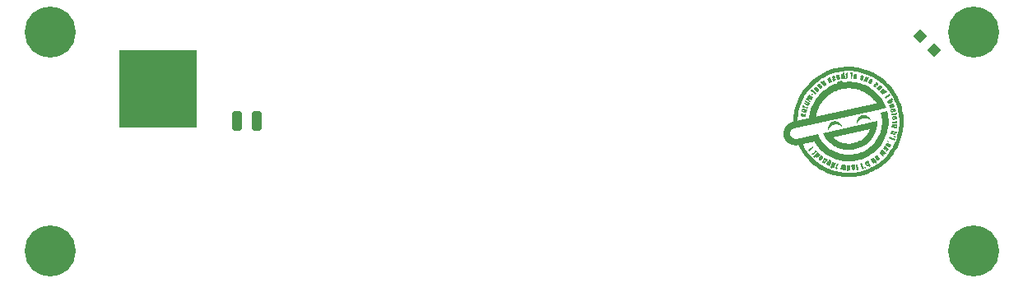
<source format=gbr>
%TF.GenerationSoftware,KiCad,Pcbnew,9.0.0*%
%TF.CreationDate,2025-05-19T23:18:48-04:00*%
%TF.ProjectId,TS_Back_Endcap,54535f42-6163-46b5-9f45-6e646361702e,rev?*%
%TF.SameCoordinates,Original*%
%TF.FileFunction,Soldermask,Bot*%
%TF.FilePolarity,Negative*%
%FSLAX46Y46*%
G04 Gerber Fmt 4.6, Leading zero omitted, Abs format (unit mm)*
G04 Created by KiCad (PCBNEW 9.0.0) date 2025-05-19 23:18:48*
%MOMM*%
%LPD*%
G01*
G04 APERTURE LIST*
G04 Aperture macros list*
%AMRoundRect*
0 Rectangle with rounded corners*
0 $1 Rounding radius*
0 $2 $3 $4 $5 $6 $7 $8 $9 X,Y pos of 4 corners*
0 Add a 4 corners polygon primitive as box body*
4,1,4,$2,$3,$4,$5,$6,$7,$8,$9,$2,$3,0*
0 Add four circle primitives for the rounded corners*
1,1,$1+$1,$2,$3*
1,1,$1+$1,$4,$5*
1,1,$1+$1,$6,$7*
1,1,$1+$1,$8,$9*
0 Add four rect primitives between the rounded corners*
20,1,$1+$1,$2,$3,$4,$5,0*
20,1,$1+$1,$4,$5,$6,$7,0*
20,1,$1+$1,$6,$7,$8,$9,0*
20,1,$1+$1,$8,$9,$2,$3,0*%
%AMRotRect*
0 Rectangle, with rotation*
0 The origin of the aperture is its center*
0 $1 length*
0 $2 width*
0 $3 Rotation angle, in degrees counterclockwise*
0 Add horizontal line*
21,1,$1,$2,0,0,$3*%
G04 Aperture macros list end*
%ADD10C,0.000000*%
%ADD11C,5.250000*%
%ADD12R,8.000000X8.000000*%
%ADD13RotRect,1.000000X1.000000X225.000000*%
%ADD14RoundRect,0.150000X0.350000X0.850000X-0.350000X0.850000X-0.350000X-0.850000X0.350000X-0.850000X0*%
G04 APERTURE END LIST*
D10*
%TO.C,REF\u002A\u002A*%
G36*
X189462843Y-101413041D02*
G01*
X180572104Y-103384070D01*
X180427500Y-102731806D01*
X189318239Y-100760774D01*
X189462843Y-101413041D01*
G37*
G36*
X183162255Y-104638452D02*
G01*
X180958503Y-105127015D01*
X180814117Y-104475731D01*
X183017871Y-103987172D01*
X183162255Y-104638452D01*
G37*
G36*
X182615873Y-105386086D02*
G01*
X182095452Y-105756784D01*
X181999056Y-105621453D01*
X182519476Y-105250758D01*
X182615873Y-105386086D01*
G37*
G36*
X182527309Y-99851976D02*
G01*
X182401651Y-100019681D01*
X182313532Y-99953655D01*
X182439197Y-99785949D01*
X182527309Y-99851976D01*
G37*
G36*
X185561707Y-98676171D02*
G01*
X185014632Y-98796822D01*
X185058074Y-98613204D01*
X185447045Y-98526886D01*
X185561707Y-98676171D01*
G37*
G36*
X187727671Y-107591758D02*
G01*
X187568418Y-107639133D01*
X187386226Y-107026711D01*
X187545482Y-106979336D01*
X187727671Y-107591758D01*
G37*
G36*
X190486482Y-99987533D02*
G01*
X189953973Y-100340647D01*
X189862149Y-100202173D01*
X190394657Y-99849061D01*
X190486482Y-99987533D01*
G37*
G36*
X190979607Y-104480715D02*
G01*
X190920187Y-104635876D01*
X190323496Y-104407368D01*
X190382916Y-104252207D01*
X190979607Y-104480715D01*
G37*
G36*
X190965036Y-104216665D02*
G01*
X191058157Y-104246794D01*
X191020983Y-104361696D01*
X190927863Y-104331566D01*
X190831791Y-104278500D01*
X190856937Y-104200773D01*
X190965036Y-104216665D01*
G37*
G36*
X187928511Y-107419151D02*
G01*
X187961396Y-107511335D01*
X187847650Y-107551908D01*
X187814766Y-107459723D01*
X187798269Y-107351217D01*
X187798270Y-107351218D01*
X187875218Y-107323773D01*
X187928511Y-107419151D01*
G37*
G36*
X185626636Y-107150266D02*
G01*
X185630531Y-107265241D01*
X185631661Y-107300662D01*
X185632177Y-107335811D01*
X185632081Y-107370685D01*
X185631374Y-107405286D01*
X185649318Y-107332382D01*
X185665805Y-107266952D01*
X185680838Y-107208997D01*
X185694411Y-107158517D01*
X185866396Y-107179453D01*
X185866186Y-107707001D01*
X185729850Y-107690404D01*
X185728053Y-107648335D01*
X185726773Y-107607508D01*
X185726010Y-107567928D01*
X185725772Y-107529589D01*
X185726050Y-107492494D01*
X185726849Y-107456641D01*
X185728166Y-107422033D01*
X185730006Y-107388668D01*
X185661684Y-107682106D01*
X185530443Y-107666128D01*
X185530603Y-107454147D01*
X185530917Y-107394029D01*
X185531383Y-107364492D01*
X185480405Y-107574263D01*
X185466644Y-107631754D01*
X185460710Y-107657641D01*
X185324375Y-107641045D01*
X185454653Y-107129330D01*
X185626636Y-107150266D01*
G37*
G36*
X190043392Y-105903933D02*
G01*
X189950333Y-106004938D01*
X189915126Y-105981838D01*
X189881229Y-105959045D01*
X189848649Y-105936555D01*
X189817380Y-105914369D01*
X189787423Y-105892489D01*
X189758782Y-105870910D01*
X189731451Y-105849639D01*
X189705435Y-105828665D01*
X189903802Y-106055439D01*
X189814217Y-106152670D01*
X189642195Y-106028788D01*
X189593566Y-105993441D01*
X189569853Y-105975823D01*
X189710412Y-106139671D01*
X189749057Y-106184400D01*
X189766617Y-106204334D01*
X189673553Y-106305338D01*
X189334131Y-105900841D01*
X189451527Y-105773424D01*
X189547153Y-105837381D01*
X189561934Y-105847219D01*
X189576571Y-105857143D01*
X189591065Y-105867149D01*
X189605410Y-105877239D01*
X189619613Y-105887416D01*
X189633671Y-105897678D01*
X189647583Y-105908022D01*
X189661349Y-105918453D01*
X189612632Y-105861322D01*
X189569132Y-105809740D01*
X189530853Y-105763701D01*
X189497792Y-105723216D01*
X189615188Y-105595797D01*
X190043392Y-105903933D01*
G37*
G36*
X189832313Y-99329914D02*
G01*
X189805739Y-99362576D01*
X189779602Y-99393968D01*
X189753901Y-99424078D01*
X189728637Y-99452921D01*
X189703811Y-99480485D01*
X189679421Y-99506772D01*
X189655467Y-99531786D01*
X189631949Y-99555525D01*
X189877795Y-99381360D01*
X189965368Y-99480410D01*
X189824563Y-99638877D01*
X189784433Y-99683643D01*
X189764483Y-99705428D01*
X189941834Y-99582339D01*
X189990278Y-99548466D01*
X190011899Y-99533037D01*
X190102869Y-99635929D01*
X189665821Y-99932259D01*
X189551060Y-99802463D01*
X189624451Y-99713873D01*
X189647112Y-99686623D01*
X189658545Y-99673231D01*
X189670052Y-99659987D01*
X189681625Y-99646900D01*
X189693265Y-99633965D01*
X189704981Y-99621182D01*
X189716760Y-99608550D01*
X189654954Y-99651179D01*
X189599199Y-99689184D01*
X189549492Y-99722561D01*
X189505838Y-99751312D01*
X189391080Y-99621515D01*
X189741339Y-99227024D01*
X189741339Y-99227021D01*
X189832313Y-99329914D01*
G37*
G36*
X191183244Y-102613848D02*
G01*
X191182392Y-102621960D01*
X191180997Y-102629825D01*
X191179062Y-102637446D01*
X191176585Y-102644821D01*
X191173564Y-102651948D01*
X191170004Y-102658832D01*
X191165905Y-102665468D01*
X191161261Y-102671856D01*
X191156078Y-102677998D01*
X191150351Y-102683897D01*
X191144085Y-102689548D01*
X191137273Y-102694953D01*
X191129924Y-102700110D01*
X191122032Y-102705023D01*
X191113599Y-102709691D01*
X191104624Y-102714111D01*
X191173322Y-102708124D01*
X191172563Y-102867563D01*
X190648859Y-102865061D01*
X190649622Y-102705622D01*
X190856419Y-102706612D01*
X190874597Y-102706623D01*
X190891050Y-102706482D01*
X190905779Y-102706180D01*
X190918776Y-102705728D01*
X190930053Y-102705112D01*
X190939605Y-102704343D01*
X190947427Y-102703419D01*
X190950692Y-102702897D01*
X190953525Y-102702337D01*
X190956156Y-102701697D01*
X190958712Y-102700932D01*
X190961196Y-102700043D01*
X190963602Y-102699033D01*
X190965942Y-102697896D01*
X190968205Y-102696638D01*
X190970392Y-102695252D01*
X190972509Y-102693746D01*
X190974551Y-102692116D01*
X190976520Y-102690361D01*
X190978417Y-102688484D01*
X190980241Y-102686481D01*
X190981989Y-102684358D01*
X190983668Y-102682107D01*
X190985267Y-102679733D01*
X190986794Y-102677238D01*
X190988242Y-102674590D01*
X190989599Y-102671758D01*
X190990861Y-102668744D01*
X190992035Y-102665546D01*
X190993112Y-102662169D01*
X190994099Y-102658605D01*
X190994996Y-102654864D01*
X190995799Y-102650937D01*
X190996515Y-102646829D01*
X190997136Y-102642542D01*
X190997667Y-102638066D01*
X190998106Y-102633409D01*
X190998450Y-102628575D01*
X190998706Y-102623554D01*
X190998945Y-102612967D01*
X191183244Y-102613848D01*
G37*
G36*
X190185882Y-104683122D02*
G01*
X190189691Y-104683326D01*
X190193504Y-104683670D01*
X190197362Y-104684147D01*
X190201294Y-104684760D01*
X190205299Y-104685503D01*
X190209380Y-104686374D01*
X190213542Y-104687377D01*
X190217776Y-104688512D01*
X190222088Y-104689779D01*
X190226474Y-104691173D01*
X190230941Y-104692703D01*
X190235476Y-104694359D01*
X190240092Y-104696148D01*
X190244785Y-104698068D01*
X190254396Y-104702300D01*
X190264311Y-104707057D01*
X190315527Y-104732585D01*
X190267817Y-104828304D01*
X190155847Y-104772493D01*
X190167821Y-104748475D01*
X190165121Y-104747663D01*
X190162416Y-104747023D01*
X190159703Y-104746561D01*
X190156983Y-104746272D01*
X190154256Y-104746157D01*
X190151518Y-104746221D01*
X190148771Y-104746457D01*
X190146020Y-104746870D01*
X190143256Y-104747459D01*
X190140489Y-104748220D01*
X190137708Y-104749158D01*
X190134927Y-104750271D01*
X190132132Y-104751559D01*
X190129330Y-104753023D01*
X190126521Y-104754659D01*
X190123703Y-104756474D01*
X190082734Y-104736051D01*
X190085365Y-104732765D01*
X190088068Y-104729574D01*
X190090841Y-104726481D01*
X190093681Y-104723483D01*
X190096591Y-104720585D01*
X190099570Y-104717779D01*
X190102618Y-104715073D01*
X190105736Y-104712461D01*
X190108920Y-104709945D01*
X190112178Y-104707526D01*
X190115499Y-104705204D01*
X190118894Y-104702980D01*
X190122356Y-104700849D01*
X190125890Y-104698815D01*
X190129488Y-104696881D01*
X190133159Y-104695041D01*
X190136886Y-104693275D01*
X190140622Y-104691652D01*
X190144363Y-104690168D01*
X190148108Y-104688823D01*
X190151860Y-104687619D01*
X190155617Y-104686556D01*
X190159378Y-104685636D01*
X190163150Y-104684854D01*
X190166924Y-104684214D01*
X190170704Y-104683716D01*
X190174490Y-104683354D01*
X190178281Y-104683139D01*
X190182080Y-104683059D01*
X190185882Y-104683122D01*
G37*
G36*
X186039136Y-97768470D02*
G01*
X186073431Y-97766831D01*
X186077387Y-97849615D01*
X186043091Y-97851254D01*
X186055782Y-98116949D01*
X186056602Y-98135578D01*
X186057206Y-98152440D01*
X186057588Y-98167536D01*
X186057749Y-98180861D01*
X186057689Y-98192423D01*
X186057410Y-98202214D01*
X186056908Y-98210240D01*
X186056581Y-98213590D01*
X186056191Y-98216496D01*
X186055720Y-98219118D01*
X186055144Y-98221713D01*
X186054461Y-98224278D01*
X186053671Y-98226815D01*
X186052774Y-98229324D01*
X186051774Y-98231799D01*
X186050664Y-98234250D01*
X186049451Y-98236672D01*
X186048129Y-98239064D01*
X186046700Y-98241426D01*
X186045167Y-98243760D01*
X186043529Y-98246067D01*
X186041780Y-98248344D01*
X186039929Y-98250593D01*
X186037967Y-98252811D01*
X186035905Y-98254997D01*
X186033761Y-98257082D01*
X186031568Y-98259077D01*
X186029328Y-98260985D01*
X186027040Y-98262807D01*
X186024708Y-98264540D01*
X186022323Y-98266186D01*
X186019899Y-98267743D01*
X186017421Y-98269217D01*
X186014899Y-98270601D01*
X186012326Y-98271897D01*
X186009710Y-98273109D01*
X186007044Y-98274232D01*
X186004328Y-98275266D01*
X186001568Y-98276215D01*
X185998760Y-98277078D01*
X185995904Y-98277850D01*
X185989652Y-98279168D01*
X185982423Y-98280396D01*
X185974207Y-98281536D01*
X185965017Y-98282585D01*
X185954843Y-98283547D01*
X185943693Y-98284421D01*
X185931564Y-98285202D01*
X185918451Y-98285896D01*
X185854196Y-98288965D01*
X185850168Y-98204606D01*
X185854916Y-98204353D01*
X185859397Y-98204073D01*
X185863614Y-98203757D01*
X185867568Y-98203405D01*
X185871259Y-98203021D01*
X185874686Y-98202602D01*
X185877848Y-98202149D01*
X185880748Y-98201663D01*
X185883381Y-98201145D01*
X185885753Y-98200591D01*
X185887857Y-98200005D01*
X185889701Y-98199384D01*
X185891278Y-98198730D01*
X185892595Y-98198043D01*
X185893152Y-98197685D01*
X185893645Y-98197321D01*
X185894072Y-98196946D01*
X185894429Y-98196564D01*
X185895007Y-98195618D01*
X185895528Y-98194314D01*
X185895987Y-98192657D01*
X185896396Y-98190642D01*
X185897035Y-98185550D01*
X185897445Y-98179035D01*
X185897630Y-98171098D01*
X185897584Y-98161743D01*
X185897308Y-98150966D01*
X185896807Y-98138769D01*
X185883436Y-97858879D01*
X185840468Y-97860932D01*
X185836515Y-97778151D01*
X185879483Y-97776096D01*
X185875546Y-97693707D01*
X185875548Y-97693707D01*
X186035203Y-97686081D01*
X186039136Y-97768470D01*
G37*
G36*
X191079727Y-101832370D02*
G01*
X191161068Y-101818689D01*
X191187580Y-101976311D01*
X191106238Y-101989990D01*
X191111937Y-102023850D01*
X191030206Y-102037597D01*
X191024510Y-102003740D01*
X190762197Y-102047860D01*
X190743796Y-102050888D01*
X190727126Y-102053484D01*
X190712182Y-102055653D01*
X190698969Y-102057395D01*
X190687486Y-102058709D01*
X190677727Y-102059593D01*
X190669703Y-102060049D01*
X190666334Y-102060116D01*
X190663401Y-102060078D01*
X190660740Y-102059920D01*
X190658098Y-102059654D01*
X190655469Y-102059281D01*
X190652857Y-102058798D01*
X190650260Y-102058205D01*
X190647684Y-102057505D01*
X190645117Y-102056697D01*
X190642568Y-102055777D01*
X190640036Y-102054748D01*
X190637521Y-102053611D01*
X190635021Y-102052364D01*
X190632537Y-102051010D01*
X190630068Y-102049547D01*
X190627618Y-102047973D01*
X190625184Y-102046290D01*
X190622763Y-102044500D01*
X190620442Y-102042619D01*
X190618198Y-102040677D01*
X190616039Y-102038680D01*
X190613959Y-102036628D01*
X190611961Y-102034514D01*
X190610046Y-102032346D01*
X190608208Y-102030119D01*
X190606451Y-102027835D01*
X190604780Y-102025492D01*
X190603186Y-102023095D01*
X190601672Y-102020638D01*
X190600241Y-102018125D01*
X190598893Y-102015555D01*
X190597622Y-102012926D01*
X190596435Y-102010237D01*
X190595328Y-102007494D01*
X190593277Y-102001443D01*
X190591200Y-101994409D01*
X190589095Y-101986390D01*
X190586961Y-101977384D01*
X190584799Y-101967402D01*
X190582612Y-101956434D01*
X190580395Y-101944482D01*
X190578152Y-101931546D01*
X190567480Y-101868108D01*
X190650766Y-101854097D01*
X190651576Y-101858779D01*
X190652390Y-101863196D01*
X190653208Y-101867349D01*
X190654024Y-101871234D01*
X190654845Y-101874853D01*
X190655665Y-101878203D01*
X190656490Y-101881293D01*
X190657317Y-101884113D01*
X190658144Y-101886666D01*
X190658974Y-101888953D01*
X190659806Y-101890977D01*
X190660642Y-101892733D01*
X190661480Y-101894223D01*
X190661896Y-101894866D01*
X190662318Y-101895445D01*
X190662737Y-101895958D01*
X190663158Y-101896403D01*
X190663580Y-101896783D01*
X190664003Y-101897094D01*
X190665012Y-101897556D01*
X190666367Y-101897915D01*
X190668066Y-101898179D01*
X190670114Y-101898346D01*
X190675247Y-101898373D01*
X190681765Y-101898008D01*
X190689664Y-101897247D01*
X190698952Y-101896097D01*
X190709619Y-101894544D01*
X190721675Y-101892597D01*
X190997999Y-101846116D01*
X190990860Y-101803697D01*
X191072592Y-101789947D01*
X191079727Y-101832370D01*
G37*
G36*
X185020461Y-107034176D02*
G01*
X185023415Y-107034307D01*
X185029774Y-107034953D01*
X185037035Y-107035981D01*
X185045207Y-107037390D01*
X185054283Y-107039183D01*
X185064262Y-107041359D01*
X185075154Y-107043921D01*
X185086948Y-107046862D01*
X185099649Y-107050182D01*
X185161796Y-107066790D01*
X185139992Y-107148385D01*
X185135396Y-107147179D01*
X185131040Y-107146088D01*
X185126922Y-107145108D01*
X185123049Y-107144240D01*
X185119418Y-107143485D01*
X185116026Y-107142843D01*
X185112876Y-107142309D01*
X185109968Y-107141894D01*
X185107298Y-107141587D01*
X185104872Y-107141394D01*
X185102686Y-107141312D01*
X185100745Y-107141342D01*
X185099039Y-107141485D01*
X185097579Y-107141742D01*
X185096939Y-107141910D01*
X185096358Y-107142109D01*
X185095837Y-107142336D01*
X185095381Y-107142591D01*
X185094543Y-107143318D01*
X185093651Y-107144402D01*
X185092705Y-107145842D01*
X185091709Y-107147636D01*
X185090658Y-107149786D01*
X185089553Y-107152291D01*
X185087178Y-107158373D01*
X185084593Y-107165876D01*
X185081793Y-107174806D01*
X185078778Y-107185157D01*
X185075551Y-107196932D01*
X185003209Y-107467636D01*
X185044770Y-107478743D01*
X185023375Y-107558810D01*
X184981816Y-107547708D01*
X184960519Y-107627394D01*
X184806104Y-107586132D01*
X184827397Y-107506443D01*
X184794228Y-107497582D01*
X184815622Y-107417512D01*
X184848793Y-107426377D01*
X184917462Y-107169395D01*
X184922345Y-107151397D01*
X184926893Y-107135152D01*
X184931119Y-107120653D01*
X184935017Y-107107907D01*
X184938588Y-107096914D01*
X184941829Y-107087670D01*
X184943327Y-107083704D01*
X184944744Y-107080177D01*
X184946082Y-107077085D01*
X184947333Y-107074435D01*
X184948578Y-107072078D01*
X184949917Y-107069782D01*
X184951346Y-107067547D01*
X184952869Y-107065368D01*
X184954484Y-107063252D01*
X184956195Y-107061196D01*
X184957994Y-107059198D01*
X184959885Y-107057259D01*
X184961872Y-107055383D01*
X184963953Y-107053566D01*
X184966121Y-107051808D01*
X184968384Y-107050113D01*
X184970742Y-107048473D01*
X184973189Y-107046895D01*
X184975729Y-107045376D01*
X184978364Y-107043918D01*
X184981038Y-107042587D01*
X184983734Y-107041350D01*
X184986448Y-107040213D01*
X184989179Y-107039175D01*
X184991930Y-107038233D01*
X184994698Y-107037390D01*
X184997487Y-107036643D01*
X185000293Y-107035992D01*
X185003119Y-107035439D01*
X185005961Y-107034985D01*
X185008822Y-107034627D01*
X185011707Y-107034372D01*
X185014607Y-107034208D01*
X185017523Y-107034142D01*
X185020461Y-107034176D01*
G37*
G36*
X187136256Y-107175500D02*
G01*
X187131586Y-107176377D01*
X187127180Y-107177255D01*
X187123042Y-107178130D01*
X187119167Y-107179002D01*
X187115561Y-107179873D01*
X187112222Y-107180741D01*
X187109145Y-107181612D01*
X187106338Y-107182475D01*
X187103796Y-107183341D01*
X187101522Y-107184203D01*
X187099510Y-107185066D01*
X187097766Y-107185923D01*
X187096288Y-107186780D01*
X187095650Y-107187210D01*
X187095078Y-107187639D01*
X187094569Y-107188066D01*
X187094130Y-107188492D01*
X187093761Y-107188921D01*
X187093451Y-107189349D01*
X187093008Y-107190364D01*
X187092662Y-107191721D01*
X187092425Y-107193428D01*
X187092291Y-107195476D01*
X187092333Y-107200608D01*
X187092792Y-107207120D01*
X187093661Y-107215009D01*
X187094950Y-107224277D01*
X187096652Y-107234926D01*
X187098771Y-107246946D01*
X187149170Y-107522584D01*
X187191485Y-107514845D01*
X187206389Y-107596373D01*
X187164073Y-107604110D01*
X187178910Y-107685247D01*
X187178911Y-107685248D01*
X187021681Y-107713997D01*
X187006845Y-107632858D01*
X186973073Y-107639035D01*
X186958166Y-107557509D01*
X186991941Y-107551334D01*
X186944097Y-107289673D01*
X186940809Y-107271319D01*
X186937975Y-107254686D01*
X186935595Y-107239776D01*
X186933663Y-107226586D01*
X186932189Y-107215121D01*
X186931166Y-107205381D01*
X186930595Y-107197358D01*
X186930483Y-107193994D01*
X186930479Y-107191061D01*
X186930596Y-107188399D01*
X186930825Y-107185753D01*
X186931161Y-107183117D01*
X186931607Y-107180499D01*
X186932163Y-107177896D01*
X186932826Y-107175304D01*
X186933601Y-107172730D01*
X186934484Y-107170170D01*
X186935476Y-107167624D01*
X186936575Y-107165092D01*
X186937785Y-107162575D01*
X186939106Y-107160071D01*
X186940535Y-107157581D01*
X186942070Y-107155107D01*
X186943721Y-107152651D01*
X186945474Y-107150206D01*
X186947323Y-107147855D01*
X186949230Y-107145589D01*
X186951200Y-107143398D01*
X186953224Y-107141291D01*
X186955307Y-107139263D01*
X186957450Y-107137318D01*
X186959649Y-107135449D01*
X186961908Y-107133662D01*
X186964225Y-107131953D01*
X186966603Y-107130325D01*
X186969036Y-107128780D01*
X186971527Y-107127313D01*
X186974082Y-107125925D01*
X186976691Y-107124618D01*
X186979362Y-107123393D01*
X186982086Y-107122248D01*
X186988109Y-107120113D01*
X186995117Y-107117936D01*
X187003102Y-107115716D01*
X187012074Y-107113456D01*
X187022029Y-107111153D01*
X187032965Y-107108806D01*
X187044884Y-107106421D01*
X187057785Y-107103992D01*
X187121066Y-107092422D01*
X187136256Y-107175500D01*
G37*
G36*
X181612050Y-101043949D02*
G01*
X181601005Y-101076460D01*
X181852868Y-101162011D01*
X181870504Y-101168075D01*
X181886413Y-101173695D01*
X181900596Y-101178871D01*
X181913057Y-101183603D01*
X181923791Y-101187896D01*
X181932801Y-101191744D01*
X181936657Y-101193504D01*
X181940083Y-101195150D01*
X181943079Y-101196684D01*
X181945642Y-101198110D01*
X181947910Y-101199511D01*
X181950113Y-101200997D01*
X181952248Y-101202574D01*
X181954318Y-101204237D01*
X181956325Y-101205988D01*
X181958263Y-101207831D01*
X181960136Y-101209758D01*
X181961945Y-101211777D01*
X181963686Y-101213883D01*
X181965364Y-101216076D01*
X181966971Y-101218360D01*
X181968515Y-101220730D01*
X181969993Y-101223189D01*
X181971408Y-101225738D01*
X181972753Y-101228372D01*
X181974035Y-101231095D01*
X181975184Y-101233857D01*
X181976238Y-101236627D01*
X181977194Y-101239409D01*
X181978049Y-101242203D01*
X181978806Y-101245012D01*
X181979464Y-101247831D01*
X181980026Y-101250660D01*
X181980487Y-101253505D01*
X181980853Y-101256358D01*
X181981118Y-101259228D01*
X181981282Y-101262107D01*
X181981353Y-101265001D01*
X181981319Y-101267903D01*
X181981192Y-101270818D01*
X181980962Y-101273747D01*
X181980636Y-101276689D01*
X181979570Y-101282986D01*
X181978066Y-101290168D01*
X181976116Y-101298228D01*
X181973725Y-101307163D01*
X181970890Y-101316979D01*
X181967616Y-101327674D01*
X181963899Y-101339248D01*
X181959742Y-101351700D01*
X181939051Y-101412608D01*
X181859084Y-101385447D01*
X181860591Y-101380939D01*
X181861968Y-101376664D01*
X181863221Y-101372624D01*
X181864340Y-101368815D01*
X181865336Y-101365241D01*
X181866201Y-101361899D01*
X181866940Y-101358790D01*
X181867549Y-101355916D01*
X181868033Y-101353276D01*
X181868388Y-101350866D01*
X181868613Y-101348691D01*
X181868712Y-101346748D01*
X181868681Y-101345040D01*
X181868616Y-101344276D01*
X181868522Y-101343567D01*
X181868392Y-101342917D01*
X181868235Y-101342324D01*
X181868043Y-101341791D01*
X181867821Y-101341315D01*
X181867149Y-101340430D01*
X181866127Y-101339472D01*
X181864754Y-101338432D01*
X181863029Y-101337317D01*
X181860953Y-101336126D01*
X181858528Y-101334858D01*
X181852617Y-101332086D01*
X181845298Y-101329010D01*
X181836578Y-101325623D01*
X181826449Y-101321928D01*
X181814914Y-101317925D01*
X181549595Y-101227802D01*
X181535762Y-101268534D01*
X181457288Y-101241879D01*
X181471122Y-101201145D01*
X181393023Y-101174619D01*
X181393022Y-101174619D01*
X181444431Y-101023273D01*
X181522531Y-101049807D01*
X181533575Y-101017295D01*
X181612050Y-101043949D01*
G37*
G36*
X182798129Y-105661049D02*
G01*
X182801086Y-105661185D01*
X182804088Y-105661422D01*
X182807056Y-105661792D01*
X182809985Y-105662249D01*
X182812873Y-105662800D01*
X182815726Y-105663438D01*
X182818539Y-105664172D01*
X182821316Y-105664999D01*
X182824051Y-105665913D01*
X182826751Y-105666924D01*
X182829411Y-105668020D01*
X182832031Y-105669213D01*
X182834617Y-105670497D01*
X182837162Y-105671870D01*
X182839669Y-105673337D01*
X182842137Y-105674896D01*
X182844568Y-105676544D01*
X182846961Y-105678284D01*
X182851905Y-105682332D01*
X182857392Y-105687199D01*
X182863424Y-105692889D01*
X182870000Y-105699395D01*
X182877124Y-105706720D01*
X182884787Y-105714863D01*
X182892998Y-105723830D01*
X182901751Y-105733613D01*
X182944399Y-105781772D01*
X182881172Y-105837765D01*
X182878003Y-105834223D01*
X182874975Y-105830905D01*
X182872086Y-105827814D01*
X182869332Y-105824956D01*
X182866719Y-105822318D01*
X182864248Y-105819908D01*
X182861914Y-105817725D01*
X182859720Y-105815772D01*
X182857665Y-105814044D01*
X182855748Y-105812544D01*
X182853971Y-105811271D01*
X182853135Y-105810718D01*
X182852333Y-105810222D01*
X182851567Y-105809783D01*
X182850835Y-105809402D01*
X182850134Y-105809078D01*
X182849475Y-105808807D01*
X182848849Y-105808598D01*
X182848256Y-105808442D01*
X182847698Y-105808342D01*
X182847173Y-105808300D01*
X182846075Y-105808445D01*
X182844735Y-105808855D01*
X182843151Y-105809534D01*
X182841328Y-105810480D01*
X182839263Y-105811693D01*
X182836958Y-105813171D01*
X182831622Y-105816932D01*
X182825322Y-105821763D01*
X182818059Y-105827658D01*
X182809829Y-105834623D01*
X182800635Y-105842661D01*
X182590858Y-106028421D01*
X182619377Y-106060623D01*
X182557328Y-106115573D01*
X182528810Y-106083366D01*
X182467057Y-106138047D01*
X182361092Y-106018388D01*
X182422844Y-105963706D01*
X182400083Y-105937998D01*
X182462129Y-105883055D01*
X182484892Y-105908761D01*
X182684033Y-105732417D01*
X182698039Y-105720102D01*
X182710806Y-105709073D01*
X182722331Y-105699319D01*
X182732619Y-105690842D01*
X182741665Y-105683646D01*
X182749474Y-105677729D01*
X182756040Y-105673093D01*
X182758859Y-105671256D01*
X182761367Y-105669734D01*
X182763706Y-105668457D01*
X182766091Y-105667281D01*
X182768517Y-105666206D01*
X182770992Y-105665232D01*
X182773505Y-105664360D01*
X182776067Y-105663590D01*
X182778671Y-105662916D01*
X182781318Y-105662347D01*
X182784009Y-105661879D01*
X182786746Y-105661511D01*
X182789526Y-105661244D01*
X182792351Y-105661079D01*
X182795218Y-105661013D01*
X182798129Y-105661049D01*
G37*
G36*
X182390269Y-99396680D02*
G01*
X182392535Y-99396818D01*
X182394776Y-99397041D01*
X182396987Y-99397345D01*
X182399167Y-99397728D01*
X182401322Y-99398193D01*
X182403445Y-99398739D01*
X182405545Y-99399364D01*
X182407612Y-99400071D01*
X182409652Y-99400860D01*
X182411663Y-99401730D01*
X182413643Y-99402680D01*
X182415597Y-99403710D01*
X182419846Y-99406245D01*
X182424841Y-99409561D01*
X182430580Y-99413656D01*
X182437062Y-99418533D01*
X182444285Y-99424193D01*
X182452257Y-99430631D01*
X182460968Y-99437851D01*
X182470428Y-99445858D01*
X182491698Y-99420945D01*
X182554727Y-99474757D01*
X182533458Y-99499671D01*
X182859104Y-99777715D01*
X182755578Y-99898971D01*
X182429926Y-99620927D01*
X182405325Y-99649739D01*
X182342297Y-99595924D01*
X182385860Y-99544901D01*
X182373256Y-99534136D01*
X182371256Y-99532477D01*
X182369317Y-99530953D01*
X182367434Y-99529567D01*
X182365605Y-99528318D01*
X182363838Y-99527211D01*
X182362121Y-99526236D01*
X182360465Y-99525402D01*
X182358866Y-99524705D01*
X182357321Y-99524146D01*
X182356571Y-99523918D01*
X182355836Y-99523724D01*
X182355114Y-99523563D01*
X182354403Y-99523439D01*
X182353711Y-99523350D01*
X182353032Y-99523293D01*
X182352369Y-99523271D01*
X182351715Y-99523283D01*
X182351079Y-99523330D01*
X182350456Y-99523412D01*
X182349850Y-99523529D01*
X182349255Y-99523679D01*
X182348674Y-99523863D01*
X182348110Y-99524080D01*
X182346835Y-99524694D01*
X182345382Y-99525567D01*
X182343754Y-99526705D01*
X182341952Y-99528103D01*
X182337817Y-99531693D01*
X182332980Y-99536335D01*
X182327435Y-99542029D01*
X182321187Y-99548773D01*
X182314236Y-99556576D01*
X182306580Y-99565428D01*
X182245052Y-99512894D01*
X182282978Y-99468473D01*
X182291427Y-99458749D01*
X182299476Y-99449834D01*
X182307128Y-99441735D01*
X182314377Y-99434436D01*
X182317849Y-99431092D01*
X182321225Y-99427954D01*
X182324500Y-99425014D01*
X182327676Y-99422279D01*
X182330751Y-99419744D01*
X182333725Y-99417414D01*
X182336602Y-99415286D01*
X182339376Y-99413361D01*
X182342094Y-99411587D01*
X182344796Y-99409910D01*
X182347481Y-99408335D01*
X182350149Y-99406859D01*
X182352802Y-99405482D01*
X182355437Y-99404210D01*
X182358057Y-99403032D01*
X182360662Y-99401955D01*
X182363248Y-99400977D01*
X182365822Y-99400101D01*
X182368376Y-99399319D01*
X182370918Y-99398645D01*
X182373437Y-99398063D01*
X182375943Y-99397585D01*
X182378439Y-99397209D01*
X182380910Y-99396929D01*
X182383293Y-99396745D01*
X182385647Y-99396644D01*
X182387973Y-99396622D01*
X182390269Y-99396680D01*
G37*
G36*
X186428548Y-97644316D02*
G01*
X186441404Y-97645171D01*
X186453371Y-97646197D01*
X186464450Y-97647393D01*
X186474644Y-97648758D01*
X186483948Y-97650298D01*
X186488270Y-97651129D01*
X186492367Y-97652007D01*
X186496245Y-97652924D01*
X186499901Y-97653889D01*
X186503332Y-97654893D01*
X186506546Y-97655938D01*
X186509602Y-97657031D01*
X186512568Y-97658170D01*
X186515446Y-97659356D01*
X186518232Y-97660591D01*
X186520936Y-97661873D01*
X186523543Y-97663201D01*
X186526064Y-97664577D01*
X186528497Y-97666002D01*
X186530840Y-97667472D01*
X186533092Y-97668990D01*
X186535257Y-97670558D01*
X186537333Y-97672170D01*
X186539316Y-97673832D01*
X186541215Y-97675540D01*
X186543020Y-97677296D01*
X186544737Y-97679095D01*
X186546323Y-97680881D01*
X186547828Y-97682696D01*
X186549252Y-97684535D01*
X186550592Y-97686401D01*
X186551852Y-97688294D01*
X186553028Y-97690212D01*
X186554126Y-97692155D01*
X186555139Y-97694125D01*
X186556067Y-97696125D01*
X186556919Y-97698144D01*
X186557687Y-97700195D01*
X186558375Y-97702268D01*
X186558978Y-97704369D01*
X186559501Y-97706496D01*
X186559941Y-97708649D01*
X186560298Y-97710827D01*
X186560850Y-97715748D01*
X186561226Y-97721728D01*
X186561431Y-97728777D01*
X186561464Y-97736889D01*
X186561323Y-97746064D01*
X186561007Y-97756308D01*
X186560524Y-97767612D01*
X186559865Y-97779982D01*
X186592565Y-97781872D01*
X186587786Y-97864612D01*
X186555086Y-97862723D01*
X186530393Y-98290212D01*
X186371219Y-98281018D01*
X186395910Y-97853529D01*
X186358085Y-97851344D01*
X186362863Y-97768604D01*
X186429845Y-97772474D01*
X186430799Y-97755926D01*
X186430918Y-97753330D01*
X186430958Y-97750865D01*
X186430921Y-97748524D01*
X186430812Y-97746316D01*
X186430626Y-97744234D01*
X186430364Y-97742279D01*
X186430029Y-97740457D01*
X186429618Y-97738762D01*
X186429383Y-97737958D01*
X186429129Y-97737192D01*
X186428859Y-97736458D01*
X186428566Y-97735753D01*
X186428258Y-97735082D01*
X186427930Y-97734444D01*
X186427582Y-97733836D01*
X186427215Y-97733262D01*
X186426832Y-97732716D01*
X186426430Y-97732207D01*
X186426008Y-97731729D01*
X186425565Y-97731281D01*
X186425103Y-97730865D01*
X186424623Y-97730485D01*
X186424128Y-97730132D01*
X186423609Y-97729812D01*
X186422354Y-97729167D01*
X186420783Y-97728539D01*
X186418895Y-97727931D01*
X186416689Y-97727339D01*
X186411331Y-97726215D01*
X186404705Y-97725166D01*
X186396819Y-97724193D01*
X186387669Y-97723292D01*
X186377254Y-97722466D01*
X186365573Y-97721718D01*
X186370241Y-97640949D01*
X186428548Y-97644316D01*
G37*
G36*
X189113868Y-102762047D02*
G01*
X189112226Y-102886609D01*
X189104778Y-103010333D01*
X189091630Y-103133070D01*
X189072883Y-103254662D01*
X189062517Y-103306100D01*
X189048642Y-103374953D01*
X189019009Y-103493791D01*
X188984084Y-103611017D01*
X188943980Y-103726476D01*
X188898793Y-103840015D01*
X188848631Y-103951477D01*
X188793600Y-104060713D01*
X188733797Y-104167553D01*
X188669327Y-104271858D01*
X188600300Y-104373466D01*
X188526809Y-104472218D01*
X188448963Y-104567963D01*
X188366869Y-104660548D01*
X188280631Y-104749816D01*
X188190343Y-104835602D01*
X188096119Y-104917766D01*
X187998057Y-104996144D01*
X187896264Y-105070584D01*
X187790842Y-105140930D01*
X187681893Y-105207026D01*
X187569527Y-105268720D01*
X187453841Y-105325849D01*
X187334937Y-105378265D01*
X187212925Y-105425810D01*
X187087905Y-105468330D01*
X186959985Y-105505670D01*
X186829263Y-105537674D01*
X186697264Y-105563913D01*
X186565544Y-105584136D01*
X186434265Y-105598436D01*
X186303585Y-105606912D01*
X186173664Y-105609656D01*
X186044662Y-105606771D01*
X185916739Y-105598351D01*
X185790056Y-105584493D01*
X185664768Y-105565295D01*
X185541039Y-105540853D01*
X185419029Y-105511264D01*
X185298896Y-105476621D01*
X185180794Y-105437029D01*
X185064896Y-105392577D01*
X184951351Y-105343365D01*
X184840322Y-105289493D01*
X184731967Y-105231051D01*
X184626449Y-105168144D01*
X184523924Y-105100866D01*
X184424555Y-105029305D01*
X184328499Y-104953571D01*
X184235917Y-104873752D01*
X184146968Y-104789949D01*
X184061814Y-104702258D01*
X183980612Y-104610776D01*
X183903523Y-104515602D01*
X183830705Y-104416827D01*
X183762321Y-104314551D01*
X183754191Y-104301084D01*
X184574420Y-104301084D01*
X184622074Y-104350416D01*
X184671448Y-104398114D01*
X184722493Y-104444150D01*
X184775157Y-104488496D01*
X184829381Y-104531116D01*
X184885119Y-104571978D01*
X184942316Y-104611056D01*
X185000919Y-104648317D01*
X185060873Y-104683730D01*
X185122128Y-104717261D01*
X185184630Y-104748880D01*
X185248327Y-104778561D01*
X185313161Y-104806268D01*
X185379090Y-104831970D01*
X185446047Y-104855639D01*
X185513994Y-104877242D01*
X185582866Y-104896747D01*
X185652618Y-104914123D01*
X185723191Y-104929342D01*
X185794536Y-104942372D01*
X185866599Y-104953177D01*
X185939329Y-104961732D01*
X186012668Y-104968006D01*
X186086574Y-104971962D01*
X186160978Y-104973575D01*
X186235839Y-104972811D01*
X186311103Y-104969639D01*
X186386710Y-104964031D01*
X186462614Y-104955954D01*
X186538762Y-104945374D01*
X186615101Y-104932260D01*
X186691574Y-104916588D01*
X186842231Y-104878094D01*
X186987928Y-104830744D01*
X187128379Y-104774942D01*
X187263308Y-104711088D01*
X187392436Y-104639590D01*
X187515485Y-104560850D01*
X187632174Y-104475271D01*
X187742225Y-104383261D01*
X187845359Y-104285217D01*
X187941300Y-104181549D01*
X188029769Y-104072660D01*
X188110482Y-103958950D01*
X188183167Y-103840828D01*
X188247539Y-103718691D01*
X188303323Y-103592951D01*
X188350241Y-103464007D01*
X184574420Y-104301084D01*
X183754191Y-104301084D01*
X183698524Y-104208872D01*
X183639484Y-104099887D01*
X183585350Y-103987690D01*
X183536289Y-103872380D01*
X189109600Y-102636805D01*
X189113868Y-102762047D01*
G37*
G36*
X187751894Y-102031953D02*
G01*
X187787659Y-102034057D01*
X187823076Y-102037914D01*
X187858094Y-102043480D01*
X187892655Y-102050728D01*
X187926705Y-102059623D01*
X187960192Y-102070123D01*
X187993059Y-102082200D01*
X188025252Y-102095815D01*
X188056716Y-102110937D01*
X188087399Y-102127530D01*
X188117244Y-102145558D01*
X188146194Y-102164986D01*
X188174200Y-102185780D01*
X188201202Y-102207907D01*
X188227145Y-102231331D01*
X188251984Y-102256013D01*
X188275654Y-102281925D01*
X188298104Y-102309029D01*
X188319278Y-102337288D01*
X188339122Y-102366671D01*
X188357582Y-102397142D01*
X188374605Y-102428665D01*
X188390133Y-102461206D01*
X188404116Y-102494728D01*
X188416494Y-102529203D01*
X188427215Y-102564589D01*
X188436225Y-102600855D01*
X188436805Y-102603485D01*
X188419195Y-102585692D01*
X188400935Y-102568499D01*
X188382041Y-102551916D01*
X188362534Y-102535948D01*
X188342438Y-102520612D01*
X188321767Y-102505922D01*
X188300546Y-102491882D01*
X188278788Y-102478503D01*
X188256524Y-102465803D01*
X188233761Y-102453785D01*
X188210525Y-102442466D01*
X188186842Y-102431855D01*
X188162721Y-102421961D01*
X188138187Y-102412799D01*
X188113259Y-102404379D01*
X188087959Y-102396711D01*
X188062302Y-102389806D01*
X188036316Y-102383673D01*
X188010015Y-102378327D01*
X187983417Y-102373780D01*
X187956547Y-102370037D01*
X187929421Y-102367116D01*
X187902059Y-102365022D01*
X187874484Y-102363767D01*
X187846713Y-102363369D01*
X187818769Y-102363830D01*
X187790666Y-102365165D01*
X187762431Y-102367387D01*
X187734079Y-102370504D01*
X187705630Y-102374529D01*
X187677107Y-102379473D01*
X187648531Y-102385342D01*
X187591178Y-102399972D01*
X187535737Y-102417926D01*
X187482316Y-102439047D01*
X187431025Y-102463171D01*
X187381980Y-102490152D01*
X187335289Y-102519829D01*
X187291059Y-102552046D01*
X187249411Y-102586645D01*
X187210443Y-102623474D01*
X187174276Y-102662378D01*
X187141015Y-102703192D01*
X187110779Y-102745770D01*
X187083668Y-102789946D01*
X187059803Y-102835572D01*
X187039289Y-102882489D01*
X187022236Y-102930539D01*
X187021747Y-102928613D01*
X187021231Y-102926702D01*
X187020157Y-102922905D01*
X187019103Y-102919102D01*
X187018607Y-102917180D01*
X187018151Y-102915233D01*
X187010992Y-102878558D01*
X187005748Y-102841958D01*
X187002395Y-102805484D01*
X187000892Y-102769194D01*
X187001206Y-102733141D01*
X187003303Y-102697379D01*
X187007146Y-102661963D01*
X187012703Y-102626949D01*
X187019940Y-102592389D01*
X187028817Y-102558342D01*
X187039305Y-102524857D01*
X187051369Y-102491993D01*
X187064972Y-102459804D01*
X187080078Y-102428344D01*
X187096652Y-102397663D01*
X187114666Y-102367825D01*
X187134079Y-102338874D01*
X187154858Y-102310875D01*
X187176972Y-102283875D01*
X187200379Y-102257934D01*
X187225051Y-102233102D01*
X187250946Y-102209435D01*
X187278037Y-102186988D01*
X187306283Y-102165814D01*
X187335656Y-102145975D01*
X187366116Y-102127514D01*
X187397630Y-102110493D01*
X187430164Y-102094967D01*
X187463683Y-102080988D01*
X187498152Y-102068610D01*
X187533534Y-102057889D01*
X187569800Y-102048883D01*
X187606473Y-102041718D01*
X187643076Y-102036480D01*
X187679547Y-102033128D01*
X187715840Y-102031634D01*
X187751894Y-102031953D01*
G37*
G36*
X184809393Y-102665227D02*
G01*
X184845154Y-102667333D01*
X184880574Y-102671187D01*
X184915587Y-102676754D01*
X184950148Y-102684002D01*
X184984200Y-102692895D01*
X185017689Y-102703395D01*
X185050554Y-102715472D01*
X185082748Y-102729090D01*
X185114214Y-102744209D01*
X185144896Y-102760803D01*
X185174737Y-102778830D01*
X185203691Y-102798260D01*
X185231694Y-102819052D01*
X185258699Y-102841180D01*
X185284643Y-102864603D01*
X185309480Y-102889288D01*
X185333147Y-102915199D01*
X185355599Y-102942300D01*
X185376775Y-102970562D01*
X185396618Y-102999942D01*
X185415079Y-103030414D01*
X185432101Y-103061939D01*
X185447629Y-103094479D01*
X185461612Y-103128006D01*
X185473987Y-103162474D01*
X185484710Y-103197864D01*
X185493717Y-103234126D01*
X185494302Y-103236760D01*
X185476693Y-103218968D01*
X185458429Y-103201775D01*
X185439536Y-103185190D01*
X185420030Y-103169222D01*
X185399933Y-103153888D01*
X185379261Y-103139195D01*
X185358040Y-103125154D01*
X185336284Y-103111776D01*
X185314017Y-103099076D01*
X185291257Y-103087059D01*
X185268022Y-103075739D01*
X185244336Y-103065130D01*
X185220215Y-103055234D01*
X185195681Y-103046074D01*
X185170758Y-103037653D01*
X185145454Y-103029984D01*
X185119800Y-103023078D01*
X185093811Y-103016947D01*
X185067509Y-103011602D01*
X185040913Y-103007053D01*
X185014041Y-103003309D01*
X184986915Y-103000386D01*
X184959553Y-102998293D01*
X184931979Y-102997041D01*
X184904209Y-102996641D01*
X184876263Y-102997106D01*
X184848162Y-102998439D01*
X184819926Y-103000660D01*
X184791575Y-103003775D01*
X184763128Y-103007803D01*
X184734602Y-103012745D01*
X184706027Y-103018619D01*
X184648674Y-103033248D01*
X184593231Y-103051200D01*
X184539812Y-103072319D01*
X184488524Y-103096446D01*
X184439475Y-103123424D01*
X184392784Y-103153099D01*
X184348557Y-103185319D01*
X184306903Y-103219919D01*
X184267939Y-103256748D01*
X184231771Y-103295651D01*
X184198515Y-103336464D01*
X184168274Y-103379044D01*
X184141167Y-103423221D01*
X184117300Y-103468847D01*
X184096783Y-103515764D01*
X184079733Y-103563813D01*
X184079240Y-103561885D01*
X184078726Y-103559972D01*
X184077649Y-103556179D01*
X184076597Y-103552374D01*
X184076104Y-103550452D01*
X184075650Y-103548505D01*
X184068489Y-103511831D01*
X184063246Y-103475230D01*
X184059892Y-103438756D01*
X184058388Y-103402467D01*
X184058703Y-103366414D01*
X184060799Y-103330654D01*
X184064643Y-103295238D01*
X184070200Y-103260222D01*
X184077436Y-103225663D01*
X184086312Y-103191616D01*
X184096801Y-103158134D01*
X184108864Y-103125269D01*
X184122465Y-103093078D01*
X184137572Y-103061618D01*
X184154150Y-103030938D01*
X184172163Y-103001097D01*
X184191578Y-102972150D01*
X184212356Y-102944148D01*
X184234466Y-102917150D01*
X184257877Y-102891206D01*
X184282545Y-102866372D01*
X184308441Y-102842708D01*
X184335532Y-102820262D01*
X184363780Y-102799088D01*
X184393153Y-102779244D01*
X184423612Y-102760784D01*
X184455125Y-102743768D01*
X184487659Y-102728238D01*
X184521179Y-102714260D01*
X184555647Y-102701882D01*
X184591033Y-102691166D01*
X184627294Y-102682156D01*
X184627295Y-102682153D01*
X184663968Y-102674992D01*
X184700571Y-102669753D01*
X184737045Y-102666404D01*
X184773336Y-102664908D01*
X184809393Y-102665227D01*
G37*
G36*
X186430129Y-98614147D02*
G01*
X186614258Y-98629250D01*
X186796630Y-98652582D01*
X186977007Y-98683989D01*
X187155148Y-98723327D01*
X187330821Y-98770434D01*
X187503788Y-98825169D01*
X187673812Y-98887374D01*
X187840648Y-98956899D01*
X188004072Y-99033593D01*
X188163838Y-99117303D01*
X188319711Y-99207880D01*
X188471456Y-99305169D01*
X188618834Y-99409021D01*
X188761607Y-99519283D01*
X188899539Y-99635803D01*
X189032391Y-99758431D01*
X189159933Y-99887017D01*
X189281918Y-100021408D01*
X189398118Y-100161452D01*
X189508285Y-100306995D01*
X189612191Y-100457887D01*
X189709599Y-100613979D01*
X189800266Y-100775120D01*
X189883959Y-100941152D01*
X189960441Y-101111933D01*
X190029471Y-101287303D01*
X189356769Y-101436437D01*
X189296734Y-101295143D01*
X189230825Y-101157613D01*
X189159226Y-101023955D01*
X189082127Y-100894294D01*
X188999714Y-100768748D01*
X188912174Y-100647437D01*
X188819696Y-100530482D01*
X188722463Y-100417997D01*
X188620663Y-100310104D01*
X188514489Y-100206927D01*
X188404120Y-100108582D01*
X188289749Y-100015188D01*
X188171557Y-99926862D01*
X188049735Y-99843729D01*
X187924475Y-99765902D01*
X187795950Y-99693508D01*
X187664361Y-99626661D01*
X187529889Y-99565480D01*
X187392720Y-99510089D01*
X187253044Y-99460600D01*
X187111046Y-99417141D01*
X186966915Y-99379826D01*
X186820838Y-99348778D01*
X186673000Y-99324113D01*
X186523587Y-99305951D01*
X186372790Y-99294413D01*
X186220794Y-99289619D01*
X186067783Y-99291684D01*
X185913951Y-99300734D01*
X185759482Y-99316882D01*
X185604560Y-99340252D01*
X185449373Y-99370960D01*
X185295751Y-99408715D01*
X185145466Y-99453005D01*
X184998643Y-99503652D01*
X184855398Y-99560465D01*
X184715852Y-99623255D01*
X184580123Y-99691840D01*
X184448332Y-99766023D01*
X184320593Y-99845627D01*
X184197028Y-99930464D01*
X184077760Y-100020336D01*
X183962901Y-100115068D01*
X183852576Y-100214467D01*
X183746901Y-100318345D01*
X183645994Y-100426520D01*
X183549976Y-100538796D01*
X183458966Y-100654993D01*
X183373081Y-100774925D01*
X183292443Y-100898395D01*
X183217172Y-101025224D01*
X183147381Y-101155221D01*
X183083196Y-101288204D01*
X183024730Y-101423977D01*
X182972108Y-101562361D01*
X182925445Y-101703163D01*
X182884858Y-101846203D01*
X182850471Y-101991285D01*
X182822403Y-102138225D01*
X182800769Y-102286838D01*
X182785690Y-102436934D01*
X182777288Y-102588325D01*
X182775677Y-102740829D01*
X182780977Y-102894254D01*
X182108602Y-103043313D01*
X182097047Y-102855204D01*
X182094180Y-102668106D01*
X182099856Y-102482260D01*
X182113921Y-102297901D01*
X182136224Y-102115270D01*
X182166616Y-101934605D01*
X182204942Y-101756139D01*
X182251055Y-101580112D01*
X182304805Y-101406762D01*
X182366042Y-101236327D01*
X182434607Y-101069042D01*
X182510358Y-100905150D01*
X182593140Y-100744881D01*
X182682809Y-100588481D01*
X182779201Y-100436179D01*
X182882181Y-100288218D01*
X182991587Y-100144833D01*
X183107270Y-100006266D01*
X183229085Y-99872747D01*
X183356872Y-99744520D01*
X183490488Y-99621818D01*
X183629781Y-99504880D01*
X183774598Y-99393947D01*
X183924789Y-99289254D01*
X184080203Y-99191037D01*
X184240693Y-99099535D01*
X184406099Y-99014985D01*
X184576279Y-98937625D01*
X184751079Y-98867689D01*
X184930351Y-98805423D01*
X185113938Y-98751058D01*
X185301699Y-98704835D01*
X185491399Y-98667381D01*
X185680766Y-98639061D01*
X185869557Y-98619731D01*
X186057541Y-98609236D01*
X186244476Y-98607427D01*
X186430129Y-98614147D01*
G37*
G36*
X180619304Y-103373150D02*
G01*
X180617989Y-103373439D01*
X180590395Y-103380301D01*
X180563251Y-103388532D01*
X180536605Y-103398082D01*
X180510489Y-103408908D01*
X180484949Y-103420966D01*
X180460024Y-103434207D01*
X180435755Y-103448592D01*
X180412183Y-103464074D01*
X180389350Y-103480601D01*
X180367293Y-103498136D01*
X180346060Y-103516633D01*
X180325684Y-103536044D01*
X180306211Y-103556323D01*
X180287680Y-103577429D01*
X180270129Y-103599313D01*
X180253604Y-103621936D01*
X180238145Y-103645245D01*
X180223787Y-103669199D01*
X180210580Y-103693752D01*
X180198556Y-103718859D01*
X180187760Y-103744477D01*
X180178239Y-103770554D01*
X180170019Y-103797052D01*
X180163154Y-103823925D01*
X180157678Y-103851127D01*
X180153637Y-103878613D01*
X180151067Y-103906334D01*
X180150010Y-103934247D01*
X180150507Y-103962315D01*
X180152601Y-103990479D01*
X180156330Y-104018704D01*
X180161734Y-104046940D01*
X180168768Y-104074821D01*
X180177321Y-104101983D01*
X180187330Y-104128411D01*
X180198744Y-104154075D01*
X180211504Y-104178953D01*
X180225556Y-104203020D01*
X180240843Y-104226248D01*
X180257308Y-104248627D01*
X180274896Y-104270119D01*
X180293550Y-104290704D01*
X180313215Y-104310358D01*
X180333833Y-104329059D01*
X180355353Y-104346777D01*
X180377710Y-104363499D01*
X180400855Y-104379189D01*
X180424729Y-104393831D01*
X180449275Y-104407397D01*
X180474444Y-104419863D01*
X180500168Y-104431208D01*
X180526401Y-104441405D01*
X180553078Y-104450433D01*
X180580148Y-104458264D01*
X180607558Y-104464877D01*
X180635248Y-104470251D01*
X180663162Y-104474352D01*
X180691240Y-104477162D01*
X180719436Y-104478659D01*
X180747684Y-104478819D01*
X180775931Y-104477612D01*
X180804120Y-104475018D01*
X180832200Y-104471016D01*
X180860111Y-104465577D01*
X180861425Y-104465285D01*
X181005655Y-105115860D01*
X181003343Y-105117105D01*
X180941044Y-105129283D01*
X180878656Y-105138253D01*
X180816281Y-105144080D01*
X180754025Y-105146818D01*
X180691995Y-105146523D01*
X180630305Y-105143248D01*
X180569054Y-105137052D01*
X180508352Y-105127986D01*
X180448307Y-105116110D01*
X180389030Y-105101474D01*
X180330623Y-105084143D01*
X180273190Y-105064163D01*
X180216848Y-105041595D01*
X180161696Y-105016495D01*
X180107845Y-104988913D01*
X180055402Y-104958908D01*
X180004476Y-104926537D01*
X179955169Y-104891858D01*
X179907594Y-104854918D01*
X179861855Y-104815778D01*
X179818056Y-104774495D01*
X179776313Y-104731121D01*
X179736728Y-104685712D01*
X179699407Y-104638327D01*
X179664460Y-104589019D01*
X179631990Y-104537847D01*
X179602114Y-104484856D01*
X179574927Y-104430114D01*
X179550545Y-104373670D01*
X179529071Y-104315580D01*
X179510611Y-104255902D01*
X179495280Y-104194691D01*
X179483308Y-104132734D01*
X179474814Y-104070853D01*
X179469727Y-104009141D01*
X179467971Y-103947694D01*
X179469473Y-103886608D01*
X179474160Y-103825976D01*
X179481958Y-103765898D01*
X179492791Y-103706465D01*
X179506589Y-103647771D01*
X179523275Y-103589917D01*
X179542777Y-103532999D01*
X179565022Y-103477104D01*
X179589934Y-103422335D01*
X179617443Y-103368783D01*
X179647471Y-103316548D01*
X179679946Y-103265720D01*
X179714795Y-103216398D01*
X179751943Y-103168678D01*
X179791318Y-103122655D01*
X179832846Y-103078421D01*
X179876451Y-103036076D01*
X179922062Y-102995713D01*
X179969603Y-102957426D01*
X180019001Y-102921315D01*
X180070184Y-102887469D01*
X180123075Y-102855989D01*
X180177604Y-102826965D01*
X180233695Y-102800503D01*
X180291274Y-102776688D01*
X180350271Y-102755618D01*
X180410606Y-102737386D01*
X180472211Y-102722095D01*
X180474840Y-102721514D01*
X180619304Y-103373150D01*
G37*
G36*
X190154878Y-101689507D02*
G01*
X190165625Y-101731540D01*
X190175950Y-101773777D01*
X190185729Y-101816308D01*
X190226109Y-102023082D01*
X190255651Y-102229435D01*
X190274550Y-102435070D01*
X190283001Y-102639671D01*
X190281203Y-102842928D01*
X190269351Y-103044543D01*
X190247639Y-103244201D01*
X190216269Y-103441595D01*
X190175429Y-103636422D01*
X190125322Y-103828368D01*
X190066137Y-104017130D01*
X189998074Y-104202398D01*
X189921333Y-104383863D01*
X189836101Y-104561224D01*
X189742581Y-104734164D01*
X189640967Y-104902385D01*
X189531455Y-105065570D01*
X189414239Y-105223416D01*
X189289517Y-105375616D01*
X189157486Y-105521860D01*
X189018340Y-105661841D01*
X188872276Y-105795256D01*
X188719490Y-105921789D01*
X188560177Y-106041139D01*
X188394536Y-106152996D01*
X188222757Y-106257051D01*
X188045045Y-106352997D01*
X187861587Y-106440529D01*
X187672584Y-106519337D01*
X187478232Y-106589114D01*
X187278724Y-106649551D01*
X187074260Y-106700341D01*
X186885116Y-106737698D01*
X186696307Y-106765972D01*
X186508068Y-106785312D01*
X186320630Y-106795868D01*
X186134231Y-106797789D01*
X185949105Y-106791228D01*
X185765489Y-106776332D01*
X185583611Y-106753254D01*
X185403714Y-106722140D01*
X185226032Y-106683147D01*
X185050793Y-106636422D01*
X184878243Y-106582108D01*
X184708607Y-106520366D01*
X184542126Y-106451339D01*
X184379036Y-106375181D01*
X184219566Y-106292043D01*
X184063953Y-106202069D01*
X183912434Y-106105417D01*
X183765247Y-106002232D01*
X183622623Y-105892668D01*
X183484796Y-105776867D01*
X183352004Y-105654991D01*
X183224482Y-105527183D01*
X183102460Y-105393592D01*
X182986180Y-105254372D01*
X182875870Y-105109671D01*
X182771775Y-104959638D01*
X182674119Y-104804427D01*
X182583145Y-104644188D01*
X182499084Y-104479066D01*
X182422174Y-104309217D01*
X182352647Y-104134787D01*
X183026334Y-103985434D01*
X183086846Y-104125772D01*
X183153151Y-104262370D01*
X183225086Y-104395108D01*
X183302458Y-104523868D01*
X183385086Y-104648532D01*
X183472784Y-104768982D01*
X183565363Y-104885097D01*
X183662645Y-104996764D01*
X183764437Y-105103859D01*
X183870565Y-105206269D01*
X183980831Y-105303873D01*
X184095061Y-105396553D01*
X184213065Y-105484191D01*
X184334660Y-105566670D01*
X184459659Y-105643870D01*
X184587881Y-105715675D01*
X184719134Y-105781964D01*
X184853243Y-105842620D01*
X184990017Y-105897528D01*
X185129271Y-105946567D01*
X185270822Y-105989617D01*
X185414484Y-106026558D01*
X185560076Y-106057280D01*
X185707404Y-106081659D01*
X185856293Y-106099582D01*
X186006555Y-106110922D01*
X186158003Y-106115565D01*
X186310454Y-106113396D01*
X186463719Y-106104295D01*
X186617621Y-106088143D01*
X186771969Y-106064819D01*
X186926579Y-106034210D01*
X187096981Y-105991885D01*
X187263248Y-105941518D01*
X187425217Y-105883368D01*
X187582730Y-105817692D01*
X187735621Y-105744745D01*
X187883726Y-105664787D01*
X188026881Y-105578069D01*
X188164924Y-105484852D01*
X188297689Y-105385391D01*
X188425019Y-105279941D01*
X188546745Y-105168760D01*
X188662706Y-105052102D01*
X188772738Y-104930229D01*
X188876679Y-104803389D01*
X188974364Y-104671844D01*
X189065624Y-104535850D01*
X189150309Y-104395665D01*
X189228245Y-104251540D01*
X189299274Y-104103734D01*
X189363228Y-103952505D01*
X189419947Y-103798107D01*
X189469268Y-103640799D01*
X189511026Y-103480835D01*
X189545059Y-103318473D01*
X189571205Y-103153969D01*
X189589296Y-102987576D01*
X189599173Y-102819558D01*
X189600670Y-102650160D01*
X189593624Y-102479652D01*
X189577875Y-102308282D01*
X189553253Y-102136304D01*
X189519601Y-101963983D01*
X189509885Y-101921428D01*
X189499659Y-101879132D01*
X189488937Y-101837086D01*
X189477715Y-101795276D01*
X190143842Y-101647598D01*
X190154878Y-101689507D01*
G37*
G36*
X183109368Y-105946631D02*
G01*
X182851781Y-106217425D01*
X182848433Y-106220974D01*
X182845254Y-106224401D01*
X182842249Y-106227706D01*
X182839417Y-106230888D01*
X182836752Y-106233952D01*
X182834261Y-106236888D01*
X182831944Y-106239705D01*
X182829793Y-106242402D01*
X182827816Y-106244973D01*
X182826010Y-106247423D01*
X182824380Y-106249753D01*
X182822914Y-106251961D01*
X182821623Y-106254044D01*
X182820502Y-106256006D01*
X182819554Y-106257849D01*
X182818779Y-106259564D01*
X182818149Y-106261209D01*
X182817647Y-106262830D01*
X182817269Y-106264424D01*
X182817018Y-106265996D01*
X182816894Y-106267541D01*
X182816894Y-106269059D01*
X182817023Y-106270554D01*
X182817132Y-106271294D01*
X182817273Y-106272025D01*
X182817652Y-106273469D01*
X182818158Y-106274892D01*
X182818787Y-106276284D01*
X182819544Y-106277655D01*
X182820425Y-106279001D01*
X182821434Y-106280322D01*
X182822567Y-106281619D01*
X182823827Y-106282888D01*
X182825259Y-106284181D01*
X182826696Y-106285336D01*
X182828141Y-106286360D01*
X182829586Y-106287245D01*
X182831041Y-106287996D01*
X182832503Y-106288611D01*
X182833232Y-106288868D01*
X182833965Y-106289091D01*
X182834700Y-106289279D01*
X182835435Y-106289437D01*
X182836175Y-106289559D01*
X182836911Y-106289644D01*
X182837652Y-106289700D01*
X182838390Y-106289718D01*
X182839133Y-106289707D01*
X182839878Y-106289656D01*
X182840623Y-106289578D01*
X182841367Y-106289462D01*
X182842115Y-106289315D01*
X182842862Y-106289130D01*
X182844365Y-106288662D01*
X182845873Y-106288061D01*
X182847388Y-106287323D01*
X182849011Y-106286445D01*
X182850787Y-106285358D01*
X182852713Y-106284058D01*
X182854788Y-106282550D01*
X182859384Y-106278900D01*
X182864580Y-106274401D01*
X182870375Y-106269062D01*
X182876766Y-106262879D01*
X182883757Y-106255853D01*
X182891346Y-106247981D01*
X183145395Y-105980904D01*
X183260919Y-106090791D01*
X183012038Y-106352434D01*
X182999743Y-106365210D01*
X182988292Y-106376793D01*
X182977681Y-106387186D01*
X182967914Y-106396388D01*
X182958989Y-106404401D01*
X182950910Y-106411224D01*
X182947182Y-106414188D01*
X182943668Y-106416857D01*
X182940366Y-106419228D01*
X182937272Y-106421300D01*
X182934239Y-106423211D01*
X182931110Y-106424963D01*
X182927884Y-106426547D01*
X182924563Y-106427968D01*
X182921148Y-106429228D01*
X182917635Y-106430323D01*
X182914027Y-106431255D01*
X182910324Y-106432025D01*
X182906523Y-106432629D01*
X182902629Y-106433070D01*
X182898640Y-106433349D01*
X182894553Y-106433463D01*
X182890371Y-106433417D01*
X182886093Y-106433205D01*
X182881717Y-106432831D01*
X182877251Y-106432291D01*
X182872790Y-106431613D01*
X182868374Y-106430744D01*
X182864003Y-106429686D01*
X182859671Y-106428439D01*
X182855387Y-106427004D01*
X182851141Y-106425381D01*
X182846944Y-106423569D01*
X182842787Y-106421569D01*
X182838673Y-106419381D01*
X182834603Y-106417001D01*
X182830576Y-106414438D01*
X182826595Y-106411681D01*
X182822653Y-106408739D01*
X182818757Y-106405604D01*
X182814902Y-106402284D01*
X182811095Y-106398773D01*
X182808658Y-106396408D01*
X182806297Y-106394008D01*
X182804003Y-106391570D01*
X182801777Y-106389096D01*
X182799621Y-106386584D01*
X182797533Y-106384038D01*
X182795515Y-106381454D01*
X182793565Y-106378834D01*
X182791683Y-106376177D01*
X182789872Y-106373481D01*
X182788128Y-106370750D01*
X182786453Y-106367984D01*
X182784848Y-106365179D01*
X182783314Y-106362340D01*
X182781846Y-106359464D01*
X182780446Y-106356553D01*
X182779150Y-106353634D01*
X182777925Y-106350682D01*
X182776771Y-106347691D01*
X182775684Y-106344665D01*
X182774661Y-106341601D01*
X182773715Y-106338505D01*
X182772833Y-106335367D01*
X182772018Y-106332194D01*
X182771279Y-106328986D01*
X182770601Y-106325740D01*
X182769996Y-106322456D01*
X182769461Y-106319138D01*
X182768996Y-106315783D01*
X182768595Y-106312393D01*
X182768004Y-106305497D01*
X182668994Y-106409582D01*
X182553472Y-106299696D01*
X182993843Y-105836742D01*
X183109368Y-105946631D01*
G37*
G36*
X190759063Y-100857676D02*
G01*
X190762774Y-100857840D01*
X190766453Y-100858170D01*
X190770114Y-100858665D01*
X190773749Y-100859321D01*
X190777358Y-100860141D01*
X190780943Y-100861128D01*
X190784504Y-100862274D01*
X190788034Y-100863589D01*
X190791546Y-100865064D01*
X190795031Y-100866705D01*
X190798491Y-100868507D01*
X190801928Y-100870472D01*
X190805339Y-100872604D01*
X190808686Y-100874897D01*
X190811932Y-100877355D01*
X190815078Y-100879971D01*
X190818121Y-100882754D01*
X190821065Y-100885698D01*
X190823909Y-100888805D01*
X190826652Y-100892074D01*
X190829290Y-100895502D01*
X190831832Y-100899093D01*
X190834273Y-100902850D01*
X190836611Y-100906767D01*
X190838847Y-100910847D01*
X190840984Y-100915090D01*
X190843021Y-100919496D01*
X190844954Y-100924061D01*
X190846788Y-100928791D01*
X190848147Y-100932623D01*
X190849378Y-100936438D01*
X190850487Y-100940241D01*
X190851462Y-100944026D01*
X190852313Y-100947795D01*
X190853032Y-100951550D01*
X190853632Y-100955291D01*
X190854100Y-100959015D01*
X190854439Y-100962725D01*
X190854653Y-100966418D01*
X190854740Y-100970099D01*
X190854700Y-100973761D01*
X190854530Y-100977409D01*
X190854233Y-100981043D01*
X190853811Y-100984660D01*
X190853261Y-100988263D01*
X190852611Y-100991787D01*
X190851838Y-100995296D01*
X190850932Y-100998788D01*
X190849902Y-101002267D01*
X190848745Y-101005731D01*
X190847459Y-101009174D01*
X190846047Y-101012609D01*
X190844506Y-101016025D01*
X190842841Y-101019426D01*
X190841045Y-101022814D01*
X190839122Y-101026185D01*
X190837074Y-101029540D01*
X190834897Y-101032882D01*
X190832594Y-101036206D01*
X190830160Y-101039516D01*
X190827603Y-101042811D01*
X190871787Y-101023484D01*
X190928166Y-101175574D01*
X190437113Y-101357603D01*
X190381696Y-101208104D01*
X190713631Y-101085057D01*
X190726812Y-101080100D01*
X190738605Y-101075511D01*
X190749011Y-101071292D01*
X190758026Y-101067444D01*
X190765653Y-101063965D01*
X190768948Y-101062364D01*
X190771895Y-101060855D01*
X190774493Y-101059441D01*
X190776745Y-101058118D01*
X190778650Y-101056886D01*
X190780207Y-101055749D01*
X190781570Y-101054612D01*
X190782797Y-101053422D01*
X190783889Y-101052176D01*
X190784846Y-101050873D01*
X190785665Y-101049517D01*
X190786351Y-101048106D01*
X190786900Y-101046638D01*
X190787315Y-101045117D01*
X190787595Y-101043542D01*
X190787738Y-101041909D01*
X190787745Y-101040220D01*
X190787617Y-101038481D01*
X190787354Y-101036684D01*
X190786955Y-101034835D01*
X190786422Y-101032928D01*
X190785753Y-101030965D01*
X190785022Y-101029132D01*
X190784241Y-101027424D01*
X190783832Y-101026615D01*
X190783408Y-101025836D01*
X190782971Y-101025092D01*
X190782519Y-101024378D01*
X190782057Y-101023694D01*
X190781582Y-101023040D01*
X190781092Y-101022421D01*
X190780591Y-101021830D01*
X190780075Y-101021273D01*
X190779547Y-101020744D01*
X190779003Y-101020249D01*
X190778450Y-101019784D01*
X190777882Y-101019349D01*
X190777300Y-101018947D01*
X190776709Y-101018574D01*
X190776100Y-101018234D01*
X190775480Y-101017923D01*
X190774847Y-101017645D01*
X190774200Y-101017400D01*
X190773542Y-101017183D01*
X190772867Y-101016997D01*
X190772183Y-101016845D01*
X190771483Y-101016722D01*
X190770771Y-101016631D01*
X190770049Y-101016569D01*
X190769308Y-101016543D01*
X190768555Y-101016545D01*
X190767795Y-101016577D01*
X190764107Y-101017056D01*
X190759227Y-101018097D01*
X190753146Y-101019699D01*
X190745864Y-101021867D01*
X190737388Y-101024593D01*
X190727712Y-101027886D01*
X190716834Y-101031737D01*
X190704761Y-101036157D01*
X190364686Y-101162218D01*
X190309267Y-101012716D01*
X190653414Y-100885148D01*
X190668971Y-100879504D01*
X190683458Y-100874508D01*
X190696867Y-100870165D01*
X190709201Y-100866467D01*
X190720462Y-100863417D01*
X190730645Y-100861016D01*
X190735335Y-100860056D01*
X190739753Y-100859261D01*
X190743908Y-100858630D01*
X190747791Y-100858157D01*
X190751575Y-100857831D01*
X190755332Y-100857672D01*
X190759063Y-100857676D01*
G37*
G36*
X185784826Y-98292667D02*
G01*
X185626775Y-98313676D01*
X185577528Y-97943197D01*
X185576192Y-97933738D01*
X185574801Y-97925121D01*
X185573363Y-97917344D01*
X185572627Y-97913768D01*
X185571874Y-97910408D01*
X185571113Y-97907254D01*
X185570336Y-97904312D01*
X185569548Y-97901575D01*
X185568748Y-97899052D01*
X185567936Y-97896740D01*
X185567109Y-97894636D01*
X185566271Y-97892744D01*
X185565421Y-97891060D01*
X185564532Y-97889539D01*
X185563589Y-97888131D01*
X185562582Y-97886838D01*
X185561514Y-97885656D01*
X185560392Y-97884590D01*
X185559209Y-97883639D01*
X185558595Y-97883202D01*
X185557964Y-97882798D01*
X185557321Y-97882419D01*
X185556663Y-97882071D01*
X185555986Y-97881754D01*
X185555298Y-97881459D01*
X185554594Y-97881196D01*
X185553876Y-97880961D01*
X185552394Y-97880578D01*
X185550853Y-97880306D01*
X185549252Y-97880150D01*
X185547592Y-97880104D01*
X185545872Y-97880175D01*
X185544093Y-97880360D01*
X185543126Y-97880498D01*
X185542187Y-97880664D01*
X185541272Y-97880848D01*
X185540383Y-97881056D01*
X185539521Y-97881289D01*
X185538682Y-97881540D01*
X185537872Y-97881817D01*
X185537087Y-97882111D01*
X185536322Y-97882430D01*
X185535589Y-97882772D01*
X185534878Y-97883137D01*
X185534192Y-97883523D01*
X185533533Y-97883932D01*
X185532901Y-97884360D01*
X185532293Y-97884814D01*
X185531710Y-97885291D01*
X185531151Y-97885786D01*
X185530620Y-97886305D01*
X185530114Y-97886848D01*
X185529631Y-97887412D01*
X185529179Y-97888000D01*
X185528749Y-97888608D01*
X185528345Y-97889240D01*
X185527967Y-97889892D01*
X185527613Y-97890569D01*
X185527287Y-97891266D01*
X185526982Y-97891986D01*
X185526707Y-97892727D01*
X185526455Y-97893492D01*
X185526231Y-97894278D01*
X185526032Y-97895092D01*
X185525856Y-97895920D01*
X185525519Y-97897736D01*
X185525252Y-97899801D01*
X185524932Y-97904676D01*
X185524889Y-97910551D01*
X185525130Y-97917417D01*
X185525656Y-97925280D01*
X185526457Y-97934136D01*
X185527542Y-97943987D01*
X185528910Y-97954834D01*
X185577482Y-98320230D01*
X185419432Y-98341240D01*
X185371847Y-97983278D01*
X185369615Y-97965691D01*
X185367780Y-97949504D01*
X185366347Y-97934726D01*
X185365309Y-97921343D01*
X185364667Y-97909366D01*
X185364424Y-97898793D01*
X185364452Y-97894030D01*
X185364580Y-97889622D01*
X185364806Y-97885563D01*
X185365133Y-97881852D01*
X185365549Y-97878290D01*
X185366151Y-97874756D01*
X185366939Y-97871252D01*
X185367915Y-97867773D01*
X185369078Y-97864322D01*
X185370428Y-97860900D01*
X185371967Y-97857508D01*
X185373693Y-97854141D01*
X185375607Y-97850801D01*
X185377705Y-97847493D01*
X185379990Y-97844211D01*
X185382463Y-97840956D01*
X185385125Y-97837729D01*
X185387975Y-97834530D01*
X185391012Y-97831359D01*
X185394231Y-97828217D01*
X185397560Y-97825172D01*
X185401009Y-97822280D01*
X185404574Y-97819538D01*
X185408263Y-97816948D01*
X185412067Y-97814509D01*
X185415993Y-97812223D01*
X185420041Y-97810091D01*
X185424206Y-97808111D01*
X185428494Y-97806282D01*
X185432899Y-97804603D01*
X185437422Y-97803079D01*
X185442067Y-97801703D01*
X185446832Y-97800484D01*
X185451716Y-97799414D01*
X185456721Y-97798497D01*
X185461844Y-97797733D01*
X185465210Y-97797321D01*
X185468563Y-97796987D01*
X185471899Y-97796733D01*
X185475224Y-97796549D01*
X185478533Y-97796447D01*
X185481824Y-97796421D01*
X185485103Y-97796468D01*
X185488367Y-97796593D01*
X185491617Y-97796797D01*
X185494850Y-97797077D01*
X185498069Y-97797434D01*
X185501277Y-97797865D01*
X185504466Y-97798375D01*
X185507640Y-97798961D01*
X185510804Y-97799624D01*
X185513951Y-97800361D01*
X185517032Y-97801181D01*
X185520100Y-97802081D01*
X185523150Y-97803056D01*
X185526192Y-97804108D01*
X185529215Y-97805237D01*
X185532225Y-97806441D01*
X185535219Y-97807722D01*
X185538201Y-97809081D01*
X185541163Y-97810516D01*
X185544117Y-97812026D01*
X185547052Y-97813615D01*
X185549972Y-97815279D01*
X185552880Y-97817019D01*
X185555771Y-97818838D01*
X185558647Y-97820731D01*
X185561510Y-97822704D01*
X185542580Y-97680301D01*
X185700630Y-97659290D01*
X185784826Y-98292667D01*
G37*
G36*
X186152541Y-107186823D02*
G01*
X186150573Y-107560557D01*
X186150603Y-107570108D01*
X186150797Y-107578836D01*
X186151157Y-107586736D01*
X186151398Y-107590376D01*
X186151682Y-107593814D01*
X186152005Y-107597042D01*
X186152370Y-107600063D01*
X186152776Y-107602878D01*
X186153223Y-107605488D01*
X186153712Y-107607889D01*
X186154244Y-107610087D01*
X186154812Y-107612076D01*
X186155427Y-107613862D01*
X186156095Y-107615489D01*
X186156839Y-107617012D01*
X186157656Y-107618435D01*
X186158096Y-107619103D01*
X186158550Y-107619747D01*
X186159025Y-107620366D01*
X186159518Y-107620958D01*
X186160030Y-107621523D01*
X186160562Y-107622065D01*
X186161110Y-107622580D01*
X186161679Y-107623068D01*
X186162265Y-107623529D01*
X186162871Y-107623964D01*
X186163493Y-107624372D01*
X186164137Y-107624757D01*
X186164797Y-107625114D01*
X186165475Y-107625444D01*
X186166176Y-107625750D01*
X186166891Y-107626029D01*
X186167627Y-107626284D01*
X186168380Y-107626511D01*
X186169947Y-107626884D01*
X186171585Y-107627156D01*
X186173299Y-107627322D01*
X186175086Y-107627383D01*
X186176063Y-107627373D01*
X186177015Y-107627342D01*
X186177945Y-107627281D01*
X186178855Y-107627200D01*
X186179740Y-107627093D01*
X186180605Y-107626954D01*
X186181447Y-107626793D01*
X186182267Y-107626608D01*
X186183064Y-107626393D01*
X186183844Y-107626156D01*
X186184594Y-107625895D01*
X186185325Y-107625605D01*
X186186032Y-107625291D01*
X186186721Y-107624952D01*
X186187382Y-107624586D01*
X186188029Y-107624195D01*
X186188646Y-107623778D01*
X186189244Y-107623337D01*
X186189822Y-107622870D01*
X186190376Y-107622375D01*
X186190908Y-107621855D01*
X186191416Y-107621312D01*
X186191901Y-107620741D01*
X186192366Y-107620147D01*
X186192810Y-107619527D01*
X186193229Y-107618881D01*
X186193627Y-107618207D01*
X186194003Y-107617510D01*
X186194356Y-107616789D01*
X186194684Y-107616041D01*
X186194997Y-107615264D01*
X186195283Y-107614466D01*
X186195864Y-107612713D01*
X186196412Y-107610705D01*
X186197397Y-107605916D01*
X186198243Y-107600107D01*
X186198945Y-107593271D01*
X186199504Y-107585413D01*
X186199921Y-107576530D01*
X186200196Y-107566620D01*
X186200328Y-107555688D01*
X186202266Y-107187088D01*
X186361707Y-107187925D01*
X186359804Y-107549030D01*
X186359607Y-107566755D01*
X186359205Y-107583040D01*
X186358604Y-107597881D01*
X186357799Y-107611275D01*
X186356792Y-107623229D01*
X186355584Y-107633734D01*
X186354904Y-107638449D01*
X186354177Y-107642800D01*
X186353395Y-107646788D01*
X186352563Y-107650421D01*
X186351664Y-107653889D01*
X186350584Y-107657309D01*
X186349324Y-107660674D01*
X186347879Y-107663985D01*
X186346253Y-107667242D01*
X186344444Y-107670447D01*
X186342459Y-107673599D01*
X186340286Y-107676697D01*
X186337938Y-107679741D01*
X186335401Y-107682733D01*
X186332687Y-107685674D01*
X186329793Y-107688555D01*
X186326717Y-107691386D01*
X186323454Y-107694162D01*
X186320013Y-107696890D01*
X186316390Y-107699560D01*
X186312676Y-107702123D01*
X186308864Y-107704514D01*
X186304954Y-107706744D01*
X186300950Y-107708804D01*
X186296844Y-107710697D01*
X186292642Y-107712423D01*
X186288341Y-107713980D01*
X186283944Y-107715374D01*
X186279449Y-107716599D01*
X186274856Y-107717655D01*
X186270164Y-107718546D01*
X186265375Y-107719272D01*
X186260488Y-107719830D01*
X186255503Y-107720219D01*
X186250421Y-107720443D01*
X186245241Y-107720498D01*
X186241848Y-107720445D01*
X186238483Y-107720315D01*
X186235144Y-107720112D01*
X186231825Y-107719836D01*
X186228535Y-107719485D01*
X186225267Y-107719062D01*
X186222028Y-107718562D01*
X186218811Y-107717990D01*
X186215620Y-107717346D01*
X186212455Y-107716625D01*
X186209313Y-107715832D01*
X186206198Y-107714965D01*
X186203107Y-107714025D01*
X186200042Y-107713009D01*
X186197001Y-107711920D01*
X186193987Y-107710755D01*
X186191045Y-107709519D01*
X186188130Y-107708209D01*
X186185240Y-107706826D01*
X186182373Y-107705369D01*
X186179532Y-107703836D01*
X186176714Y-107702231D01*
X186173923Y-107700549D01*
X186171156Y-107698795D01*
X186168419Y-107696970D01*
X186165703Y-107695068D01*
X186163013Y-107693094D01*
X186160345Y-107691044D01*
X186157708Y-107688922D01*
X186155091Y-107686724D01*
X186152500Y-107684453D01*
X186149934Y-107682109D01*
X186149176Y-107825761D01*
X185989740Y-107824922D01*
X185993101Y-107185982D01*
X186152541Y-107186823D01*
G37*
G36*
X187967963Y-98077133D02*
G01*
X187972225Y-98077322D01*
X187976541Y-98077694D01*
X187980904Y-98078252D01*
X187985320Y-98078995D01*
X187989788Y-98079920D01*
X187994306Y-98081028D01*
X187998877Y-98082324D01*
X188003500Y-98083800D01*
X188008172Y-98085464D01*
X188012897Y-98087307D01*
X188016640Y-98088898D01*
X188020283Y-98090571D01*
X188023833Y-98092324D01*
X188027283Y-98094164D01*
X188030634Y-98096088D01*
X188033892Y-98098091D01*
X188037051Y-98100181D01*
X188040110Y-98102355D01*
X188043074Y-98104611D01*
X188045940Y-98106952D01*
X188048712Y-98109375D01*
X188051380Y-98111882D01*
X188053958Y-98114473D01*
X188056434Y-98117147D01*
X188058815Y-98119905D01*
X188061095Y-98122745D01*
X188063254Y-98125604D01*
X188065313Y-98128551D01*
X188067278Y-98131578D01*
X188069146Y-98134686D01*
X188070913Y-98137882D01*
X188072584Y-98141159D01*
X188074157Y-98144518D01*
X188075634Y-98147964D01*
X188077014Y-98151492D01*
X188078295Y-98155102D01*
X188079480Y-98158799D01*
X188080569Y-98162579D01*
X188081557Y-98166440D01*
X188082449Y-98170384D01*
X188083244Y-98174414D01*
X188083943Y-98178525D01*
X188099574Y-98132905D01*
X188249758Y-98194183D01*
X188051912Y-98679080D01*
X187904288Y-98618845D01*
X188038023Y-98291073D01*
X188043281Y-98278008D01*
X188047873Y-98266214D01*
X188051798Y-98255697D01*
X188055057Y-98246449D01*
X188056437Y-98242303D01*
X188057652Y-98238475D01*
X188058699Y-98234968D01*
X188059579Y-98231778D01*
X188060293Y-98228906D01*
X188060841Y-98226351D01*
X188061222Y-98224114D01*
X188061434Y-98222196D01*
X188061494Y-98221305D01*
X188061519Y-98220429D01*
X188061514Y-98219563D01*
X188061472Y-98218718D01*
X188061395Y-98217885D01*
X188061293Y-98217070D01*
X188061151Y-98216270D01*
X188060979Y-98215485D01*
X188060771Y-98214714D01*
X188060534Y-98213964D01*
X188060260Y-98213229D01*
X188059957Y-98212505D01*
X188059620Y-98211798D01*
X188059248Y-98211107D01*
X188058843Y-98210432D01*
X188058408Y-98209773D01*
X188057936Y-98209128D01*
X188057434Y-98208503D01*
X188056897Y-98207890D01*
X188056331Y-98207294D01*
X188055725Y-98206717D01*
X188055093Y-98206148D01*
X188054422Y-98205597D01*
X188053722Y-98205064D01*
X188052989Y-98204547D01*
X188052221Y-98204044D01*
X188051419Y-98203554D01*
X188050587Y-98203085D01*
X188049720Y-98202629D01*
X188048819Y-98202191D01*
X188046921Y-98201359D01*
X188045077Y-98200655D01*
X188043290Y-98200076D01*
X188041558Y-98199616D01*
X188039881Y-98199285D01*
X188039065Y-98199162D01*
X188038263Y-98199074D01*
X188037474Y-98199015D01*
X188036701Y-98198986D01*
X188035941Y-98198989D01*
X188035196Y-98199019D01*
X188034463Y-98199086D01*
X188033747Y-98199179D01*
X188033043Y-98199303D01*
X188032353Y-98199459D01*
X188031678Y-98199646D01*
X188031015Y-98199863D01*
X188030368Y-98200110D01*
X188029735Y-98200391D01*
X188029117Y-98200699D01*
X188028510Y-98201041D01*
X188027923Y-98201409D01*
X188027344Y-98201811D01*
X188026781Y-98202245D01*
X188026233Y-98202705D01*
X188025697Y-98203201D01*
X188025175Y-98203726D01*
X188024670Y-98204281D01*
X188024178Y-98204865D01*
X188023161Y-98206225D01*
X188022041Y-98207902D01*
X188019507Y-98212203D01*
X188016576Y-98217767D01*
X188013252Y-98224597D01*
X188009529Y-98232687D01*
X188005413Y-98242046D01*
X188000902Y-98252664D01*
X187995992Y-98264548D01*
X187858975Y-98600357D01*
X187711351Y-98540127D01*
X187850008Y-98200294D01*
X187856368Y-98185016D01*
X187862481Y-98170967D01*
X187868343Y-98158144D01*
X187871183Y-98152197D01*
X187873958Y-98146556D01*
X187876672Y-98141226D01*
X187879322Y-98136197D01*
X187881913Y-98131482D01*
X187884440Y-98127070D01*
X187886906Y-98122967D01*
X187889305Y-98119172D01*
X187891647Y-98115685D01*
X187893925Y-98112504D01*
X187896243Y-98109497D01*
X187898663Y-98106619D01*
X187901190Y-98103869D01*
X187903818Y-98101252D01*
X187906550Y-98098761D01*
X187909391Y-98096397D01*
X187912332Y-98094164D01*
X187915373Y-98092062D01*
X187918521Y-98090086D01*
X187921775Y-98088237D01*
X187925131Y-98086520D01*
X187928590Y-98084933D01*
X187932156Y-98083473D01*
X187935824Y-98082142D01*
X187939596Y-98080941D01*
X187943471Y-98079868D01*
X187947424Y-98078952D01*
X187951430Y-98078222D01*
X187955485Y-98077671D01*
X187959593Y-98077309D01*
X187963753Y-98077127D01*
X187967963Y-98077133D01*
G37*
G36*
X184658097Y-106913452D02*
G01*
X184531362Y-107265048D01*
X184528198Y-107274058D01*
X184525466Y-107282349D01*
X184523164Y-107289917D01*
X184522174Y-107293428D01*
X184521294Y-107296760D01*
X184520518Y-107299911D01*
X184519853Y-107302882D01*
X184519295Y-107305670D01*
X184518845Y-107308280D01*
X184518500Y-107310706D01*
X184518266Y-107312954D01*
X184518140Y-107315020D01*
X184518121Y-107316910D01*
X184518152Y-107317796D01*
X184518207Y-107318667D01*
X184518292Y-107319516D01*
X184518401Y-107320350D01*
X184518535Y-107321165D01*
X184518698Y-107321963D01*
X184518885Y-107322740D01*
X184519101Y-107323500D01*
X184519341Y-107324242D01*
X184519607Y-107324966D01*
X184519899Y-107325671D01*
X184520220Y-107326356D01*
X184520568Y-107327022D01*
X184520937Y-107327673D01*
X184521335Y-107328302D01*
X184521765Y-107328918D01*
X184522214Y-107329514D01*
X184522691Y-107330086D01*
X184523196Y-107330646D01*
X184523724Y-107331184D01*
X184524281Y-107331707D01*
X184524865Y-107332208D01*
X184525471Y-107332694D01*
X184526107Y-107333159D01*
X184526768Y-107333606D01*
X184527455Y-107334034D01*
X184528170Y-107334445D01*
X184528913Y-107334837D01*
X184529676Y-107335210D01*
X184530469Y-107335567D01*
X184531288Y-107335903D01*
X184532132Y-107336223D01*
X184533965Y-107336830D01*
X184535747Y-107337308D01*
X184537479Y-107337660D01*
X184539161Y-107337890D01*
X184539985Y-107337956D01*
X184540796Y-107337991D01*
X184541594Y-107337996D01*
X184542378Y-107337965D01*
X184543149Y-107337908D01*
X184543911Y-107337820D01*
X184544659Y-107337697D01*
X184545398Y-107337543D01*
X184546121Y-107337355D01*
X184546830Y-107337139D01*
X184547529Y-107336891D01*
X184548215Y-107336612D01*
X184548893Y-107336298D01*
X184549553Y-107335958D01*
X184550201Y-107335582D01*
X184550838Y-107335178D01*
X184551462Y-107334741D01*
X184552074Y-107334271D01*
X184552674Y-107333770D01*
X184553260Y-107333239D01*
X184553836Y-107332675D01*
X184554396Y-107332080D01*
X184555486Y-107330795D01*
X184556620Y-107329338D01*
X184557805Y-107327628D01*
X184559046Y-107325665D01*
X184560337Y-107323447D01*
X184563074Y-107318252D01*
X184566018Y-107312045D01*
X184569173Y-107304825D01*
X184572533Y-107296589D01*
X184576104Y-107287342D01*
X184579881Y-107277082D01*
X184704879Y-106930316D01*
X184854871Y-106984383D01*
X184732415Y-107324094D01*
X184726307Y-107340737D01*
X184720488Y-107355951D01*
X184714958Y-107369736D01*
X184709726Y-107382095D01*
X184704787Y-107393024D01*
X184702423Y-107397950D01*
X184700134Y-107402521D01*
X184697921Y-107406736D01*
X184695777Y-107410593D01*
X184693707Y-107414094D01*
X184691712Y-107417236D01*
X184689704Y-107420207D01*
X184687543Y-107423066D01*
X184685229Y-107425817D01*
X184682765Y-107428458D01*
X184680142Y-107430984D01*
X184677369Y-107433404D01*
X184674440Y-107435707D01*
X184671362Y-107437902D01*
X184668127Y-107439984D01*
X184664740Y-107441959D01*
X184661202Y-107443819D01*
X184657506Y-107445574D01*
X184653660Y-107447212D01*
X184649656Y-107448741D01*
X184645503Y-107450159D01*
X184641195Y-107451468D01*
X184636841Y-107452641D01*
X184632448Y-107453625D01*
X184628020Y-107454417D01*
X184623555Y-107455018D01*
X184619053Y-107455430D01*
X184614518Y-107455653D01*
X184609943Y-107455685D01*
X184605332Y-107455530D01*
X184600687Y-107455179D01*
X184596005Y-107454643D01*
X184591283Y-107453915D01*
X184586524Y-107453000D01*
X184581735Y-107451891D01*
X184576907Y-107450593D01*
X184572041Y-107449106D01*
X184567140Y-107447424D01*
X184563965Y-107446241D01*
X184560834Y-107444995D01*
X184557750Y-107443688D01*
X184554718Y-107442319D01*
X184551733Y-107440889D01*
X184548796Y-107439396D01*
X184545907Y-107437846D01*
X184543067Y-107436230D01*
X184540275Y-107434558D01*
X184537531Y-107432821D01*
X184534836Y-107431022D01*
X184532194Y-107429164D01*
X184529592Y-107427244D01*
X184527042Y-107425265D01*
X184524541Y-107423220D01*
X184522087Y-107421117D01*
X184519729Y-107418969D01*
X184517418Y-107416761D01*
X184515157Y-107414490D01*
X184512940Y-107412155D01*
X184510775Y-107409765D01*
X184508659Y-107407310D01*
X184506588Y-107404793D01*
X184504569Y-107402218D01*
X184502596Y-107399580D01*
X184500673Y-107396881D01*
X184498796Y-107394121D01*
X184496969Y-107391297D01*
X184495188Y-107388413D01*
X184493458Y-107385469D01*
X184491777Y-107382464D01*
X184490141Y-107379396D01*
X184441426Y-107514541D01*
X184441425Y-107514540D01*
X184291433Y-107460472D01*
X184508105Y-106859385D01*
X184658097Y-106913452D01*
G37*
G36*
X183733923Y-106454857D02*
G01*
X183737250Y-106455016D01*
X183740613Y-106455294D01*
X183744005Y-106455707D01*
X183747426Y-106456249D01*
X183750877Y-106456932D01*
X183754357Y-106457745D01*
X183757869Y-106458695D01*
X183761409Y-106459773D01*
X183764978Y-106460991D01*
X183768583Y-106462341D01*
X183772207Y-106463827D01*
X183775866Y-106465449D01*
X183779555Y-106467199D01*
X183783269Y-106469086D01*
X183787018Y-106471109D01*
X183790793Y-106473265D01*
X183794600Y-106475553D01*
X183797908Y-106477654D01*
X183801110Y-106479811D01*
X183804213Y-106482020D01*
X183807208Y-106484288D01*
X183810105Y-106486611D01*
X183812896Y-106488990D01*
X183815583Y-106491427D01*
X183818169Y-106493916D01*
X183820649Y-106496462D01*
X183823024Y-106499064D01*
X183825301Y-106501723D01*
X183827472Y-106504436D01*
X183829540Y-106507207D01*
X183831504Y-106510031D01*
X183833367Y-106512915D01*
X183835122Y-106515853D01*
X183836794Y-106518913D01*
X183838356Y-106522026D01*
X183839816Y-106525198D01*
X183841168Y-106528416D01*
X183842413Y-106531694D01*
X183843552Y-106535026D01*
X183844588Y-106538415D01*
X183845517Y-106541853D01*
X183846337Y-106545346D01*
X183847054Y-106548895D01*
X183847664Y-106552496D01*
X183848170Y-106556152D01*
X183848570Y-106559867D01*
X183848862Y-106563631D01*
X183849049Y-106567452D01*
X183849130Y-106571323D01*
X183869571Y-106532927D01*
X184007624Y-106618082D01*
X183732679Y-107063813D01*
X183596980Y-106980109D01*
X183782001Y-106680155D01*
X183789965Y-106667135D01*
X183796976Y-106655453D01*
X183803029Y-106645111D01*
X183808129Y-106636105D01*
X183812272Y-106628438D01*
X183813984Y-106625108D01*
X183815458Y-106622107D01*
X183816694Y-106619445D01*
X183817690Y-106617114D01*
X183818447Y-106615121D01*
X183818966Y-106613464D01*
X183819168Y-106612732D01*
X183819334Y-106612004D01*
X183819463Y-106611283D01*
X183819559Y-106610567D01*
X183819613Y-106609854D01*
X183819632Y-106609146D01*
X183819619Y-106608443D01*
X183819564Y-106607744D01*
X183819475Y-106607053D01*
X183819350Y-106606364D01*
X183819188Y-106605678D01*
X183818990Y-106605001D01*
X183818755Y-106604326D01*
X183818484Y-106603658D01*
X183818176Y-106602990D01*
X183817832Y-106602331D01*
X183817455Y-106601676D01*
X183817037Y-106601024D01*
X183816583Y-106600376D01*
X183816092Y-106599735D01*
X183815005Y-106598465D01*
X183813769Y-106597218D01*
X183812392Y-106595987D01*
X183810866Y-106594772D01*
X183809195Y-106593579D01*
X183807378Y-106592404D01*
X183805635Y-106591383D01*
X183803927Y-106590485D01*
X183802253Y-106589717D01*
X183800621Y-106589077D01*
X183799026Y-106588565D01*
X183797465Y-106588179D01*
X183796701Y-106588036D01*
X183795943Y-106587926D01*
X183795194Y-106587844D01*
X183794458Y-106587795D01*
X183793726Y-106587778D01*
X183793008Y-106587792D01*
X183792296Y-106587841D01*
X183791596Y-106587922D01*
X183790906Y-106588034D01*
X183790220Y-106588178D01*
X183789548Y-106588352D01*
X183788885Y-106588562D01*
X183788229Y-106588800D01*
X183787584Y-106589071D01*
X183786947Y-106589374D01*
X183786320Y-106589711D01*
X183785701Y-106590079D01*
X183785094Y-106590477D01*
X183784493Y-106590908D01*
X183783902Y-106591374D01*
X183782686Y-106592529D01*
X183781285Y-106594029D01*
X183777944Y-106598072D01*
X183773884Y-106603489D01*
X183769101Y-106610295D01*
X183763599Y-106618478D01*
X183757372Y-106628043D01*
X183750425Y-106638986D01*
X183742756Y-106651312D01*
X183555664Y-106954624D01*
X183419964Y-106870918D01*
X183605397Y-106570293D01*
X183613926Y-106556550D01*
X183621799Y-106544038D01*
X183629011Y-106532756D01*
X183635564Y-106522708D01*
X183641462Y-106513890D01*
X183646697Y-106506302D01*
X183651275Y-106499947D01*
X183655197Y-106494824D01*
X183656992Y-106492632D01*
X183658834Y-106490491D01*
X183660726Y-106488388D01*
X183662666Y-106486334D01*
X183664655Y-106484319D01*
X183666694Y-106482352D01*
X183668781Y-106480429D01*
X183670913Y-106478550D01*
X183673098Y-106476718D01*
X183675332Y-106474928D01*
X183677611Y-106473184D01*
X183679940Y-106471485D01*
X183682318Y-106469829D01*
X183684745Y-106468216D01*
X183687220Y-106466652D01*
X183689745Y-106465127D01*
X183692358Y-106463705D01*
X183695019Y-106462390D01*
X183697730Y-106461179D01*
X183700483Y-106460073D01*
X183703290Y-106459072D01*
X183706139Y-106458176D01*
X183709036Y-106457389D01*
X183711984Y-106456703D01*
X183714977Y-106456121D01*
X183718014Y-106455648D01*
X183721103Y-106455280D01*
X183724237Y-106455017D01*
X183727420Y-106454857D01*
X183730648Y-106454806D01*
X183733923Y-106454857D01*
G37*
G36*
X182032845Y-100706326D02*
G01*
X182047649Y-100712839D01*
X182061144Y-100718876D01*
X182073323Y-100724430D01*
X182084195Y-100729511D01*
X182093753Y-100734109D01*
X182101999Y-100738230D01*
X182108934Y-100741872D01*
X182114556Y-100745036D01*
X182116977Y-100746505D01*
X182119360Y-100748029D01*
X182121704Y-100749603D01*
X182124014Y-100751238D01*
X182126285Y-100752925D01*
X182128517Y-100754665D01*
X182130716Y-100756461D01*
X182132876Y-100758312D01*
X182134997Y-100760218D01*
X182137084Y-100762175D01*
X182139130Y-100764189D01*
X182141141Y-100766254D01*
X182143113Y-100768378D01*
X182145047Y-100770556D01*
X182146948Y-100772784D01*
X182148811Y-100775070D01*
X182150584Y-100777460D01*
X182152260Y-100779908D01*
X182153841Y-100782421D01*
X182155320Y-100784995D01*
X182156706Y-100787628D01*
X182157993Y-100790329D01*
X182159181Y-100793086D01*
X182160274Y-100795906D01*
X182161267Y-100798787D01*
X182162163Y-100801730D01*
X182162961Y-100804736D01*
X182163664Y-100807803D01*
X182164266Y-100810932D01*
X182164769Y-100814120D01*
X182165180Y-100817374D01*
X182165488Y-100820687D01*
X182165686Y-100824055D01*
X182165755Y-100827476D01*
X182165695Y-100830935D01*
X182165508Y-100834450D01*
X182165188Y-100838012D01*
X182164744Y-100841617D01*
X182164168Y-100845276D01*
X182163465Y-100848981D01*
X182162635Y-100852733D01*
X182161672Y-100856535D01*
X182160584Y-100860383D01*
X182159365Y-100864280D01*
X182158019Y-100868227D01*
X182156545Y-100872222D01*
X182154940Y-100876263D01*
X182153207Y-100880351D01*
X182151592Y-100883921D01*
X182149908Y-100887396D01*
X182148153Y-100890776D01*
X182146330Y-100894063D01*
X182144436Y-100897255D01*
X182142475Y-100900352D01*
X182140436Y-100903354D01*
X182138336Y-100906262D01*
X182136163Y-100909075D01*
X182133920Y-100911796D01*
X182131607Y-100914422D01*
X182129222Y-100916951D01*
X182126770Y-100919389D01*
X182124248Y-100921730D01*
X182121657Y-100923975D01*
X182118995Y-100926131D01*
X182116201Y-100928215D01*
X182113336Y-100930199D01*
X182110404Y-100932086D01*
X182107401Y-100933875D01*
X182104332Y-100935572D01*
X182101193Y-100937169D01*
X182097988Y-100938670D01*
X182094713Y-100940071D01*
X182091368Y-100941376D01*
X182087954Y-100942584D01*
X182084474Y-100943691D01*
X182080924Y-100944705D01*
X182077305Y-100945622D01*
X182073619Y-100946441D01*
X182069863Y-100947163D01*
X182066041Y-100947786D01*
X182106928Y-100962632D01*
X182041994Y-101111273D01*
X181562078Y-100901626D01*
X181562079Y-100901625D01*
X181625905Y-100755518D01*
X181948865Y-100896602D01*
X181962872Y-100902660D01*
X181975419Y-100907959D01*
X181986511Y-100912501D01*
X181996144Y-100916284D01*
X182004314Y-100919309D01*
X182007856Y-100920536D01*
X182011030Y-100921577D01*
X182013842Y-100922426D01*
X182016285Y-100923088D01*
X182018368Y-100923555D01*
X182020084Y-100923835D01*
X182020834Y-100923932D01*
X182021577Y-100923995D01*
X182022310Y-100924022D01*
X182023035Y-100924015D01*
X182023746Y-100923971D01*
X182024448Y-100923890D01*
X182025144Y-100923777D01*
X182025828Y-100923626D01*
X182026502Y-100923439D01*
X182027166Y-100923221D01*
X182027819Y-100922963D01*
X182028464Y-100922672D01*
X182029098Y-100922344D01*
X182029726Y-100921982D01*
X182030341Y-100921584D01*
X182030947Y-100921148D01*
X182031541Y-100920682D01*
X182032127Y-100920180D01*
X182032705Y-100919640D01*
X182033271Y-100919065D01*
X182033826Y-100918456D01*
X182034372Y-100917810D01*
X182034911Y-100917129D01*
X182035438Y-100916412D01*
X182036463Y-100914872D01*
X182037450Y-100913194D01*
X182038397Y-100911371D01*
X182039306Y-100909408D01*
X182040075Y-100907537D01*
X182040724Y-100905721D01*
X182041248Y-100903958D01*
X182041652Y-100902248D01*
X182041936Y-100900597D01*
X182042032Y-100899790D01*
X182042099Y-100898997D01*
X182042134Y-100898220D01*
X182042138Y-100897456D01*
X182042112Y-100896702D01*
X182042057Y-100895965D01*
X182041970Y-100895240D01*
X182041853Y-100894533D01*
X182041708Y-100893838D01*
X182041530Y-100893151D01*
X182041323Y-100892482D01*
X182041083Y-100891826D01*
X182040816Y-100891183D01*
X182040516Y-100890555D01*
X182040186Y-100889939D01*
X182039829Y-100889341D01*
X182039438Y-100888752D01*
X182039018Y-100888179D01*
X182038568Y-100887618D01*
X182038089Y-100887072D01*
X182037575Y-100886539D01*
X182037032Y-100886019D01*
X182035716Y-100884973D01*
X182034032Y-100883800D01*
X182029564Y-100881061D01*
X182023627Y-100877802D01*
X182016222Y-100874022D01*
X182007348Y-100869723D01*
X181997002Y-100864899D01*
X181985192Y-100859557D01*
X181971910Y-100853696D01*
X181645340Y-100711035D01*
X181709165Y-100564926D01*
X182032845Y-100706326D01*
G37*
G36*
X186349684Y-97061797D02*
G01*
X186629184Y-97078222D01*
X186905971Y-97108317D01*
X187179621Y-97151806D01*
X187449708Y-97208417D01*
X187715805Y-97277879D01*
X187977485Y-97359922D01*
X188234321Y-97454270D01*
X188485887Y-97560659D01*
X188731753Y-97678810D01*
X188971501Y-97808455D01*
X189204699Y-97949319D01*
X189430919Y-98101138D01*
X189649739Y-98263631D01*
X189860731Y-98436530D01*
X190063466Y-98619565D01*
X190257518Y-98812463D01*
X190442466Y-99014954D01*
X190617876Y-99226761D01*
X190783328Y-99447619D01*
X190938390Y-99677251D01*
X191082642Y-99915386D01*
X191215650Y-100161756D01*
X191336995Y-100416089D01*
X191446242Y-100678110D01*
X191542973Y-100947550D01*
X191626756Y-101224135D01*
X191697168Y-101507596D01*
X191753151Y-101794254D01*
X191794103Y-102080330D01*
X191820307Y-102365408D01*
X191832029Y-102649049D01*
X191829539Y-102930833D01*
X191813113Y-103210333D01*
X191783020Y-103487121D01*
X191739530Y-103760772D01*
X191682918Y-104030860D01*
X191613457Y-104296955D01*
X191531415Y-104558633D01*
X191437064Y-104815470D01*
X191330677Y-105067037D01*
X191212527Y-105312904D01*
X191082881Y-105552650D01*
X190942013Y-105785848D01*
X190790198Y-106012069D01*
X190627704Y-106230890D01*
X190454804Y-106441881D01*
X190271770Y-106644617D01*
X190078875Y-106838669D01*
X189876383Y-107023615D01*
X189664574Y-107199027D01*
X189443719Y-107364477D01*
X189214086Y-107519538D01*
X188975949Y-107663791D01*
X188729578Y-107796801D01*
X188475246Y-107918145D01*
X188213223Y-108027391D01*
X187943785Y-108124126D01*
X187667200Y-108207907D01*
X187383741Y-108278319D01*
X187122547Y-108329936D01*
X186861807Y-108369056D01*
X186601845Y-108395887D01*
X186342975Y-108410638D01*
X186085525Y-108413507D01*
X185829819Y-108404705D01*
X185576176Y-108384439D01*
X185324920Y-108352909D01*
X185076370Y-108310325D01*
X184830854Y-108256892D01*
X184588692Y-108192816D01*
X184350202Y-108118298D01*
X184115713Y-108033549D01*
X183885542Y-107938775D01*
X183660014Y-107834177D01*
X183439454Y-107719966D01*
X183224179Y-107596341D01*
X183014513Y-107463515D01*
X182810779Y-107321686D01*
X182613299Y-107171067D01*
X182422396Y-107011862D01*
X182238393Y-106844270D01*
X182061612Y-106668503D01*
X181892371Y-106484765D01*
X181730999Y-106293264D01*
X181577812Y-106094201D01*
X181433139Y-105887784D01*
X181297293Y-105674221D01*
X181170609Y-105453712D01*
X181053400Y-105226470D01*
X180945989Y-104992691D01*
X180848700Y-104752592D01*
X181281714Y-104656593D01*
X181373206Y-104874764D01*
X181473809Y-105087145D01*
X181583227Y-105293549D01*
X181701176Y-105493798D01*
X181827363Y-105687703D01*
X181961500Y-105875080D01*
X182103297Y-106055743D01*
X182252461Y-106229510D01*
X182408703Y-106396190D01*
X182571736Y-106555605D01*
X182741266Y-106707567D01*
X182917003Y-106851890D01*
X183098660Y-106988388D01*
X183285944Y-107116879D01*
X183478565Y-107237180D01*
X183676236Y-107349102D01*
X183878661Y-107452462D01*
X184085556Y-107547077D01*
X184296627Y-107632754D01*
X184511587Y-107709315D01*
X184730143Y-107776576D01*
X184952006Y-107834349D01*
X185176886Y-107882451D01*
X185404493Y-107920691D01*
X185634535Y-107948891D01*
X185866726Y-107966864D01*
X186100771Y-107974427D01*
X186336385Y-107971388D01*
X186573272Y-107957572D01*
X186811147Y-107932788D01*
X187049718Y-107896852D01*
X187288690Y-107849577D01*
X187550228Y-107784609D01*
X187805422Y-107707305D01*
X188054019Y-107618054D01*
X188295774Y-107517249D01*
X188530434Y-107405286D01*
X188757743Y-107282560D01*
X188977458Y-107149461D01*
X189189327Y-107006384D01*
X189393096Y-106853723D01*
X189588516Y-106691870D01*
X189775341Y-106521219D01*
X189953311Y-106342167D01*
X190122181Y-106155100D01*
X190281702Y-105960420D01*
X190431621Y-105758517D01*
X190571687Y-105549782D01*
X190701651Y-105334612D01*
X190821261Y-105113398D01*
X190930268Y-104886536D01*
X191028418Y-104654420D01*
X191115464Y-104417439D01*
X191191155Y-104175991D01*
X191255241Y-103930467D01*
X191307466Y-103681261D01*
X191347587Y-103428769D01*
X191375345Y-103173384D01*
X191390498Y-102915494D01*
X191392789Y-102655499D01*
X191381972Y-102393791D01*
X191357796Y-102130760D01*
X191320007Y-101866801D01*
X191268355Y-101602312D01*
X191203389Y-101340774D01*
X191126084Y-101085580D01*
X191036835Y-100836974D01*
X190936036Y-100595215D01*
X190824080Y-100360546D01*
X190701360Y-100133225D01*
X190568270Y-99913497D01*
X190425202Y-99701617D01*
X190272548Y-99497831D01*
X190110707Y-99302395D01*
X189940066Y-99115559D01*
X189761024Y-98937568D01*
X189573972Y-98768679D01*
X189379302Y-98609139D01*
X189177408Y-98459203D01*
X188968688Y-98319118D01*
X188753530Y-98189134D01*
X188532328Y-98069506D01*
X188305479Y-97960480D01*
X188073373Y-97862310D01*
X187836403Y-97775249D01*
X187594965Y-97699541D01*
X187349450Y-97635441D01*
X187100258Y-97583201D01*
X186847773Y-97543066D01*
X186592393Y-97515295D01*
X186334511Y-97500131D01*
X186074524Y-97497830D01*
X185812818Y-97508638D01*
X185549790Y-97532813D01*
X185285833Y-97570600D01*
X185021348Y-97622250D01*
X184785629Y-97680174D01*
X184555033Y-97748131D01*
X184329745Y-97825837D01*
X184109946Y-97913001D01*
X183895819Y-98009332D01*
X183687543Y-98114551D01*
X183485304Y-98228369D01*
X183289285Y-98350496D01*
X183099668Y-98480641D01*
X182916636Y-98618528D01*
X182740371Y-98763859D01*
X182571054Y-98916353D01*
X182408873Y-99075719D01*
X182254004Y-99241675D01*
X182106638Y-99413930D01*
X181966946Y-99592196D01*
X181835119Y-99776189D01*
X181711335Y-99965617D01*
X181595783Y-100160195D01*
X181488641Y-100359636D01*
X181390090Y-100563658D01*
X181300316Y-100771965D01*
X181219503Y-100984275D01*
X181147828Y-101200298D01*
X181085477Y-101419749D01*
X181032636Y-101642337D01*
X180989480Y-101867781D01*
X180956197Y-102095791D01*
X180932969Y-102326079D01*
X180919978Y-102558357D01*
X180917405Y-102792338D01*
X180925435Y-103027737D01*
X180491434Y-103123953D01*
X180479416Y-102866217D01*
X180479148Y-102609959D01*
X180490427Y-102355504D01*
X180513051Y-102103160D01*
X180546814Y-101853261D01*
X180591513Y-101606115D01*
X180646945Y-101362045D01*
X180712910Y-101121371D01*
X180789197Y-100884413D01*
X180875613Y-100651486D01*
X180971945Y-100422916D01*
X181077996Y-100199017D01*
X181193562Y-99980111D01*
X181318434Y-99766518D01*
X181452415Y-99558556D01*
X181595302Y-99356542D01*
X181746886Y-99160798D01*
X181906969Y-98971647D01*
X182075344Y-98789399D01*
X182251809Y-98614379D01*
X182436163Y-98446908D01*
X182628200Y-98287304D01*
X182827716Y-98135886D01*
X183034512Y-97992972D01*
X183248379Y-97858881D01*
X183469117Y-97733937D01*
X183696524Y-97618452D01*
X183930393Y-97512756D01*
X184170524Y-97417154D01*
X184416713Y-97331981D01*
X184668754Y-97257544D01*
X184926444Y-97194166D01*
X185213104Y-97138186D01*
X185499183Y-97097231D01*
X185784257Y-97071030D01*
X186067899Y-97059306D01*
X186349684Y-97061797D01*
G37*
G36*
X182509097Y-100213243D02*
G01*
X182430201Y-100346318D01*
X182117880Y-100161160D01*
X182102979Y-100152384D01*
X182090877Y-100145377D01*
X182085868Y-100142540D01*
X182081563Y-100140143D01*
X182077954Y-100138192D01*
X182075043Y-100136680D01*
X182073722Y-100136043D01*
X182072396Y-100135461D01*
X182071073Y-100134945D01*
X182069748Y-100134488D01*
X182068425Y-100134092D01*
X182067100Y-100133757D01*
X182065776Y-100133481D01*
X182064451Y-100133269D01*
X182063124Y-100133115D01*
X182061802Y-100133023D01*
X182060477Y-100132991D01*
X182059150Y-100133022D01*
X182057823Y-100133110D01*
X182056494Y-100133263D01*
X182055167Y-100133475D01*
X182053844Y-100133747D01*
X182052496Y-100134052D01*
X182051189Y-100134410D01*
X182049929Y-100134823D01*
X182048712Y-100135291D01*
X182047538Y-100135815D01*
X182046406Y-100136390D01*
X182045313Y-100137021D01*
X182044270Y-100137704D01*
X182043266Y-100138445D01*
X182042308Y-100139238D01*
X182041390Y-100140084D01*
X182040517Y-100140986D01*
X182039688Y-100141942D01*
X182038900Y-100142953D01*
X182038156Y-100144016D01*
X182037458Y-100145136D01*
X182036452Y-100146944D01*
X182035607Y-100148730D01*
X182034914Y-100150481D01*
X182034628Y-100151346D01*
X182034384Y-100152202D01*
X182034174Y-100153054D01*
X182034008Y-100153897D01*
X182033879Y-100154737D01*
X182033788Y-100155563D01*
X182033737Y-100156385D01*
X182033726Y-100157202D01*
X182033755Y-100158010D01*
X182033821Y-100158810D01*
X182033929Y-100159603D01*
X182034076Y-100160390D01*
X182034258Y-100161168D01*
X182034481Y-100161939D01*
X182034746Y-100162706D01*
X182035048Y-100163464D01*
X182035388Y-100164214D01*
X182035769Y-100164955D01*
X182036190Y-100165690D01*
X182036652Y-100166419D01*
X182037148Y-100167140D01*
X182037686Y-100167855D01*
X182038264Y-100168562D01*
X182038881Y-100169261D01*
X182040231Y-100170638D01*
X182041843Y-100172153D01*
X182043894Y-100173886D01*
X182049281Y-100178010D01*
X182056380Y-100183009D01*
X182065198Y-100188883D01*
X182075736Y-100195631D01*
X182087991Y-100203257D01*
X182101963Y-100211755D01*
X182117655Y-100221129D01*
X182403836Y-100390793D01*
X182324943Y-100523864D01*
X182031293Y-100349776D01*
X182017437Y-100341647D01*
X182004896Y-100334469D01*
X181993669Y-100328242D01*
X181983754Y-100322970D01*
X181979292Y-100320688D01*
X181975156Y-100318646D01*
X181971350Y-100316842D01*
X181967872Y-100315274D01*
X181964721Y-100313947D01*
X181961903Y-100312853D01*
X181959408Y-100311999D01*
X181957245Y-100311383D01*
X181955252Y-100311002D01*
X181954276Y-100310860D01*
X181953314Y-100310758D01*
X181952369Y-100310694D01*
X181951438Y-100310662D01*
X181950521Y-100310666D01*
X181949620Y-100310705D01*
X181948734Y-100310781D01*
X181947861Y-100310892D01*
X181947002Y-100311039D01*
X181946161Y-100311216D01*
X181945333Y-100311438D01*
X181944518Y-100311691D01*
X181943721Y-100311980D01*
X181942937Y-100312305D01*
X181942165Y-100312667D01*
X181941412Y-100313062D01*
X181940670Y-100313494D01*
X181939947Y-100313960D01*
X181939239Y-100314462D01*
X181938542Y-100315001D01*
X181937860Y-100315573D01*
X181937197Y-100316182D01*
X181936545Y-100316830D01*
X181935907Y-100317513D01*
X181935286Y-100318228D01*
X181934677Y-100318978D01*
X181933509Y-100320590D01*
X181932396Y-100322345D01*
X181931418Y-100324117D01*
X181930599Y-100325873D01*
X181929935Y-100327610D01*
X181929430Y-100329330D01*
X181929237Y-100330183D01*
X181929084Y-100331033D01*
X181928966Y-100331874D01*
X181928890Y-100332718D01*
X181928853Y-100333555D01*
X181928860Y-100334386D01*
X181928901Y-100335213D01*
X181928984Y-100336034D01*
X181929105Y-100336851D01*
X181929265Y-100337667D01*
X181929463Y-100338475D01*
X181929705Y-100339278D01*
X181929984Y-100340078D01*
X181930303Y-100340874D01*
X181930659Y-100341667D01*
X181931056Y-100342454D01*
X181931968Y-100344012D01*
X181933038Y-100345556D01*
X181934264Y-100347082D01*
X181935649Y-100348588D01*
X181937226Y-100350190D01*
X181939166Y-100351965D01*
X181944140Y-100356030D01*
X181950567Y-100360787D01*
X181958448Y-100366235D01*
X181967785Y-100372374D01*
X181978576Y-100379199D01*
X181990822Y-100386718D01*
X182004524Y-100394929D01*
X182298174Y-100569017D01*
X182219279Y-100702092D01*
X181899152Y-100512304D01*
X181885860Y-100504289D01*
X181873654Y-100496642D01*
X181862531Y-100489368D01*
X181852493Y-100482464D01*
X181847882Y-100479152D01*
X181843542Y-100475931D01*
X181839473Y-100472806D01*
X181835675Y-100469771D01*
X181832147Y-100466827D01*
X181828892Y-100463980D01*
X181825907Y-100461222D01*
X181823195Y-100458559D01*
X181820647Y-100455869D01*
X181818232Y-100453085D01*
X181815959Y-100450208D01*
X181813820Y-100447237D01*
X181811823Y-100444169D01*
X181809962Y-100441013D01*
X181808240Y-100437760D01*
X181806655Y-100434415D01*
X181805209Y-100430975D01*
X181803900Y-100427441D01*
X181802730Y-100423813D01*
X181801698Y-100420091D01*
X181800804Y-100416275D01*
X181800045Y-100412367D01*
X181799428Y-100408367D01*
X181798950Y-100404269D01*
X181798607Y-100400157D01*
X181798455Y-100396034D01*
X181798492Y-100391890D01*
X181798718Y-100387728D01*
X181799132Y-100383551D01*
X181799738Y-100379359D01*
X181800531Y-100375147D01*
X181801515Y-100370922D01*
X181802685Y-100366676D01*
X181804047Y-100362415D01*
X181805598Y-100358137D01*
X181807339Y-100353843D01*
X181809269Y-100349531D01*
X181811385Y-100345203D01*
X181813694Y-100340856D01*
X181816190Y-100336492D01*
X181818192Y-100333231D01*
X181820270Y-100330070D01*
X181822432Y-100327002D01*
X181824669Y-100324028D01*
X181826985Y-100321154D01*
X181829381Y-100318378D01*
X181831858Y-100315698D01*
X181834408Y-100313116D01*
X181837040Y-100310628D01*
X181839750Y-100308239D01*
X181842541Y-100305946D01*
X181845409Y-100303749D01*
X181848355Y-100301652D01*
X181851382Y-100299649D01*
X181854486Y-100297744D01*
X181857669Y-100295937D01*
X181860889Y-100294200D01*
X181864189Y-100292554D01*
X181867572Y-100291006D01*
X181871031Y-100289549D01*
X181874575Y-100288188D01*
X181878196Y-100286923D01*
X181881899Y-100285749D01*
X181885680Y-100284673D01*
X181889543Y-100283688D01*
X181893490Y-100282797D01*
X181897510Y-100282000D01*
X181901615Y-100281301D01*
X181905799Y-100280693D01*
X181910065Y-100280180D01*
X181914411Y-100279764D01*
X181918837Y-100279437D01*
X181915064Y-100271744D01*
X181911797Y-100264102D01*
X181909037Y-100256514D01*
X181906785Y-100248980D01*
X181905037Y-100241496D01*
X181903798Y-100234069D01*
X181903065Y-100226688D01*
X181902834Y-100219365D01*
X181903109Y-100212095D01*
X181903897Y-100204878D01*
X181905187Y-100197713D01*
X181906983Y-100190602D01*
X181909288Y-100183542D01*
X181912098Y-100176534D01*
X181915412Y-100169580D01*
X181919235Y-100162680D01*
X181921362Y-100159210D01*
X181923556Y-100155850D01*
X181925828Y-100152596D01*
X181928169Y-100149451D01*
X181930582Y-100146415D01*
X181933070Y-100143481D01*
X181935628Y-100140658D01*
X181938260Y-100137941D01*
X181940965Y-100135335D01*
X181943740Y-100132834D01*
X181946591Y-100130441D01*
X181949511Y-100128156D01*
X181952509Y-100125976D01*
X181955573Y-100123905D01*
X181958711Y-100121940D01*
X181961923Y-100120086D01*
X181965165Y-100118311D01*
X181968479Y-100116645D01*
X181971866Y-100115088D01*
X181975325Y-100113638D01*
X181978855Y-100112291D01*
X181982462Y-100111055D01*
X181986138Y-100109926D01*
X181989885Y-100108905D01*
X181993705Y-100107991D01*
X181997602Y-100107183D01*
X182001566Y-100106488D01*
X182005606Y-100105895D01*
X182009719Y-100105410D01*
X182013901Y-100105036D01*
X182018156Y-100104765D01*
X182022485Y-100104605D01*
X181978301Y-100081624D01*
X181978305Y-100081619D01*
X182058606Y-99946167D01*
X182509097Y-100213243D01*
G37*
G36*
X183473695Y-98603292D02*
G01*
X183474382Y-98599711D01*
X183475142Y-98596178D01*
X183475985Y-98592692D01*
X183476903Y-98589261D01*
X183477898Y-98585880D01*
X183478967Y-98582544D01*
X183480115Y-98579261D01*
X183481339Y-98576025D01*
X183482637Y-98572840D01*
X183484015Y-98569702D01*
X183485466Y-98566616D01*
X183486997Y-98563577D01*
X183488602Y-98560590D01*
X183490285Y-98557653D01*
X183492042Y-98554763D01*
X183493877Y-98551923D01*
X183495749Y-98549159D01*
X183497699Y-98546445D01*
X183499730Y-98543776D01*
X183501841Y-98541155D01*
X183504027Y-98538581D01*
X183506294Y-98536056D01*
X183508642Y-98533580D01*
X183511066Y-98531151D01*
X183513573Y-98528767D01*
X183516155Y-98526432D01*
X183518815Y-98524147D01*
X183521557Y-98521908D01*
X183524378Y-98519719D01*
X183527280Y-98517576D01*
X183530256Y-98515481D01*
X183533315Y-98513434D01*
X183537328Y-98510901D01*
X183541353Y-98508544D01*
X183545393Y-98506356D01*
X183549444Y-98504343D01*
X183553509Y-98502500D01*
X183557584Y-98500829D01*
X183561676Y-98499330D01*
X183565778Y-98498002D01*
X183569895Y-98496849D01*
X183574025Y-98495863D01*
X183578165Y-98495053D01*
X183582322Y-98494414D01*
X183586489Y-98493950D01*
X183590669Y-98493653D01*
X183594864Y-98493530D01*
X183599070Y-98493580D01*
X183603206Y-98493737D01*
X183607237Y-98494022D01*
X183611167Y-98494427D01*
X183614997Y-98494961D01*
X183618724Y-98495619D01*
X183622348Y-98496404D01*
X183625871Y-98497316D01*
X183629291Y-98498352D01*
X183632610Y-98499513D01*
X183635826Y-98500802D01*
X183638940Y-98502213D01*
X183641954Y-98503752D01*
X183644862Y-98505415D01*
X183647671Y-98507206D01*
X183650377Y-98509122D01*
X183652977Y-98511160D01*
X183658205Y-98515949D01*
X183663835Y-98521778D01*
X183669867Y-98528656D01*
X183676304Y-98536585D01*
X183683144Y-98545556D01*
X183690389Y-98555577D01*
X183698040Y-98566644D01*
X183706093Y-98578760D01*
X183840124Y-98783944D01*
X183847680Y-98795727D01*
X183854487Y-98806791D01*
X183860547Y-98817137D01*
X183865854Y-98826765D01*
X183870413Y-98835676D01*
X183872414Y-98839862D01*
X183874226Y-98843867D01*
X183875850Y-98847691D01*
X183877286Y-98851339D01*
X183878539Y-98854803D01*
X183879601Y-98858094D01*
X183880451Y-98861336D01*
X183881151Y-98864625D01*
X183881700Y-98867960D01*
X183882097Y-98871338D01*
X183882341Y-98874759D01*
X183882377Y-98876247D01*
X183882434Y-98878229D01*
X183882375Y-98881737D01*
X183882163Y-98885288D01*
X183881801Y-98888887D01*
X183881286Y-98892528D01*
X183880621Y-98896215D01*
X183879802Y-98899940D01*
X183878832Y-98903713D01*
X183877714Y-98907531D01*
X183876438Y-98911394D01*
X183875015Y-98915298D01*
X183873415Y-98919139D01*
X183871666Y-98922901D01*
X183869769Y-98926573D01*
X183867724Y-98930164D01*
X183865536Y-98933671D01*
X183863198Y-98937089D01*
X183860712Y-98940428D01*
X183858082Y-98943681D01*
X183855302Y-98946849D01*
X183852376Y-98949933D01*
X183849304Y-98952934D01*
X183846084Y-98955848D01*
X183842716Y-98958679D01*
X183839201Y-98961426D01*
X183835542Y-98964090D01*
X183831732Y-98966668D01*
X183828822Y-98968512D01*
X183825881Y-98970270D01*
X183822903Y-98971939D01*
X183819888Y-98973522D01*
X183816837Y-98975014D01*
X183813754Y-98976421D01*
X183810635Y-98977739D01*
X183807482Y-98978974D01*
X183804292Y-98980117D01*
X183801067Y-98981173D01*
X183797807Y-98982144D01*
X183794512Y-98983026D01*
X183791183Y-98983820D01*
X183787819Y-98984525D01*
X183784417Y-98985145D01*
X183780983Y-98985677D01*
X183777513Y-98986119D01*
X183774006Y-98986477D01*
X183770467Y-98986747D01*
X183766893Y-98986924D01*
X183763281Y-98987019D01*
X183759637Y-98987027D01*
X183755955Y-98986942D01*
X183752238Y-98986776D01*
X183748486Y-98986517D01*
X183744701Y-98986174D01*
X183740881Y-98985744D01*
X183737025Y-98985223D01*
X183733133Y-98984616D01*
X183729208Y-98983922D01*
X183725244Y-98983140D01*
X183721248Y-98982270D01*
X183741968Y-99013991D01*
X183608483Y-99101184D01*
X183312911Y-98648699D01*
X183510645Y-98648699D01*
X183510668Y-98649363D01*
X183510717Y-98650035D01*
X183510793Y-98650707D01*
X183510988Y-98652142D01*
X183511300Y-98653679D01*
X183511722Y-98655319D01*
X183512260Y-98657054D01*
X183512913Y-98658898D01*
X183513682Y-98660843D01*
X183514563Y-98662889D01*
X183515558Y-98665039D01*
X183517896Y-98669641D01*
X183520689Y-98674649D01*
X183523941Y-98680067D01*
X183527650Y-98685891D01*
X183660169Y-98888763D01*
X183665949Y-98897467D01*
X183668683Y-98901467D01*
X183671309Y-98905234D01*
X183673835Y-98908767D01*
X183676255Y-98912067D01*
X183678566Y-98915133D01*
X183680777Y-98917966D01*
X183682879Y-98920564D01*
X183684878Y-98922930D01*
X183686775Y-98925057D01*
X183688567Y-98926960D01*
X183690252Y-98928624D01*
X183691833Y-98930055D01*
X183693310Y-98931251D01*
X183694683Y-98932218D01*
X183695984Y-98932963D01*
X183697305Y-98933593D01*
X183698647Y-98934111D01*
X183700008Y-98934510D01*
X183701389Y-98934792D01*
X183702792Y-98934961D01*
X183704214Y-98935012D01*
X183705659Y-98934946D01*
X183707119Y-98934763D01*
X183708602Y-98934467D01*
X183710100Y-98934053D01*
X183711623Y-98933523D01*
X183713165Y-98932878D01*
X183714722Y-98932117D01*
X183716305Y-98931238D01*
X183717905Y-98930244D01*
X183719260Y-98929316D01*
X183720517Y-98928355D01*
X183721673Y-98927369D01*
X183722732Y-98926358D01*
X183723690Y-98925316D01*
X183724549Y-98924248D01*
X183725311Y-98923151D01*
X183725973Y-98922026D01*
X183726266Y-98921456D01*
X183726535Y-98920875D01*
X183726782Y-98920291D01*
X183727003Y-98919700D01*
X183727195Y-98919102D01*
X183727365Y-98918496D01*
X183727511Y-98917882D01*
X183727632Y-98917261D01*
X183727729Y-98916635D01*
X183727800Y-98916003D01*
X183727845Y-98915361D01*
X183727868Y-98914711D01*
X183727836Y-98913399D01*
X183727708Y-98912055D01*
X183727441Y-98910599D01*
X183727048Y-98909018D01*
X183726532Y-98907315D01*
X183725896Y-98905491D01*
X183725133Y-98903546D01*
X183724246Y-98901478D01*
X183722102Y-98896980D01*
X183719465Y-98891993D01*
X183716329Y-98886521D01*
X183712704Y-98880560D01*
X183708580Y-98874111D01*
X183568290Y-98659347D01*
X183566218Y-98656207D01*
X183564208Y-98653233D01*
X183562264Y-98650421D01*
X183560382Y-98647778D01*
X183558562Y-98645300D01*
X183556807Y-98642986D01*
X183555118Y-98640831D01*
X183553487Y-98638846D01*
X183551922Y-98637027D01*
X183550418Y-98635372D01*
X183548984Y-98633879D01*
X183547607Y-98632555D01*
X183546295Y-98631390D01*
X183545049Y-98630394D01*
X183543862Y-98629562D01*
X183542742Y-98628895D01*
X183541578Y-98628345D01*
X183540387Y-98627893D01*
X183539180Y-98627540D01*
X183537950Y-98627282D01*
X183536699Y-98627125D01*
X183535430Y-98627067D01*
X183534137Y-98627105D01*
X183532826Y-98627241D01*
X183531494Y-98627477D01*
X183530139Y-98627811D01*
X183528767Y-98628243D01*
X183527371Y-98628773D01*
X183525958Y-98629399D01*
X183524520Y-98630125D01*
X183523066Y-98630952D01*
X183521589Y-98631872D01*
X183520115Y-98632881D01*
X183518747Y-98633911D01*
X183517484Y-98634967D01*
X183516327Y-98636044D01*
X183515282Y-98637139D01*
X183514340Y-98638265D01*
X183513506Y-98639406D01*
X183513128Y-98639989D01*
X183512779Y-98640573D01*
X183512455Y-98641164D01*
X183512155Y-98641763D01*
X183511886Y-98642363D01*
X183511641Y-98642971D01*
X183511424Y-98643585D01*
X183511235Y-98644209D01*
X183511071Y-98644829D01*
X183510934Y-98645463D01*
X183510821Y-98646098D01*
X183510738Y-98646737D01*
X183510680Y-98647386D01*
X183510651Y-98648038D01*
X183510645Y-98648699D01*
X183312911Y-98648699D01*
X183259055Y-98566252D01*
X183392541Y-98479054D01*
X183473695Y-98603292D01*
G37*
G36*
X188998452Y-106806128D02*
G01*
X189079929Y-106934202D01*
X188945406Y-107019785D01*
X188865750Y-106894586D01*
X188865022Y-106898157D01*
X188864218Y-106901680D01*
X188863333Y-106905152D01*
X188862371Y-106908576D01*
X188861340Y-106911946D01*
X188860230Y-106915266D01*
X188859043Y-106918538D01*
X188857782Y-106921757D01*
X188856445Y-106924927D01*
X188855029Y-106928047D01*
X188853540Y-106931114D01*
X188851974Y-106934135D01*
X188850332Y-106937104D01*
X188848616Y-106940021D01*
X188846823Y-106942891D01*
X188844953Y-106945707D01*
X188843045Y-106948448D01*
X188841064Y-106951139D01*
X188839000Y-106953784D01*
X188836861Y-106956381D01*
X188834643Y-106958925D01*
X188832344Y-106961422D01*
X188829969Y-106963869D01*
X188827515Y-106966271D01*
X188824982Y-106968622D01*
X188822369Y-106970925D01*
X188819681Y-106973178D01*
X188816912Y-106975384D01*
X188814066Y-106977545D01*
X188811142Y-106979650D01*
X188808137Y-106981710D01*
X188805055Y-106983718D01*
X188801013Y-106986201D01*
X188796955Y-106988512D01*
X188792893Y-106990648D01*
X188788819Y-106992617D01*
X188784731Y-106994413D01*
X188780635Y-106996031D01*
X188776526Y-106997482D01*
X188772407Y-106998758D01*
X188768277Y-106999864D01*
X188764137Y-107000796D01*
X188759985Y-107001558D01*
X188755824Y-107002147D01*
X188751650Y-107002565D01*
X188747466Y-107002806D01*
X188743271Y-107002881D01*
X188739064Y-107002779D01*
X188734932Y-107002573D01*
X188730902Y-107002241D01*
X188726980Y-107001787D01*
X188723157Y-107001207D01*
X188719438Y-107000504D01*
X188715824Y-106999675D01*
X188712310Y-106998722D01*
X188708905Y-106997645D01*
X188705601Y-106996444D01*
X188702400Y-106995120D01*
X188699303Y-106993669D01*
X188696308Y-106992095D01*
X188693418Y-106990398D01*
X188690634Y-106988571D01*
X188687951Y-106986624D01*
X188685373Y-106984554D01*
X188680205Y-106979706D01*
X188674648Y-106973805D01*
X188668697Y-106966855D01*
X188662354Y-106958852D01*
X188655623Y-106949796D01*
X188648497Y-106939690D01*
X188640982Y-106928532D01*
X188633076Y-106916320D01*
X188501522Y-106709540D01*
X188494109Y-106697669D01*
X188487433Y-106686522D01*
X188481498Y-106676103D01*
X188476307Y-106666412D01*
X188471852Y-106657449D01*
X188469902Y-106653240D01*
X188468139Y-106649213D01*
X188466563Y-106645369D01*
X188465168Y-106641705D01*
X188463962Y-106638222D01*
X188462938Y-106634924D01*
X188462127Y-106631668D01*
X188461464Y-106628369D01*
X188460957Y-106625031D01*
X188460601Y-106621645D01*
X188460399Y-106618223D01*
X188460349Y-106614755D01*
X188460447Y-106611244D01*
X188460703Y-106607698D01*
X188461107Y-106604103D01*
X188461665Y-106600471D01*
X188462377Y-106596792D01*
X188463237Y-106593074D01*
X188464252Y-106589313D01*
X188465420Y-106585510D01*
X188466741Y-106581662D01*
X188467321Y-106580130D01*
X188615339Y-106580130D01*
X188615354Y-106581447D01*
X188615467Y-106582789D01*
X188615717Y-106584251D01*
X188616092Y-106585834D01*
X188616585Y-106587543D01*
X188617201Y-106589375D01*
X188617939Y-106591329D01*
X188618802Y-106593406D01*
X188620893Y-106597933D01*
X188623470Y-106602948D01*
X188626538Y-106608460D01*
X188630093Y-106614463D01*
X188634139Y-106620961D01*
X188771835Y-106837396D01*
X188773871Y-106840562D01*
X188775843Y-106843559D01*
X188777757Y-106846392D01*
X188779605Y-106849059D01*
X188781395Y-106851561D01*
X188783125Y-106853896D01*
X188784789Y-106856067D01*
X188786392Y-106858070D01*
X188787934Y-106859913D01*
X188789417Y-106861584D01*
X188790838Y-106863093D01*
X188792196Y-106864435D01*
X188793494Y-106865613D01*
X188794730Y-106866627D01*
X188795904Y-106867471D01*
X188797018Y-106868151D01*
X188798178Y-106868718D01*
X188799361Y-106869183D01*
X188800565Y-106869552D01*
X188801789Y-106869821D01*
X188803041Y-106869994D01*
X188804309Y-106870070D01*
X188805600Y-106870048D01*
X188806914Y-106869925D01*
X188808250Y-106869707D01*
X188809605Y-106869388D01*
X188810985Y-106868972D01*
X188812384Y-106868464D01*
X188813809Y-106867853D01*
X188815251Y-106867143D01*
X188816717Y-106866333D01*
X188818205Y-106865431D01*
X188819690Y-106864439D01*
X188821072Y-106863423D01*
X188822344Y-106862386D01*
X188823514Y-106861323D01*
X188824573Y-106860238D01*
X188825528Y-106859126D01*
X188826377Y-106857993D01*
X188826761Y-106857416D01*
X188827118Y-106856836D01*
X188827451Y-106856248D01*
X188827754Y-106855655D01*
X188828031Y-106855055D01*
X188828285Y-106854450D01*
X188828509Y-106853838D01*
X188828707Y-106853222D01*
X188828878Y-106852599D01*
X188829022Y-106851968D01*
X188829141Y-106851335D01*
X188829234Y-106850694D01*
X188829296Y-106850048D01*
X188829336Y-106849395D01*
X188829348Y-106848735D01*
X188829333Y-106848073D01*
X188829291Y-106847401D01*
X188829225Y-106846726D01*
X188829049Y-106845289D01*
X188828756Y-106843750D01*
X188828350Y-106842108D01*
X188827836Y-106840361D01*
X188827202Y-106838510D01*
X188826460Y-106836558D01*
X188825604Y-106834500D01*
X188824633Y-106832340D01*
X188822354Y-106827710D01*
X188819619Y-106822667D01*
X188816434Y-106817210D01*
X188812794Y-106811340D01*
X188812793Y-106811341D01*
X188682720Y-106606892D01*
X188677049Y-106598123D01*
X188674363Y-106594087D01*
X188671782Y-106590290D01*
X188669298Y-106586726D01*
X188666922Y-106583396D01*
X188664644Y-106580303D01*
X188662469Y-106577444D01*
X188660395Y-106574820D01*
X188658424Y-106572435D01*
X188656554Y-106570277D01*
X188654787Y-106568358D01*
X188653120Y-106566672D01*
X188651556Y-106565222D01*
X188650094Y-106564008D01*
X188648737Y-106563029D01*
X188647441Y-106562263D01*
X188646129Y-106561618D01*
X188644792Y-106561086D01*
X188643437Y-106560668D01*
X188642058Y-106560369D01*
X188640657Y-106560186D01*
X188639233Y-106560118D01*
X188637795Y-106560165D01*
X188636330Y-106560332D01*
X188634846Y-106560608D01*
X188633340Y-106561005D01*
X188631812Y-106561515D01*
X188630262Y-106562143D01*
X188628693Y-106562887D01*
X188627102Y-106563746D01*
X188625490Y-106564720D01*
X188624122Y-106565635D01*
X188622857Y-106566576D01*
X188621686Y-106567550D01*
X188620615Y-106568549D01*
X188619645Y-106569579D01*
X188618774Y-106570637D01*
X188618000Y-106571726D01*
X188617325Y-106572838D01*
X188617023Y-106573408D01*
X188616745Y-106573983D01*
X188616494Y-106574563D01*
X188616269Y-106575155D01*
X188616066Y-106575752D01*
X188615887Y-106576355D01*
X188615735Y-106576967D01*
X188615606Y-106577585D01*
X188615501Y-106578211D01*
X188615424Y-106578845D01*
X188615368Y-106579484D01*
X188615339Y-106580130D01*
X188467321Y-106580130D01*
X188468212Y-106577778D01*
X188469859Y-106573954D01*
X188471650Y-106570215D01*
X188473592Y-106566564D01*
X188475675Y-106562999D01*
X188477908Y-106559519D01*
X188480290Y-106556128D01*
X188482813Y-106552821D01*
X188485483Y-106549599D01*
X188488298Y-106546464D01*
X188491262Y-106543415D01*
X188494371Y-106540453D01*
X188497625Y-106537578D01*
X188501029Y-106534785D01*
X188504575Y-106532079D01*
X188508268Y-106529463D01*
X188512107Y-106526931D01*
X188515038Y-106525122D01*
X188518003Y-106523401D01*
X188521001Y-106521767D01*
X188524034Y-106520220D01*
X188527101Y-106518764D01*
X188530202Y-106517392D01*
X188533336Y-106516111D01*
X188536505Y-106514917D01*
X188539707Y-106513812D01*
X188542944Y-106512795D01*
X188546215Y-106511864D01*
X188549521Y-106511020D01*
X188552861Y-106510268D01*
X188556235Y-106509602D01*
X188559643Y-106509024D01*
X188563080Y-106508533D01*
X188566559Y-106508134D01*
X188570067Y-106507819D01*
X188573611Y-106507592D01*
X188577187Y-106507452D01*
X188580800Y-106507403D01*
X188584443Y-106507441D01*
X188588122Y-106507568D01*
X188591839Y-106507777D01*
X188595586Y-106508081D01*
X188599365Y-106508472D01*
X188603183Y-106508949D01*
X188607031Y-106509514D01*
X188610917Y-106510169D01*
X188614832Y-106510911D01*
X188618785Y-106511739D01*
X188622771Y-106512657D01*
X188602434Y-106480691D01*
X188736959Y-106395108D01*
X188998452Y-106806128D01*
G37*
G36*
X190751289Y-100454344D02*
G01*
X190618338Y-100520261D01*
X190621818Y-100521366D01*
X190625235Y-100522541D01*
X190628591Y-100523790D01*
X190631891Y-100525106D01*
X190635134Y-100526490D01*
X190638318Y-100527948D01*
X190641446Y-100529475D01*
X190644514Y-100531072D01*
X190647526Y-100532736D01*
X190650475Y-100534476D01*
X190653371Y-100536282D01*
X190656203Y-100538159D01*
X190658982Y-100540107D01*
X190661701Y-100542125D01*
X190664362Y-100544212D01*
X190666965Y-100546367D01*
X190669489Y-100548554D01*
X190671955Y-100550810D01*
X190673951Y-100552739D01*
X190674363Y-100553142D01*
X190676720Y-100555546D01*
X190679016Y-100558025D01*
X190681257Y-100560572D01*
X190683439Y-100563195D01*
X190685563Y-100565890D01*
X190687633Y-100568657D01*
X190689646Y-100571500D01*
X190691602Y-100574413D01*
X190693501Y-100577398D01*
X190695343Y-100580458D01*
X190697131Y-100583595D01*
X190698858Y-100586798D01*
X190700530Y-100590076D01*
X190702567Y-100594361D01*
X190704436Y-100598636D01*
X190706131Y-100602903D01*
X190707651Y-100607165D01*
X190709002Y-100611418D01*
X190710182Y-100615665D01*
X190711186Y-100619904D01*
X190712018Y-100624134D01*
X190712682Y-100628357D01*
X190713169Y-100632574D01*
X190713484Y-100636784D01*
X190713628Y-100640985D01*
X190713603Y-100645179D01*
X190713398Y-100649364D01*
X190713027Y-100653541D01*
X190712482Y-100657716D01*
X190711838Y-100661803D01*
X190711081Y-100665775D01*
X190710213Y-100669629D01*
X190709229Y-100673368D01*
X190708136Y-100676990D01*
X190706926Y-100680496D01*
X190705609Y-100683885D01*
X190704177Y-100687163D01*
X190702630Y-100690319D01*
X190700973Y-100693362D01*
X190699201Y-100696288D01*
X190697317Y-100699097D01*
X190695323Y-100701790D01*
X190693213Y-100704366D01*
X190690992Y-100706828D01*
X190688657Y-100709171D01*
X190683290Y-100713794D01*
X190676835Y-100718694D01*
X190669288Y-100723876D01*
X190660656Y-100729331D01*
X190650941Y-100735064D01*
X190640135Y-100741074D01*
X190628245Y-100747365D01*
X190615261Y-100753932D01*
X190395689Y-100862799D01*
X190383096Y-100868911D01*
X190371305Y-100874365D01*
X190360314Y-100879163D01*
X190350130Y-100883295D01*
X190340743Y-100886770D01*
X190336350Y-100888265D01*
X190332160Y-100889591D01*
X190328167Y-100890751D01*
X190324379Y-100891748D01*
X190320788Y-100892577D01*
X190317397Y-100893248D01*
X190314075Y-100893709D01*
X190310725Y-100894017D01*
X190307349Y-100894164D01*
X190303949Y-100894161D01*
X190300523Y-100893999D01*
X190297071Y-100893683D01*
X190293590Y-100893208D01*
X190290086Y-100892580D01*
X190286557Y-100891796D01*
X190283001Y-100890854D01*
X190279424Y-100889758D01*
X190275817Y-100888507D01*
X190272185Y-100887100D01*
X190268524Y-100885537D01*
X190264844Y-100883812D01*
X190261133Y-100881938D01*
X190257508Y-100879897D01*
X190253977Y-100877713D01*
X190250555Y-100875399D01*
X190247234Y-100872945D01*
X190244010Y-100870354D01*
X190240888Y-100867630D01*
X190237867Y-100864771D01*
X190234948Y-100861774D01*
X190232130Y-100858638D01*
X190229413Y-100855370D01*
X190226796Y-100851967D01*
X190224282Y-100848423D01*
X190221868Y-100844746D01*
X190219556Y-100840931D01*
X190217343Y-100836980D01*
X190215233Y-100832893D01*
X190213744Y-100829789D01*
X190212347Y-100826659D01*
X190211039Y-100823505D01*
X190209826Y-100820323D01*
X190208703Y-100817121D01*
X190207671Y-100813890D01*
X190206727Y-100810638D01*
X190205878Y-100807359D01*
X190205118Y-100804061D01*
X190204448Y-100800731D01*
X190203871Y-100797379D01*
X190203385Y-100794002D01*
X190202988Y-100790602D01*
X190202683Y-100787180D01*
X190202470Y-100783731D01*
X190202351Y-100780256D01*
X190202318Y-100776757D01*
X190202379Y-100773233D01*
X190202529Y-100769688D01*
X190202771Y-100766115D01*
X190203106Y-100762519D01*
X190203528Y-100758899D01*
X190204046Y-100755254D01*
X190204651Y-100751581D01*
X190205347Y-100747888D01*
X190206137Y-100744170D01*
X190207020Y-100740427D01*
X190207989Y-100736658D01*
X190209051Y-100732864D01*
X190210203Y-100729049D01*
X190211448Y-100725207D01*
X190212784Y-100721343D01*
X190178839Y-100738171D01*
X190165589Y-100711447D01*
X190261615Y-100711447D01*
X190261626Y-100712915D01*
X190261747Y-100714423D01*
X190261979Y-100715965D01*
X190262326Y-100717537D01*
X190262784Y-100719143D01*
X190263357Y-100720785D01*
X190264042Y-100722458D01*
X190264838Y-100724165D01*
X190265606Y-100725619D01*
X190266411Y-100726981D01*
X190267251Y-100728244D01*
X190268133Y-100729417D01*
X190269053Y-100730490D01*
X190270013Y-100731470D01*
X190270506Y-100731925D01*
X190271009Y-100732356D01*
X190271525Y-100732763D01*
X190272046Y-100733146D01*
X190272578Y-100733503D01*
X190273122Y-100733841D01*
X190273677Y-100734153D01*
X190274239Y-100734441D01*
X190274810Y-100734706D01*
X190275392Y-100734945D01*
X190275982Y-100735163D01*
X190276586Y-100735355D01*
X190277195Y-100735526D01*
X190277816Y-100735670D01*
X190278445Y-100735795D01*
X190279088Y-100735890D01*
X190279736Y-100735966D01*
X190280397Y-100736018D01*
X190281065Y-100736043D01*
X190281744Y-100736044D01*
X190283222Y-100735951D01*
X190284839Y-100735751D01*
X190286591Y-100735441D01*
X190288477Y-100735020D01*
X190292658Y-100733858D01*
X190297378Y-100732263D01*
X190302641Y-100730230D01*
X190308445Y-100727765D01*
X190314792Y-100724864D01*
X190321683Y-100721530D01*
X190551510Y-100607580D01*
X190554868Y-100605891D01*
X190558060Y-100604248D01*
X190561081Y-100602648D01*
X190563930Y-100601091D01*
X190566609Y-100599577D01*
X190569111Y-100598104D01*
X190571448Y-100596681D01*
X190573611Y-100595298D01*
X190575604Y-100593960D01*
X190577426Y-100592664D01*
X190579076Y-100591411D01*
X190580556Y-100590202D01*
X190581863Y-100589040D01*
X190583001Y-100587918D01*
X190583969Y-100586840D01*
X190584764Y-100585806D01*
X190585445Y-100584708D01*
X190586037Y-100583584D01*
X190586531Y-100582427D01*
X190586930Y-100581235D01*
X190587234Y-100580011D01*
X190587442Y-100578757D01*
X190587556Y-100577469D01*
X190587572Y-100576152D01*
X190587500Y-100574801D01*
X190587328Y-100573419D01*
X190587061Y-100572005D01*
X190586701Y-100570555D01*
X190586244Y-100569079D01*
X190585692Y-100567564D01*
X190585048Y-100566022D01*
X190584305Y-100564448D01*
X190583476Y-100562865D01*
X190582613Y-100561384D01*
X190581714Y-100560007D01*
X190580781Y-100558732D01*
X190579818Y-100557560D01*
X190579319Y-100557019D01*
X190578815Y-100556494D01*
X190578300Y-100555999D01*
X190577777Y-100555531D01*
X190577245Y-100555086D01*
X190576704Y-100554670D01*
X190576153Y-100554277D01*
X190575597Y-100553914D01*
X190575031Y-100553573D01*
X190574457Y-100553260D01*
X190573873Y-100552970D01*
X190573281Y-100552711D01*
X190572678Y-100552471D01*
X190572067Y-100552263D01*
X190571448Y-100552077D01*
X190570823Y-100551919D01*
X190570188Y-100551785D01*
X190569541Y-100551677D01*
X190568888Y-100551594D01*
X190568225Y-100551540D01*
X190567553Y-100551510D01*
X190566877Y-100551505D01*
X190565429Y-100551530D01*
X190563865Y-100551655D01*
X190562189Y-100551882D01*
X190560396Y-100552212D01*
X190558491Y-100552641D01*
X190556471Y-100553175D01*
X190552084Y-100554541D01*
X190547239Y-100556321D01*
X190541933Y-100558503D01*
X190536170Y-100561093D01*
X190529944Y-100564088D01*
X190529945Y-100564091D01*
X190312849Y-100671729D01*
X190303523Y-100676441D01*
X190295179Y-100680848D01*
X190291371Y-100682935D01*
X190287810Y-100684949D01*
X190284492Y-100686883D01*
X190281416Y-100688744D01*
X190278587Y-100690526D01*
X190276002Y-100692235D01*
X190273663Y-100693862D01*
X190271567Y-100695418D01*
X190269713Y-100696894D01*
X190268106Y-100698295D01*
X190266745Y-100699620D01*
X190265624Y-100700870D01*
X190264728Y-100702074D01*
X190263946Y-100703313D01*
X190263276Y-100704583D01*
X190262719Y-100705889D01*
X190262274Y-100707227D01*
X190261943Y-100708600D01*
X190261724Y-100710006D01*
X190261615Y-100711447D01*
X190165589Y-100711447D01*
X190108014Y-100595325D01*
X190680463Y-100311497D01*
X190751289Y-100454344D01*
G37*
G36*
X188350437Y-107146066D02*
G01*
X188425858Y-107315766D01*
X188280162Y-107380522D01*
X188219893Y-107244922D01*
X188218641Y-107248348D01*
X188217325Y-107251711D01*
X188215936Y-107255015D01*
X188214483Y-107258257D01*
X188212960Y-107261439D01*
X188211371Y-107264559D01*
X188209717Y-107267619D01*
X188207992Y-107270616D01*
X188206201Y-107273555D01*
X188204340Y-107276429D01*
X188202414Y-107279245D01*
X188200417Y-107282000D01*
X188198356Y-107284693D01*
X188196226Y-107287327D01*
X188194027Y-107289897D01*
X188191764Y-107292405D01*
X188189473Y-107294835D01*
X188187114Y-107297206D01*
X188184685Y-107299514D01*
X188182187Y-107301765D01*
X188179613Y-107303957D01*
X188176970Y-107306086D01*
X188174258Y-107308158D01*
X188171477Y-107310168D01*
X188168624Y-107312120D01*
X188165700Y-107314009D01*
X188162707Y-107315840D01*
X188159643Y-107317614D01*
X188156508Y-107319325D01*
X188153304Y-107320976D01*
X188150029Y-107322571D01*
X188146684Y-107324102D01*
X188142318Y-107325959D01*
X188137968Y-107327647D01*
X188133630Y-107329159D01*
X188129309Y-107330501D01*
X188125003Y-107331670D01*
X188120711Y-107332667D01*
X188116435Y-107333494D01*
X188112172Y-107334149D01*
X188107925Y-107334632D01*
X188103691Y-107334944D01*
X188099474Y-107335083D01*
X188095268Y-107335049D01*
X188091081Y-107334843D01*
X188086905Y-107334467D01*
X188082748Y-107333918D01*
X188078601Y-107333197D01*
X188074545Y-107332386D01*
X188070609Y-107331460D01*
X188066793Y-107330431D01*
X188063102Y-107329293D01*
X188059526Y-107328046D01*
X188056074Y-107326692D01*
X188052743Y-107325230D01*
X188049528Y-107323662D01*
X188046440Y-107321984D01*
X188043469Y-107320201D01*
X188040622Y-107318308D01*
X188037894Y-107316311D01*
X188035286Y-107314203D01*
X188032798Y-107311987D01*
X188030437Y-107309665D01*
X188028194Y-107307234D01*
X188023801Y-107301676D01*
X188019173Y-107295020D01*
X188014318Y-107287264D01*
X188009227Y-107278413D01*
X188003909Y-107268463D01*
X187998355Y-107257414D01*
X187992576Y-107245265D01*
X187986559Y-107232021D01*
X187887019Y-107008063D01*
X187881441Y-106995224D01*
X187876490Y-106983215D01*
X187872161Y-106972033D01*
X187868455Y-106961679D01*
X187865381Y-106952157D01*
X187864073Y-106947707D01*
X187862924Y-106943465D01*
X187861932Y-106939427D01*
X187861097Y-106935599D01*
X187860415Y-106931978D01*
X187859892Y-106928563D01*
X187859569Y-106925222D01*
X187859406Y-106921861D01*
X187859397Y-106918484D01*
X187859543Y-106915086D01*
X187859847Y-106911670D01*
X187860311Y-106908232D01*
X187860930Y-106904775D01*
X187861705Y-106901304D01*
X187862172Y-106899553D01*
X188018454Y-106899553D01*
X188018484Y-106901031D01*
X188018620Y-106902656D01*
X188018857Y-106904418D01*
X188019194Y-106906318D01*
X188020182Y-106910542D01*
X188021577Y-106915325D01*
X188023389Y-106920671D01*
X188025608Y-106926574D01*
X188028234Y-106933038D01*
X188031276Y-106940060D01*
X188135462Y-107174477D01*
X188137009Y-107177906D01*
X188138513Y-107181164D01*
X188139987Y-107184246D01*
X188141423Y-107187159D01*
X188142823Y-107189900D01*
X188144186Y-107192465D01*
X188145515Y-107194858D01*
X188146803Y-107197075D01*
X188148056Y-107199125D01*
X188149277Y-107200998D01*
X188150458Y-107202700D01*
X188151601Y-107204227D01*
X188152711Y-107205585D01*
X188153782Y-107206770D01*
X188154821Y-107207779D01*
X188155819Y-107208618D01*
X188156884Y-107209345D01*
X188157983Y-107209983D01*
X188159121Y-107210527D01*
X188160293Y-107210973D01*
X188161504Y-107211329D01*
X188162750Y-107211590D01*
X188164027Y-107211759D01*
X188165346Y-107211834D01*
X188166698Y-107211814D01*
X188168088Y-107211700D01*
X188169512Y-107211494D01*
X188170973Y-107211193D01*
X188172469Y-107210799D01*
X188174001Y-107210314D01*
X188175571Y-107209733D01*
X188177179Y-107209055D01*
X188178795Y-107208297D01*
X188180310Y-107207496D01*
X188181721Y-107206657D01*
X188183034Y-107205778D01*
X188183653Y-107205326D01*
X188184244Y-107204863D01*
X188184812Y-107204389D01*
X188185352Y-107203905D01*
X188185870Y-107203411D01*
X188186359Y-107202909D01*
X188186825Y-107202396D01*
X188187264Y-107201874D01*
X188187679Y-107201342D01*
X188188068Y-107200800D01*
X188188431Y-107200248D01*
X188188766Y-107199689D01*
X188189080Y-107199117D01*
X188189370Y-107198533D01*
X188189631Y-107197946D01*
X188189868Y-107197343D01*
X188190076Y-107196735D01*
X188190263Y-107196113D01*
X188190423Y-107195484D01*
X188190558Y-107194847D01*
X188190665Y-107194196D01*
X188190750Y-107193536D01*
X188190809Y-107192867D01*
X188190840Y-107192188D01*
X188190875Y-107190743D01*
X188190819Y-107189176D01*
X188190660Y-107187492D01*
X188190408Y-107185686D01*
X188190056Y-107183765D01*
X188189611Y-107181722D01*
X188188427Y-107177281D01*
X188186855Y-107172367D01*
X188184898Y-107166975D01*
X188182553Y-107161107D01*
X188179820Y-107154761D01*
X188179822Y-107154761D01*
X188081404Y-106933328D01*
X188077087Y-106923815D01*
X188073040Y-106915292D01*
X188071109Y-106911401D01*
X188069249Y-106907758D01*
X188067455Y-106904358D01*
X188065725Y-106901211D01*
X188064065Y-106898309D01*
X188062467Y-106895657D01*
X188060938Y-106893248D01*
X188059474Y-106891087D01*
X188058076Y-106889174D01*
X188056742Y-106887512D01*
X188055477Y-106886094D01*
X188054276Y-106884924D01*
X188053110Y-106883977D01*
X188051907Y-106883142D01*
X188050663Y-106882418D01*
X188049382Y-106881805D01*
X188048064Y-106881307D01*
X188046705Y-106880917D01*
X188045314Y-106880642D01*
X188043880Y-106880476D01*
X188042408Y-106880422D01*
X188040898Y-106880478D01*
X188039349Y-106880649D01*
X188037762Y-106880925D01*
X188036140Y-106881318D01*
X188034475Y-106881820D01*
X188032776Y-106882437D01*
X188031036Y-106883161D01*
X188029548Y-106883863D01*
X188028158Y-106884610D01*
X188026856Y-106885396D01*
X188025650Y-106886231D01*
X188024538Y-106887102D01*
X188024016Y-106887555D01*
X188023521Y-106888021D01*
X188023043Y-106888494D01*
X188022592Y-106888980D01*
X188022163Y-106889475D01*
X188021760Y-106889983D01*
X188021378Y-106890501D01*
X188021021Y-106891029D01*
X188020685Y-106891567D01*
X188020373Y-106892116D01*
X188020086Y-106892680D01*
X188019818Y-106893247D01*
X188019578Y-106893832D01*
X188019359Y-106894422D01*
X188019166Y-106895026D01*
X188018994Y-106895642D01*
X188018846Y-106896265D01*
X188018721Y-106896903D01*
X188018620Y-106897548D01*
X188018541Y-106898202D01*
X188018487Y-106898872D01*
X188018454Y-106899553D01*
X187862172Y-106899553D01*
X187862636Y-106897812D01*
X187863726Y-106894297D01*
X187864972Y-106890764D01*
X187866375Y-106887217D01*
X187867936Y-106883646D01*
X187869652Y-106880058D01*
X187871526Y-106876450D01*
X187873553Y-106872822D01*
X187875750Y-106869285D01*
X187878080Y-106865854D01*
X187880535Y-106862529D01*
X187883124Y-106859311D01*
X187885849Y-106856200D01*
X187888700Y-106853196D01*
X187891687Y-106850300D01*
X187894804Y-106847508D01*
X187898053Y-106844825D01*
X187901436Y-106842247D01*
X187904946Y-106839776D01*
X187908591Y-106837411D01*
X187912365Y-106835154D01*
X187916274Y-106833004D01*
X187920315Y-106830962D01*
X187924485Y-106829025D01*
X187927652Y-106827667D01*
X187930838Y-106826403D01*
X187934045Y-106825231D01*
X187937275Y-106824150D01*
X187940522Y-106823164D01*
X187943794Y-106822264D01*
X187947082Y-106821462D01*
X187950392Y-106820749D01*
X187953723Y-106820132D01*
X187957076Y-106819604D01*
X187960446Y-106819165D01*
X187963842Y-106818821D01*
X187967255Y-106818571D01*
X187970686Y-106818409D01*
X187974143Y-106818339D01*
X187977622Y-106818367D01*
X187981117Y-106818481D01*
X187984633Y-106818687D01*
X187988171Y-106818989D01*
X187991730Y-106819382D01*
X187995311Y-106819868D01*
X187998909Y-106820442D01*
X188002530Y-106821111D01*
X188006170Y-106821873D01*
X188009829Y-106822723D01*
X188013516Y-106823670D01*
X188017218Y-106824705D01*
X188020941Y-106825834D01*
X188024686Y-106827054D01*
X188028451Y-106828367D01*
X188032237Y-106829771D01*
X188036044Y-106831268D01*
X188020657Y-106796648D01*
X188166356Y-106731890D01*
X188350437Y-107146066D01*
G37*
G36*
X191184409Y-103769876D02*
G01*
X191167135Y-103840397D01*
X191146478Y-103924739D01*
X191002348Y-103889437D01*
X191004291Y-103892522D01*
X191006146Y-103895624D01*
X191007911Y-103898742D01*
X191009585Y-103901878D01*
X191011173Y-103905025D01*
X191012667Y-103908190D01*
X191014073Y-103911376D01*
X191015389Y-103914571D01*
X191016617Y-103917786D01*
X191017755Y-103921018D01*
X191018801Y-103924263D01*
X191019760Y-103927526D01*
X191020627Y-103930806D01*
X191021406Y-103934101D01*
X191022094Y-103937413D01*
X191022693Y-103940742D01*
X191023213Y-103944039D01*
X191023644Y-103947355D01*
X191023983Y-103950691D01*
X191024235Y-103954043D01*
X191024394Y-103957416D01*
X191024463Y-103960810D01*
X191024441Y-103964221D01*
X191024330Y-103967654D01*
X191024128Y-103971105D01*
X191023833Y-103974572D01*
X191023452Y-103978062D01*
X191022979Y-103981570D01*
X191022415Y-103985096D01*
X191021760Y-103988642D01*
X191021015Y-103992207D01*
X191020181Y-103995791D01*
X191018977Y-104000380D01*
X191017650Y-104004853D01*
X191016193Y-104009208D01*
X191014611Y-104013446D01*
X191012900Y-104017570D01*
X191011064Y-104021574D01*
X191009102Y-104025462D01*
X191007011Y-104029236D01*
X191004793Y-104032889D01*
X191002449Y-104036429D01*
X190999978Y-104039848D01*
X190997379Y-104043155D01*
X190994654Y-104046343D01*
X190991804Y-104049414D01*
X190988823Y-104052366D01*
X190985719Y-104055205D01*
X190982590Y-104057915D01*
X190979452Y-104060463D01*
X190976301Y-104062850D01*
X190973142Y-104065074D01*
X190969970Y-104067142D01*
X190966785Y-104069042D01*
X190963592Y-104070785D01*
X190960385Y-104072365D01*
X190957167Y-104073782D01*
X190953939Y-104075040D01*
X190950701Y-104076134D01*
X190947448Y-104077068D01*
X190944189Y-104077841D01*
X190940915Y-104078451D01*
X190937632Y-104078901D01*
X190934335Y-104079188D01*
X190927249Y-104079262D01*
X190919158Y-104078848D01*
X190910051Y-104077943D01*
X190899935Y-104076551D01*
X190888810Y-104074672D01*
X190876674Y-104072303D01*
X190863524Y-104069442D01*
X190849370Y-104066096D01*
X190611325Y-104007790D01*
X190597757Y-104004345D01*
X190585227Y-104000914D01*
X190573735Y-103997496D01*
X190568379Y-103995791D01*
X190563281Y-103994091D01*
X190558443Y-103992395D01*
X190553863Y-103990699D01*
X190549547Y-103989009D01*
X190545486Y-103987319D01*
X190541689Y-103985638D01*
X190538145Y-103983953D01*
X190534867Y-103982276D01*
X190531846Y-103980603D01*
X190529006Y-103978811D01*
X190526245Y-103976890D01*
X190523569Y-103974830D01*
X190520972Y-103972631D01*
X190518457Y-103970299D01*
X190516023Y-103967831D01*
X190513668Y-103965228D01*
X190511394Y-103962489D01*
X190509201Y-103959615D01*
X190507089Y-103956603D01*
X190505061Y-103953455D01*
X190503111Y-103950174D01*
X190501240Y-103946755D01*
X190499451Y-103943205D01*
X190497746Y-103939513D01*
X190496120Y-103935688D01*
X190494664Y-103931785D01*
X190493372Y-103927847D01*
X190492247Y-103923868D01*
X190491289Y-103919851D01*
X190490492Y-103915796D01*
X190489864Y-103911703D01*
X190489396Y-103907567D01*
X190489095Y-103903392D01*
X190488963Y-103899178D01*
X190488992Y-103894929D01*
X190489189Y-103890639D01*
X190489548Y-103886311D01*
X190490072Y-103881942D01*
X190490767Y-103877536D01*
X190491619Y-103873090D01*
X190492640Y-103868605D01*
X190493506Y-103865271D01*
X190494456Y-103861977D01*
X190495491Y-103858723D01*
X190496611Y-103855511D01*
X190497816Y-103852335D01*
X190499108Y-103849201D01*
X190500486Y-103846107D01*
X190501946Y-103843056D01*
X190503496Y-103840039D01*
X190505130Y-103837063D01*
X190506847Y-103834129D01*
X190508652Y-103831237D01*
X190510540Y-103828379D01*
X190512513Y-103825564D01*
X190513978Y-103823594D01*
X190599785Y-103823594D01*
X190599799Y-103825007D01*
X190599898Y-103826375D01*
X190600092Y-103827693D01*
X190600376Y-103828967D01*
X190600749Y-103830192D01*
X190600970Y-103830787D01*
X190601216Y-103831370D01*
X190601481Y-103831942D01*
X190601770Y-103832499D01*
X190602083Y-103833048D01*
X190602420Y-103833582D01*
X190602777Y-103834106D01*
X190603157Y-103834617D01*
X190603987Y-103835605D01*
X190604908Y-103836545D01*
X190605918Y-103837437D01*
X190607111Y-103838317D01*
X190608477Y-103839206D01*
X190610015Y-103840095D01*
X190611727Y-103840991D01*
X190613615Y-103841894D01*
X190615671Y-103842797D01*
X190620310Y-103844619D01*
X190625644Y-103846457D01*
X190631673Y-103848317D01*
X190638392Y-103850190D01*
X190645809Y-103852083D01*
X190894968Y-103913113D01*
X190898627Y-103913988D01*
X190902124Y-103914789D01*
X190905465Y-103915511D01*
X190908647Y-103916157D01*
X190911669Y-103916727D01*
X190914533Y-103917218D01*
X190917236Y-103917634D01*
X190919781Y-103917973D01*
X190922170Y-103918233D01*
X190924398Y-103918414D01*
X190926467Y-103918523D01*
X190928378Y-103918553D01*
X190930127Y-103918506D01*
X190931720Y-103918379D01*
X190933153Y-103918180D01*
X190934427Y-103917901D01*
X190935654Y-103917505D01*
X190936831Y-103917023D01*
X190937958Y-103916455D01*
X190939031Y-103915805D01*
X190940050Y-103915064D01*
X190941019Y-103914241D01*
X190941936Y-103913330D01*
X190942800Y-103912332D01*
X190943614Y-103911251D01*
X190944371Y-103910086D01*
X190945079Y-103908830D01*
X190945738Y-103907491D01*
X190946341Y-103906067D01*
X190946897Y-103904557D01*
X190947396Y-103902960D01*
X190947847Y-103901278D01*
X190948233Y-103899533D01*
X190948526Y-103897848D01*
X190948727Y-103896212D01*
X190948835Y-103894639D01*
X190948848Y-103893119D01*
X190948771Y-103891657D01*
X190948601Y-103890252D01*
X190948335Y-103888903D01*
X190948169Y-103888250D01*
X190947978Y-103887614D01*
X190947765Y-103886989D01*
X190947525Y-103886376D01*
X190947266Y-103885781D01*
X190946984Y-103885198D01*
X190946675Y-103884628D01*
X190946343Y-103884072D01*
X190945989Y-103883533D01*
X190945615Y-103883010D01*
X190945212Y-103882495D01*
X190944790Y-103881999D01*
X190944345Y-103881514D01*
X190943874Y-103881043D01*
X190943379Y-103880587D01*
X190942863Y-103880149D01*
X190941740Y-103879232D01*
X190940465Y-103878323D01*
X190939036Y-103877415D01*
X190937454Y-103876512D01*
X190935718Y-103875611D01*
X190933829Y-103874717D01*
X190931789Y-103873823D01*
X190929596Y-103872938D01*
X190924746Y-103871171D01*
X190919280Y-103869418D01*
X190913207Y-103867684D01*
X190906516Y-103865964D01*
X190906518Y-103865966D01*
X190671158Y-103808315D01*
X190660992Y-103805908D01*
X190651770Y-103803895D01*
X190647514Y-103803038D01*
X190643494Y-103802281D01*
X190639708Y-103801623D01*
X190636160Y-103801064D01*
X190632850Y-103800603D01*
X190629772Y-103800239D01*
X190626930Y-103799978D01*
X190624327Y-103799814D01*
X190621961Y-103799751D01*
X190619826Y-103799786D01*
X190617930Y-103799921D01*
X190616272Y-103800152D01*
X190615534Y-103800313D01*
X190614808Y-103800498D01*
X190614103Y-103800705D01*
X190613412Y-103800939D01*
X190612738Y-103801195D01*
X190612079Y-103801476D01*
X190611438Y-103801785D01*
X190610812Y-103802117D01*
X190610203Y-103802473D01*
X190609608Y-103802853D01*
X190609033Y-103803259D01*
X190608473Y-103803691D01*
X190607926Y-103804144D01*
X190607401Y-103804625D01*
X190606886Y-103805126D01*
X190606387Y-103805655D01*
X190605909Y-103806208D01*
X190605447Y-103806786D01*
X190604998Y-103807388D01*
X190604567Y-103808014D01*
X190603753Y-103809343D01*
X190603005Y-103810768D01*
X190602324Y-103812294D01*
X190601701Y-103813914D01*
X190601144Y-103815635D01*
X190600654Y-103817456D01*
X190600300Y-103819061D01*
X190600039Y-103820618D01*
X190599867Y-103822130D01*
X190599785Y-103823594D01*
X190513978Y-103823594D01*
X190514576Y-103822790D01*
X190516722Y-103820055D01*
X190518955Y-103817362D01*
X190521269Y-103814707D01*
X190523672Y-103812094D01*
X190526159Y-103809518D01*
X190528731Y-103806984D01*
X190531393Y-103804489D01*
X190534133Y-103802035D01*
X190536965Y-103799621D01*
X190539880Y-103797246D01*
X190542879Y-103794912D01*
X190545968Y-103792616D01*
X190549135Y-103790363D01*
X190552393Y-103788147D01*
X190555734Y-103785973D01*
X190559161Y-103783836D01*
X190562676Y-103781742D01*
X190525877Y-103772730D01*
X190563812Y-103617865D01*
X191184409Y-103769876D01*
G37*
G36*
X190756938Y-102975012D02*
G01*
X190771588Y-102975711D01*
X190787491Y-102976801D01*
X190804642Y-102978285D01*
X191024281Y-102999010D01*
X191039226Y-103000525D01*
X191053022Y-103002140D01*
X191065668Y-103003861D01*
X191077166Y-103005681D01*
X191087514Y-103007606D01*
X191092256Y-103008606D01*
X191096712Y-103009632D01*
X191100880Y-103010685D01*
X191104762Y-103011760D01*
X191108357Y-103012860D01*
X191111662Y-103013989D01*
X191114794Y-103015208D01*
X191117859Y-103016584D01*
X191120865Y-103018110D01*
X191123800Y-103019795D01*
X191126673Y-103021631D01*
X191129484Y-103023626D01*
X191132230Y-103025773D01*
X191134911Y-103028075D01*
X191137526Y-103030536D01*
X191140082Y-103033146D01*
X191142571Y-103035917D01*
X191144995Y-103038838D01*
X191147355Y-103041915D01*
X191149651Y-103045150D01*
X191151882Y-103048539D01*
X191154054Y-103052081D01*
X191156159Y-103055691D01*
X191158103Y-103059363D01*
X191159883Y-103063102D01*
X191161497Y-103066908D01*
X191162951Y-103070774D01*
X191164238Y-103074710D01*
X191165359Y-103078708D01*
X191166317Y-103082771D01*
X191167115Y-103086897D01*
X191167746Y-103091093D01*
X191168212Y-103095352D01*
X191168514Y-103099675D01*
X191168653Y-103104066D01*
X191168627Y-103108518D01*
X191168438Y-103113039D01*
X191168083Y-103117621D01*
X191167675Y-103121383D01*
X191167163Y-103125092D01*
X191166547Y-103128757D01*
X191165825Y-103132374D01*
X191165001Y-103135945D01*
X191164073Y-103139468D01*
X191163039Y-103142944D01*
X191161903Y-103146373D01*
X191160663Y-103149756D01*
X191159319Y-103153091D01*
X191157895Y-103156319D01*
X191157872Y-103156378D01*
X191156319Y-103159621D01*
X191154662Y-103162818D01*
X191152901Y-103165963D01*
X191151039Y-103169065D01*
X191149069Y-103172119D01*
X191146999Y-103175127D01*
X191144814Y-103178089D01*
X191142527Y-103181010D01*
X191140130Y-103183886D01*
X191137626Y-103186719D01*
X191135014Y-103189505D01*
X191132297Y-103192245D01*
X191129473Y-103194946D01*
X191126541Y-103197601D01*
X191123501Y-103200212D01*
X191120352Y-103202778D01*
X191117100Y-103205301D01*
X191113735Y-103207775D01*
X191110269Y-103210211D01*
X191106694Y-103212600D01*
X191103008Y-103214946D01*
X191149239Y-103216533D01*
X191149239Y-103216535D01*
X191134004Y-103378019D01*
X190538350Y-103321820D01*
X190553326Y-103163084D01*
X190672773Y-103174355D01*
X190669686Y-103171420D01*
X190666701Y-103168463D01*
X190663824Y-103165478D01*
X190661058Y-103162475D01*
X190658400Y-103159442D01*
X190655978Y-103156541D01*
X190712694Y-103156541D01*
X190712759Y-103158313D01*
X190712829Y-103159170D01*
X190712926Y-103160008D01*
X190713045Y-103160828D01*
X190713192Y-103161623D01*
X190713362Y-103162405D01*
X190713555Y-103163165D01*
X190713777Y-103163904D01*
X190714023Y-103164626D01*
X190714291Y-103165330D01*
X190714588Y-103166012D01*
X190714908Y-103166674D01*
X190715255Y-103167321D01*
X190715625Y-103167945D01*
X190716022Y-103168551D01*
X190716442Y-103169137D01*
X190716890Y-103169704D01*
X190717359Y-103170250D01*
X190717856Y-103170778D01*
X190718375Y-103171286D01*
X190718921Y-103171776D01*
X190719495Y-103172248D01*
X190720089Y-103172700D01*
X190720710Y-103173132D01*
X190721356Y-103173545D01*
X190722028Y-103173939D01*
X190722728Y-103174310D01*
X190724281Y-103175035D01*
X190726120Y-103175746D01*
X190730633Y-103177137D01*
X190736268Y-103178488D01*
X190743017Y-103179793D01*
X190750892Y-103181056D01*
X190759879Y-103182275D01*
X190769989Y-103183452D01*
X190781215Y-103184586D01*
X190997317Y-103204976D01*
X191008099Y-103205925D01*
X191017848Y-103206639D01*
X191026566Y-103207121D01*
X191034256Y-103207371D01*
X191037713Y-103207407D01*
X191040911Y-103207384D01*
X191043854Y-103207304D01*
X191046536Y-103207167D01*
X191048964Y-103206968D01*
X191051131Y-103206715D01*
X191053043Y-103206400D01*
X191054695Y-103206028D01*
X191056183Y-103205530D01*
X191057586Y-103204937D01*
X191058255Y-103204606D01*
X191058904Y-103204251D01*
X191059535Y-103203873D01*
X191060139Y-103203468D01*
X191060724Y-103203043D01*
X191061292Y-103202595D01*
X191061836Y-103202121D01*
X191062357Y-103201625D01*
X191062861Y-103201102D01*
X191063340Y-103200558D01*
X191063802Y-103199989D01*
X191064241Y-103199400D01*
X191065055Y-103198144D01*
X191065787Y-103196792D01*
X191066433Y-103195348D01*
X191066997Y-103193810D01*
X191067478Y-103192178D01*
X191067871Y-103190452D01*
X191068185Y-103188627D01*
X191068408Y-103186710D01*
X191068557Y-103184741D01*
X191068612Y-103182864D01*
X191068581Y-103181076D01*
X191068532Y-103180218D01*
X191068459Y-103179381D01*
X191068365Y-103178564D01*
X191068246Y-103177777D01*
X191068109Y-103177006D01*
X191067949Y-103176261D01*
X191067765Y-103175535D01*
X191067560Y-103174835D01*
X191067329Y-103174159D01*
X191067080Y-103173502D01*
X191066808Y-103172870D01*
X191066515Y-103172261D01*
X191066196Y-103171673D01*
X191065858Y-103171110D01*
X191065497Y-103170566D01*
X191065113Y-103170046D01*
X191064704Y-103169549D01*
X191064277Y-103169076D01*
X191063828Y-103168625D01*
X191063354Y-103168196D01*
X191062859Y-103167791D01*
X191062342Y-103167407D01*
X191061803Y-103167046D01*
X191061242Y-103166707D01*
X191060656Y-103166392D01*
X191060050Y-103166100D01*
X191058663Y-103165536D01*
X191056978Y-103164976D01*
X191052706Y-103163847D01*
X191047234Y-103162716D01*
X191040555Y-103161586D01*
X191032680Y-103160451D01*
X191023601Y-103159314D01*
X191013319Y-103158180D01*
X191001840Y-103157040D01*
X190778272Y-103135947D01*
X190768336Y-103135071D01*
X190759344Y-103134408D01*
X190751294Y-103133961D01*
X190744196Y-103133724D01*
X190741000Y-103133686D01*
X190738039Y-103133702D01*
X190735318Y-103133768D01*
X190732831Y-103133890D01*
X190730580Y-103134064D01*
X190728570Y-103134293D01*
X190726793Y-103134574D01*
X190725253Y-103134908D01*
X190723922Y-103135275D01*
X190723285Y-103135496D01*
X190722666Y-103135742D01*
X190722067Y-103136015D01*
X190721483Y-103136310D01*
X190720920Y-103136631D01*
X190720376Y-103136976D01*
X190719849Y-103137346D01*
X190719342Y-103137742D01*
X190718853Y-103138165D01*
X190718381Y-103138608D01*
X190717928Y-103139078D01*
X190717496Y-103139576D01*
X190717083Y-103140097D01*
X190716684Y-103140640D01*
X190715949Y-103141808D01*
X190715285Y-103143075D01*
X190714696Y-103144439D01*
X190714180Y-103145906D01*
X190713740Y-103147471D01*
X190713375Y-103149136D01*
X190713080Y-103150902D01*
X190712862Y-103152767D01*
X190712730Y-103154693D01*
X190712694Y-103156541D01*
X190655978Y-103156541D01*
X190655848Y-103156385D01*
X190653404Y-103153310D01*
X190651067Y-103150205D01*
X190648839Y-103147079D01*
X190646721Y-103143930D01*
X190644703Y-103140754D01*
X190642797Y-103137558D01*
X190640999Y-103134336D01*
X190639307Y-103131091D01*
X190637724Y-103127824D01*
X190636248Y-103124527D01*
X190634880Y-103121211D01*
X190633623Y-103117867D01*
X190632478Y-103114504D01*
X190631444Y-103111117D01*
X190630517Y-103107702D01*
X190629703Y-103104268D01*
X190629001Y-103100811D01*
X190628408Y-103097328D01*
X190627925Y-103093819D01*
X190627554Y-103090291D01*
X190627292Y-103086738D01*
X190627142Y-103083160D01*
X190627103Y-103079562D01*
X190627174Y-103075936D01*
X190627354Y-103072288D01*
X190627647Y-103068616D01*
X190628150Y-103064048D01*
X190628778Y-103059580D01*
X190629540Y-103055211D01*
X190630431Y-103050941D01*
X190631453Y-103046770D01*
X190632602Y-103042696D01*
X190633883Y-103038722D01*
X190635293Y-103034849D01*
X190636834Y-103031074D01*
X190638505Y-103027398D01*
X190640309Y-103023819D01*
X190642238Y-103020343D01*
X190644299Y-103016964D01*
X190646490Y-103013681D01*
X190648809Y-103010499D01*
X190651261Y-103007418D01*
X190653870Y-103004416D01*
X190656556Y-103001562D01*
X190659323Y-102998860D01*
X190662171Y-102996308D01*
X190665095Y-102993903D01*
X190668096Y-102991654D01*
X190671178Y-102989548D01*
X190674338Y-102987594D01*
X190677581Y-102985792D01*
X190680895Y-102984137D01*
X190684296Y-102982636D01*
X190687769Y-102981281D01*
X190691323Y-102980077D01*
X190694955Y-102979024D01*
X190698666Y-102978117D01*
X190702458Y-102977362D01*
X190710851Y-102976112D01*
X190720495Y-102975252D01*
X190731392Y-102974780D01*
X190743538Y-102974700D01*
X190756938Y-102975012D01*
G37*
G36*
X183184154Y-98807753D02*
G01*
X183189524Y-98808195D01*
X183194839Y-98808870D01*
X183200106Y-98809780D01*
X183205324Y-98810917D01*
X183210489Y-98812285D01*
X183215603Y-98813885D01*
X183220668Y-98815718D01*
X183225683Y-98817784D01*
X183230646Y-98820078D01*
X183235570Y-98822584D01*
X183240527Y-98825359D01*
X183245510Y-98828404D01*
X183250525Y-98831719D01*
X183255572Y-98835297D01*
X183260650Y-98839145D01*
X183265760Y-98843265D01*
X183270901Y-98847651D01*
X183276072Y-98852306D01*
X183281276Y-98857231D01*
X183286507Y-98862422D01*
X183291776Y-98867882D01*
X183297070Y-98873613D01*
X183302397Y-98879609D01*
X183307752Y-98885876D01*
X183313144Y-98892411D01*
X183366475Y-98958219D01*
X183409307Y-99011068D01*
X183418128Y-99022159D01*
X183426204Y-99032741D01*
X183433537Y-99042816D01*
X183440122Y-99052382D01*
X183445966Y-99061444D01*
X183451063Y-99069994D01*
X183453333Y-99074082D01*
X183455416Y-99078042D01*
X183457313Y-99081872D01*
X183459024Y-99085577D01*
X183460561Y-99089202D01*
X183461992Y-99092853D01*
X183463325Y-99096548D01*
X183464550Y-99100274D01*
X183465680Y-99104036D01*
X183466703Y-99107833D01*
X183467625Y-99111666D01*
X183468443Y-99115533D01*
X183469162Y-99119439D01*
X183469776Y-99123377D01*
X183470288Y-99127354D01*
X183470700Y-99131364D01*
X183471008Y-99135409D01*
X183471210Y-99139486D01*
X183471312Y-99143600D01*
X183471314Y-99147753D01*
X183471117Y-99151926D01*
X183470761Y-99156112D01*
X183470255Y-99160321D01*
X183469590Y-99164546D01*
X183468772Y-99168793D01*
X183467795Y-99173059D01*
X183466666Y-99177343D01*
X183465378Y-99181644D01*
X183463939Y-99185966D01*
X183462344Y-99190305D01*
X183460592Y-99194661D01*
X183458683Y-99199038D01*
X183456621Y-99203437D01*
X183454402Y-99207852D01*
X183452029Y-99212286D01*
X183449500Y-99216739D01*
X183446820Y-99221185D01*
X183444001Y-99225601D01*
X183441034Y-99229989D01*
X183437926Y-99234343D01*
X183434673Y-99238666D01*
X183431273Y-99242963D01*
X183427732Y-99247228D01*
X183424050Y-99251462D01*
X183420221Y-99255666D01*
X183416250Y-99259836D01*
X183412134Y-99263981D01*
X183407871Y-99268094D01*
X183403471Y-99272178D01*
X183398925Y-99276227D01*
X183394236Y-99280249D01*
X183389401Y-99284239D01*
X183384361Y-99288251D01*
X183379354Y-99292088D01*
X183374385Y-99295748D01*
X183369453Y-99299232D01*
X183364554Y-99302538D01*
X183359696Y-99305672D01*
X183354869Y-99308629D01*
X183350080Y-99311408D01*
X183345328Y-99314011D01*
X183340607Y-99316439D01*
X183335928Y-99318695D01*
X183331281Y-99320768D01*
X183326673Y-99322669D01*
X183322099Y-99324393D01*
X183317561Y-99325941D01*
X183313059Y-99327313D01*
X183308508Y-99328517D01*
X183303958Y-99329571D01*
X183299412Y-99330475D01*
X183294865Y-99331231D01*
X183290326Y-99331839D01*
X183285784Y-99332297D01*
X183281248Y-99332606D01*
X183276713Y-99332767D01*
X183272181Y-99332780D01*
X183267650Y-99332642D01*
X183263124Y-99332355D01*
X183258599Y-99331923D01*
X183254075Y-99331341D01*
X183249556Y-99330607D01*
X183245038Y-99329728D01*
X183240522Y-99328700D01*
X183236068Y-99327563D01*
X183231730Y-99326371D01*
X183227513Y-99325117D01*
X183223411Y-99323802D01*
X183219427Y-99322427D01*
X183215565Y-99320995D01*
X183211818Y-99319502D01*
X183208189Y-99317945D01*
X183204678Y-99316332D01*
X183201284Y-99314660D01*
X183198013Y-99312925D01*
X183194855Y-99311132D01*
X183191815Y-99309278D01*
X183188896Y-99307360D01*
X183186095Y-99305390D01*
X183183411Y-99303356D01*
X183177940Y-99298954D01*
X183172180Y-99293886D01*
X183166130Y-99288145D01*
X183159789Y-99281732D01*
X183153163Y-99274652D01*
X183146243Y-99266899D01*
X183139037Y-99258476D01*
X183131541Y-99249383D01*
X183107190Y-99219334D01*
X183224621Y-99124166D01*
X183268106Y-99177822D01*
X183271138Y-99181525D01*
X183274084Y-99185042D01*
X183276942Y-99188376D01*
X183279718Y-99191526D01*
X183282405Y-99194490D01*
X183285009Y-99197267D01*
X183287527Y-99199867D01*
X183289958Y-99202276D01*
X183292301Y-99204504D01*
X183294560Y-99206548D01*
X183296732Y-99208405D01*
X183298822Y-99210081D01*
X183300818Y-99211568D01*
X183302738Y-99212873D01*
X183304563Y-99213997D01*
X183306306Y-99214932D01*
X183307942Y-99215697D01*
X183309588Y-99216324D01*
X183311236Y-99216806D01*
X183312899Y-99217148D01*
X183314566Y-99217347D01*
X183316242Y-99217407D01*
X183317927Y-99217323D01*
X183319620Y-99217098D01*
X183321320Y-99216730D01*
X183323029Y-99216222D01*
X183324748Y-99215573D01*
X183326472Y-99214781D01*
X183328208Y-99213849D01*
X183329950Y-99212774D01*
X183331700Y-99211560D01*
X183333460Y-99210198D01*
X183334823Y-99209042D01*
X183336079Y-99207870D01*
X183337230Y-99206683D01*
X183338269Y-99205479D01*
X183339201Y-99204258D01*
X183340026Y-99203023D01*
X183340739Y-99201768D01*
X183341348Y-99200503D01*
X183341849Y-99199218D01*
X183342243Y-99197923D01*
X183342527Y-99196608D01*
X183342704Y-99195279D01*
X183342771Y-99193931D01*
X183342731Y-99192571D01*
X183342583Y-99191198D01*
X183342327Y-99189804D01*
X183341942Y-99188336D01*
X183341399Y-99186746D01*
X183340701Y-99185025D01*
X183339848Y-99183177D01*
X183338842Y-99181202D01*
X183337678Y-99179095D01*
X183334883Y-99174503D01*
X183331469Y-99169397D01*
X183327429Y-99163782D01*
X183322771Y-99157649D01*
X183317490Y-99151006D01*
X183246175Y-99063009D01*
X183085819Y-99192966D01*
X183042085Y-99139004D01*
X183036229Y-99131668D01*
X183030651Y-99124449D01*
X183025347Y-99117356D01*
X183020320Y-99110387D01*
X183015572Y-99103535D01*
X183011098Y-99096804D01*
X183006904Y-99090191D01*
X183002983Y-99083702D01*
X182999339Y-99077336D01*
X182995976Y-99071089D01*
X182992883Y-99064960D01*
X182990072Y-99058957D01*
X182987534Y-99053073D01*
X182985276Y-99047309D01*
X182983292Y-99041669D01*
X182981588Y-99036149D01*
X182980071Y-99030667D01*
X182978799Y-99025158D01*
X182977776Y-99019625D01*
X182976992Y-99014062D01*
X182976452Y-99008470D01*
X182976158Y-99002856D01*
X182976106Y-98997211D01*
X182976299Y-98991541D01*
X182976733Y-98985843D01*
X182977414Y-98980118D01*
X182978342Y-98974366D01*
X182979505Y-98968589D01*
X182980920Y-98962784D01*
X182982574Y-98956948D01*
X182984477Y-98951088D01*
X182985930Y-98947104D01*
X183101410Y-98947104D01*
X183101523Y-98948500D01*
X183101751Y-98949924D01*
X183102091Y-98951374D01*
X183102544Y-98952852D01*
X183103139Y-98954418D01*
X183103901Y-98956142D01*
X183105930Y-98960044D01*
X183108631Y-98964563D01*
X183112004Y-98969693D01*
X183116049Y-98975441D01*
X183120766Y-98981802D01*
X183126157Y-98988776D01*
X183132220Y-98996364D01*
X183156324Y-99026104D01*
X183156327Y-99026109D01*
X183192504Y-98996788D01*
X183168402Y-98967047D01*
X183161733Y-98958917D01*
X183155647Y-98951701D01*
X183152818Y-98948432D01*
X183150139Y-98945393D01*
X183147601Y-98942582D01*
X183145211Y-98939996D01*
X183142962Y-98937639D01*
X183140861Y-98935513D01*
X183138905Y-98933611D01*
X183137091Y-98931941D01*
X183135424Y-98930492D01*
X183133901Y-98929277D01*
X183132524Y-98928288D01*
X183131293Y-98927526D01*
X183130089Y-98926902D01*
X183128860Y-98926402D01*
X183127603Y-98926027D01*
X183126318Y-98925775D01*
X183125011Y-98925648D01*
X183123675Y-98925648D01*
X183122312Y-98925769D01*
X183120929Y-98926017D01*
X183119514Y-98926388D01*
X183118073Y-98926884D01*
X183116608Y-98927505D01*
X183115117Y-98928247D01*
X183113599Y-98929119D01*
X183112053Y-98930111D01*
X183110482Y-98931227D01*
X183108887Y-98932471D01*
X183107641Y-98933540D01*
X183106506Y-98934637D01*
X183105488Y-98935762D01*
X183104581Y-98936912D01*
X183103789Y-98938092D01*
X183103110Y-98939300D01*
X183102544Y-98940531D01*
X183102089Y-98941791D01*
X183101905Y-98942431D01*
X183101748Y-98943077D01*
X183101624Y-98943733D01*
X183101522Y-98944394D01*
X183101411Y-98945736D01*
X183101410Y-98947104D01*
X182985930Y-98947104D01*
X182986623Y-98945203D01*
X182988955Y-98939315D01*
X182991556Y-98933467D01*
X182994425Y-98927655D01*
X182997571Y-98921885D01*
X183000979Y-98916153D01*
X183004662Y-98910461D01*
X183008612Y-98904809D01*
X183012832Y-98899194D01*
X183017321Y-98893620D01*
X183022085Y-98888087D01*
X183027115Y-98882589D01*
X183032416Y-98877131D01*
X183037987Y-98871716D01*
X183043827Y-98866336D01*
X183049940Y-98860998D01*
X183056318Y-98855697D01*
X183061659Y-98851476D01*
X183067031Y-98847444D01*
X183072426Y-98843606D01*
X183077855Y-98839958D01*
X183083310Y-98836501D01*
X183088789Y-98833239D01*
X183094302Y-98830167D01*
X183099839Y-98827285D01*
X183105407Y-98824595D01*
X183111002Y-98822096D01*
X183116626Y-98819791D01*
X183122275Y-98817675D01*
X183127955Y-98815750D01*
X183133663Y-98814017D01*
X183139397Y-98812474D01*
X183145163Y-98811125D01*
X183150884Y-98809950D01*
X183156555Y-98809001D01*
X183162177Y-98808291D01*
X183167748Y-98807811D01*
X183173267Y-98807558D01*
X183178736Y-98807541D01*
X183184154Y-98807753D01*
G37*
G36*
X189073617Y-106173906D02*
G01*
X189078155Y-106174199D01*
X189082680Y-106174651D01*
X189087194Y-106175254D01*
X189091694Y-106176013D01*
X189096185Y-106176926D01*
X189100660Y-106178006D01*
X189105054Y-106179190D01*
X189109370Y-106180475D01*
X189113601Y-106181861D01*
X189117756Y-106183349D01*
X189121828Y-106184942D01*
X189125823Y-106186637D01*
X189129737Y-106188434D01*
X189133566Y-106190334D01*
X189137318Y-106192335D01*
X189140991Y-106194440D01*
X189144584Y-106196645D01*
X189148095Y-106198959D01*
X189151527Y-106201370D01*
X189154875Y-106203880D01*
X189158148Y-106206497D01*
X189164946Y-106212439D01*
X189172297Y-106219440D01*
X189180191Y-106227496D01*
X189188640Y-106236613D01*
X189197639Y-106246787D01*
X189207190Y-106258019D01*
X189217289Y-106270306D01*
X189227940Y-106283653D01*
X189307285Y-106384427D01*
X189315521Y-106395086D01*
X189323012Y-106405196D01*
X189329759Y-106414764D01*
X189335766Y-106423786D01*
X189341025Y-106432264D01*
X189343379Y-106436298D01*
X189345545Y-106440198D01*
X189347527Y-106443957D01*
X189349322Y-106447584D01*
X189350933Y-106451073D01*
X189352355Y-106454425D01*
X189353679Y-106457708D01*
X189354913Y-106461045D01*
X189356058Y-106464436D01*
X189357112Y-106467885D01*
X189358075Y-106471386D01*
X189358950Y-106474944D01*
X189359734Y-106478556D01*
X189360428Y-106482224D01*
X189361033Y-106485949D01*
X189361547Y-106489728D01*
X189361971Y-106493558D01*
X189362308Y-106497448D01*
X189362550Y-106501391D01*
X189362703Y-106505391D01*
X189362771Y-106509446D01*
X189362745Y-106513554D01*
X189362597Y-106517703D01*
X189362291Y-106521878D01*
X189361828Y-106526076D01*
X189361291Y-106529731D01*
X189361208Y-106530304D01*
X189360431Y-106534557D01*
X189359501Y-106538831D01*
X189358408Y-106543128D01*
X189357164Y-106547455D01*
X189355765Y-106551807D01*
X189354203Y-106556185D01*
X189352488Y-106560586D01*
X189350615Y-106565014D01*
X189348586Y-106569467D01*
X189346401Y-106573943D01*
X189344058Y-106578449D01*
X189341558Y-106582978D01*
X189338964Y-106587514D01*
X189336198Y-106592025D01*
X189333256Y-106596514D01*
X189330143Y-106600976D01*
X189326860Y-106605410D01*
X189323399Y-106609825D01*
X189319771Y-106614211D01*
X189315965Y-106618573D01*
X189311990Y-106622910D01*
X189307839Y-106627224D01*
X189303518Y-106631512D01*
X189299025Y-106635775D01*
X189294357Y-106640011D01*
X189289519Y-106644225D01*
X189284507Y-106648412D01*
X189279322Y-106652576D01*
X189273052Y-106657389D01*
X189266803Y-106661933D01*
X189260576Y-106666222D01*
X189254365Y-106670244D01*
X189248178Y-106674006D01*
X189242011Y-106677504D01*
X189235866Y-106680733D01*
X189229739Y-106683706D01*
X189223632Y-106686409D01*
X189217548Y-106688853D01*
X189211481Y-106691033D01*
X189205440Y-106692949D01*
X189199411Y-106694604D01*
X189193408Y-106695993D01*
X189187424Y-106697120D01*
X189181460Y-106697981D01*
X189175545Y-106698605D01*
X189169708Y-106699004D01*
X189163945Y-106699183D01*
X189158260Y-106699142D01*
X189152651Y-106698875D01*
X189147123Y-106698389D01*
X189141668Y-106697683D01*
X189136292Y-106696752D01*
X189130988Y-106695603D01*
X189125768Y-106694234D01*
X189120620Y-106692642D01*
X189115549Y-106690828D01*
X189110557Y-106688793D01*
X189105641Y-106686534D01*
X189100800Y-106684058D01*
X189096036Y-106681356D01*
X189091285Y-106678411D01*
X189086474Y-106675192D01*
X189081606Y-106671703D01*
X189076681Y-106667937D01*
X189071697Y-106663900D01*
X189066656Y-106659593D01*
X189061556Y-106655010D01*
X189056399Y-106650157D01*
X189045914Y-106639629D01*
X189035199Y-106628014D01*
X189024254Y-106615309D01*
X189013076Y-106601511D01*
X188930070Y-106496087D01*
X188920179Y-106483310D01*
X188911144Y-106471178D01*
X188902964Y-106459692D01*
X188895639Y-106448854D01*
X188889168Y-106438658D01*
X188883549Y-106429111D01*
X188881062Y-106424581D01*
X188878786Y-106420212D01*
X188876725Y-106416005D01*
X188874879Y-106411956D01*
X188873226Y-106408032D01*
X188871687Y-106404109D01*
X188870267Y-106400188D01*
X188868960Y-106396270D01*
X188867774Y-106392356D01*
X188866702Y-106388445D01*
X188865746Y-106384535D01*
X188864903Y-106380629D01*
X188864178Y-106376728D01*
X188863569Y-106372828D01*
X188863076Y-106368929D01*
X188862702Y-106365036D01*
X188862441Y-106361143D01*
X188862297Y-106357254D01*
X188862269Y-106353366D01*
X188862355Y-106349484D01*
X188862648Y-106345606D01*
X188863094Y-106341721D01*
X188863698Y-106337827D01*
X188864450Y-106333926D01*
X188865362Y-106330014D01*
X188866428Y-106326100D01*
X188867651Y-106322173D01*
X188869024Y-106318240D01*
X188870553Y-106314297D01*
X188872188Y-106310460D01*
X188996605Y-106310460D01*
X188996613Y-106311825D01*
X188996728Y-106313220D01*
X188996955Y-106314633D01*
X188997289Y-106316073D01*
X188997788Y-106317632D01*
X188998436Y-106319324D01*
X188999238Y-106321151D01*
X189000194Y-106323110D01*
X189002564Y-106327436D01*
X189005547Y-106332301D01*
X189009142Y-106337706D01*
X189013348Y-106343646D01*
X189018166Y-106350126D01*
X189023600Y-106357141D01*
X189169841Y-106542879D01*
X189172894Y-106546728D01*
X189175837Y-106550372D01*
X189178656Y-106553806D01*
X189181366Y-106557034D01*
X189183959Y-106560057D01*
X189186432Y-106562872D01*
X189188792Y-106565480D01*
X189191035Y-106567881D01*
X189193162Y-106570076D01*
X189195177Y-106572061D01*
X189197070Y-106573843D01*
X189198853Y-106575417D01*
X189200516Y-106576780D01*
X189202064Y-106577941D01*
X189203494Y-106578894D01*
X189204811Y-106579640D01*
X189206106Y-106580262D01*
X189207402Y-106580775D01*
X189208710Y-106581176D01*
X189210020Y-106581469D01*
X189211341Y-106581649D01*
X189212665Y-106581718D01*
X189214000Y-106581675D01*
X189215338Y-106581521D01*
X189216682Y-106581256D01*
X189218036Y-106580881D01*
X189219395Y-106580396D01*
X189220760Y-106579796D01*
X189222132Y-106579086D01*
X189223511Y-106578267D01*
X189224897Y-106577335D01*
X189226288Y-106576291D01*
X189227627Y-106575182D01*
X189228855Y-106574058D01*
X189229972Y-106572919D01*
X189230973Y-106571755D01*
X189231863Y-106570575D01*
X189232645Y-106569382D01*
X189233310Y-106568167D01*
X189233600Y-106567554D01*
X189233865Y-106566934D01*
X189234101Y-106566313D01*
X189234308Y-106565685D01*
X189234487Y-106565053D01*
X189234640Y-106564416D01*
X189234763Y-106563778D01*
X189234856Y-106563134D01*
X189234924Y-106562483D01*
X189234964Y-106561830D01*
X189234975Y-106561173D01*
X189234958Y-106560510D01*
X189234913Y-106559843D01*
X189234840Y-106559174D01*
X189234611Y-106557817D01*
X189234269Y-106556443D01*
X189233816Y-106555015D01*
X189233195Y-106553431D01*
X189232396Y-106551680D01*
X189231428Y-106549765D01*
X189228978Y-106545447D01*
X189225842Y-106540476D01*
X189222017Y-106534854D01*
X189217509Y-106528580D01*
X189212312Y-106521648D01*
X189206430Y-106514070D01*
X189057016Y-106324305D01*
X189054432Y-106321055D01*
X189051934Y-106317971D01*
X189049525Y-106315061D01*
X189047197Y-106312317D01*
X189044958Y-106309740D01*
X189042803Y-106307331D01*
X189040735Y-106305091D01*
X189038750Y-106303020D01*
X189036850Y-106301117D01*
X189035036Y-106299382D01*
X189033307Y-106297814D01*
X189031667Y-106296416D01*
X189030109Y-106295184D01*
X189028637Y-106294124D01*
X189027250Y-106293230D01*
X189025948Y-106292506D01*
X189024725Y-106291890D01*
X189023486Y-106291380D01*
X189022241Y-106290987D01*
X189020979Y-106290703D01*
X189019711Y-106290528D01*
X189018431Y-106290465D01*
X189017141Y-106290511D01*
X189015839Y-106290669D01*
X189014527Y-106290940D01*
X189013203Y-106291317D01*
X189011866Y-106291810D01*
X189010520Y-106292409D01*
X189009164Y-106293119D01*
X189007797Y-106293941D01*
X189006418Y-106294872D01*
X189005029Y-106295918D01*
X189003724Y-106296996D01*
X189002534Y-106298100D01*
X189001448Y-106299227D01*
X189000476Y-106300381D01*
X188999607Y-106301557D01*
X188998851Y-106302755D01*
X188998203Y-106303980D01*
X188997667Y-106305228D01*
X188997237Y-106306500D01*
X188996915Y-106307797D01*
X188996709Y-106309116D01*
X188996605Y-106310460D01*
X188872188Y-106310460D01*
X188872236Y-106310347D01*
X188874075Y-106306393D01*
X188876069Y-106302427D01*
X188878216Y-106298451D01*
X188880517Y-106294471D01*
X188882974Y-106290484D01*
X188885587Y-106286486D01*
X188888385Y-106282521D01*
X188891336Y-106278548D01*
X188894440Y-106274562D01*
X188897704Y-106270573D01*
X188904687Y-106262573D01*
X188912291Y-106254535D01*
X188920515Y-106246469D01*
X188929355Y-106238370D01*
X188938814Y-106230236D01*
X188948896Y-106222075D01*
X188953544Y-106218479D01*
X188958190Y-106215020D01*
X188962834Y-106211698D01*
X188967475Y-106208509D01*
X188972113Y-106205458D01*
X188976747Y-106202544D01*
X188981380Y-106199764D01*
X188986007Y-106197122D01*
X188990632Y-106194615D01*
X188995256Y-106192241D01*
X188999877Y-106190003D01*
X189004495Y-106187904D01*
X189009109Y-106185936D01*
X189013716Y-106184109D01*
X189018324Y-106182416D01*
X189022930Y-106180857D01*
X189027598Y-106179454D01*
X189032255Y-106178202D01*
X189036895Y-106177109D01*
X189041529Y-106176167D01*
X189046147Y-106175381D01*
X189050753Y-106174750D01*
X189055350Y-106174270D01*
X189059935Y-106173946D01*
X189064505Y-106173780D01*
X189069070Y-106173765D01*
X189073617Y-106173906D01*
G37*
G36*
X183360735Y-106200337D02*
G01*
X183364841Y-106200558D01*
X183368991Y-106200929D01*
X183373185Y-106201447D01*
X183377430Y-106202112D01*
X183381716Y-106202927D01*
X183386047Y-106203890D01*
X183390427Y-106204999D01*
X183394849Y-106206258D01*
X183399316Y-106207665D01*
X183403833Y-106209219D01*
X183408363Y-106210958D01*
X183412937Y-106212848D01*
X183417560Y-106214885D01*
X183422225Y-106217067D01*
X183426938Y-106219401D01*
X183431696Y-106221883D01*
X183436500Y-106224511D01*
X183441346Y-106227289D01*
X183446243Y-106230216D01*
X183451184Y-106233285D01*
X183456169Y-106236507D01*
X183461199Y-106239876D01*
X183471399Y-106247057D01*
X183481780Y-106254832D01*
X183486405Y-106258461D01*
X183490894Y-106262119D01*
X183495253Y-106265809D01*
X183499477Y-106269528D01*
X183503573Y-106273278D01*
X183507535Y-106277056D01*
X183511363Y-106280867D01*
X183515058Y-106284709D01*
X183518623Y-106288578D01*
X183522057Y-106292485D01*
X183525352Y-106296413D01*
X183528522Y-106300374D01*
X183531556Y-106304367D01*
X183534458Y-106308390D01*
X183537227Y-106312444D01*
X183539109Y-106315356D01*
X183539864Y-106316528D01*
X183542370Y-106320708D01*
X183544720Y-106324916D01*
X183546920Y-106329148D01*
X183548964Y-106333412D01*
X183550858Y-106337697D01*
X183552598Y-106342009D01*
X183554186Y-106346349D01*
X183555623Y-106350715D01*
X183556905Y-106355106D01*
X183558034Y-106359524D01*
X183559012Y-106363972D01*
X183559836Y-106368442D01*
X183560509Y-106372937D01*
X183561027Y-106377464D01*
X183561395Y-106382015D01*
X183561609Y-106386591D01*
X183561656Y-106391194D01*
X183561587Y-106395742D01*
X183561396Y-106400242D01*
X183561086Y-106404687D01*
X183560659Y-106409075D01*
X183560114Y-106413415D01*
X183559444Y-106417703D01*
X183558662Y-106421936D01*
X183557760Y-106426117D01*
X183556735Y-106430245D01*
X183555596Y-106434322D01*
X183554334Y-106438343D01*
X183552954Y-106442312D01*
X183551455Y-106446231D01*
X183549839Y-106450094D01*
X183548103Y-106453908D01*
X183544004Y-106461952D01*
X183539016Y-106470790D01*
X183533136Y-106480422D01*
X183526369Y-106490844D01*
X183518707Y-106502059D01*
X183510154Y-106514066D01*
X183500710Y-106526868D01*
X183490377Y-106540460D01*
X183412089Y-106642057D01*
X183403771Y-106652653D01*
X183395800Y-106662392D01*
X183388177Y-106671275D01*
X183380898Y-106679307D01*
X183377389Y-106683003D01*
X183373967Y-106686483D01*
X183370632Y-106689752D01*
X183367384Y-106692810D01*
X183364221Y-106695648D01*
X183361142Y-106698278D01*
X183358154Y-106700693D01*
X183355252Y-106702893D01*
X183352394Y-106704979D01*
X183349462Y-106706990D01*
X183346450Y-106708932D01*
X183343367Y-106710797D01*
X183340207Y-106712591D01*
X183336973Y-106714308D01*
X183333661Y-106715954D01*
X183330274Y-106717524D01*
X183326813Y-106719023D01*
X183323274Y-106720446D01*
X183319664Y-106721798D01*
X183315974Y-106723072D01*
X183312212Y-106724271D01*
X183308370Y-106725402D01*
X183304455Y-106726458D01*
X183300465Y-106727438D01*
X183296404Y-106728309D01*
X183292284Y-106729034D01*
X183288098Y-106729616D01*
X183283848Y-106730049D01*
X183279538Y-106730338D01*
X183275164Y-106730479D01*
X183270726Y-106730475D01*
X183266227Y-106730327D01*
X183261665Y-106730034D01*
X183257040Y-106729592D01*
X183252351Y-106729005D01*
X183247600Y-106728273D01*
X183242787Y-106727397D01*
X183237909Y-106726374D01*
X183232970Y-106725204D01*
X183227969Y-106723891D01*
X183222933Y-106722486D01*
X183217879Y-106720905D01*
X183212810Y-106719152D01*
X183207721Y-106717228D01*
X183202616Y-106715128D01*
X183197492Y-106712855D01*
X183192348Y-106710409D01*
X183187190Y-106707787D01*
X183182010Y-106704995D01*
X183176814Y-106702027D01*
X183171597Y-106698887D01*
X183166365Y-106695571D01*
X183161113Y-106692086D01*
X183155843Y-106688423D01*
X183150556Y-106684589D01*
X183145249Y-106680582D01*
X183139050Y-106675682D01*
X183133111Y-106670735D01*
X183127431Y-106665746D01*
X183122013Y-106660713D01*
X183116851Y-106655632D01*
X183111954Y-106650509D01*
X183107313Y-106645341D01*
X183102935Y-106640126D01*
X183098816Y-106634870D01*
X183094957Y-106629566D01*
X183091360Y-106624221D01*
X183088023Y-106618826D01*
X183084946Y-106613393D01*
X183082126Y-106607910D01*
X183079570Y-106602383D01*
X183077273Y-106596813D01*
X183076474Y-106594639D01*
X183197196Y-106594639D01*
X183197235Y-106595985D01*
X183197383Y-106597308D01*
X183197642Y-106598610D01*
X183198009Y-106599892D01*
X183198485Y-106601153D01*
X183199070Y-106602392D01*
X183199763Y-106603611D01*
X183200571Y-106604809D01*
X183201485Y-106605988D01*
X183202508Y-106607143D01*
X183203642Y-106608282D01*
X183204885Y-106609395D01*
X183206236Y-106610490D01*
X183207637Y-106611516D01*
X183209030Y-106612431D01*
X183210412Y-106613232D01*
X183211784Y-106613922D01*
X183213143Y-106614495D01*
X183214495Y-106614959D01*
X183215834Y-106615311D01*
X183217163Y-106615546D01*
X183218483Y-106615672D01*
X183219139Y-106615689D01*
X183219791Y-106615679D01*
X183220444Y-106615640D01*
X183221091Y-106615577D01*
X183221739Y-106615485D01*
X183222381Y-106615363D01*
X183223022Y-106615212D01*
X183223659Y-106615035D01*
X183224927Y-106614593D01*
X183226185Y-106614037D01*
X183227435Y-106613372D01*
X183228704Y-106612584D01*
X183230090Y-106611587D01*
X183231594Y-106610387D01*
X183233215Y-106608980D01*
X183236801Y-106605547D01*
X183240852Y-106601290D01*
X183245370Y-106596206D01*
X183250348Y-106590298D01*
X183255794Y-106583564D01*
X183261705Y-106576004D01*
X183409125Y-106384683D01*
X183411641Y-106381387D01*
X183414020Y-106378211D01*
X183416254Y-106375158D01*
X183418343Y-106372233D01*
X183420294Y-106369430D01*
X183422103Y-106366753D01*
X183423766Y-106364196D01*
X183425291Y-106361765D01*
X183426672Y-106359458D01*
X183427909Y-106357274D01*
X183429006Y-106355215D01*
X183429959Y-106353282D01*
X183430769Y-106351470D01*
X183431442Y-106349783D01*
X183431968Y-106348220D01*
X183432354Y-106346782D01*
X183432653Y-106345441D01*
X183432839Y-106344119D01*
X183432918Y-106342813D01*
X183432883Y-106341524D01*
X183432743Y-106340249D01*
X183432492Y-106338992D01*
X183432130Y-106337754D01*
X183431658Y-106336529D01*
X183431076Y-106335321D01*
X183430383Y-106334130D01*
X183429582Y-106332958D01*
X183428670Y-106331797D01*
X183427649Y-106330657D01*
X183426517Y-106329531D01*
X183425275Y-106328422D01*
X183423924Y-106327331D01*
X183422556Y-106326335D01*
X183421198Y-106325450D01*
X183419838Y-106324675D01*
X183418481Y-106324011D01*
X183417127Y-106323459D01*
X183415780Y-106323020D01*
X183414437Y-106322692D01*
X183413097Y-106322477D01*
X183411757Y-106322371D01*
X183410421Y-106322377D01*
X183409090Y-106322496D01*
X183407762Y-106322727D01*
X183406436Y-106323067D01*
X183405116Y-106323520D01*
X183403799Y-106324086D01*
X183402487Y-106324765D01*
X183401098Y-106325627D01*
X183399617Y-106326670D01*
X183398041Y-106327897D01*
X183396373Y-106329302D01*
X183394613Y-106330891D01*
X183392760Y-106332661D01*
X183388772Y-106336740D01*
X183384415Y-106341549D01*
X183379681Y-106347083D01*
X183374581Y-106353341D01*
X183369105Y-106360323D01*
X183224817Y-106547579D01*
X183221834Y-106551485D01*
X183219020Y-106555227D01*
X183216378Y-106558805D01*
X183213909Y-106562221D01*
X183211614Y-106565471D01*
X183209490Y-106568559D01*
X183207542Y-106571488D01*
X183205763Y-106574251D01*
X183204155Y-106576850D01*
X183202721Y-106579287D01*
X183201458Y-106581561D01*
X183200370Y-106583670D01*
X183199453Y-106585620D01*
X183198707Y-106587405D01*
X183198133Y-106589028D01*
X183197734Y-106590486D01*
X183197445Y-106591892D01*
X183197266Y-106593275D01*
X183197196Y-106594639D01*
X183076474Y-106594639D01*
X183075220Y-106591228D01*
X183073404Y-106585664D01*
X183071823Y-106580122D01*
X183070469Y-106574600D01*
X183069355Y-106569100D01*
X183068474Y-106563619D01*
X183067823Y-106558156D01*
X183067407Y-106552714D01*
X183067224Y-106547293D01*
X183067275Y-106541891D01*
X183067559Y-106536514D01*
X183068077Y-106531153D01*
X183068829Y-106525814D01*
X183069815Y-106520496D01*
X183071031Y-106515196D01*
X183072483Y-106509920D01*
X183074177Y-106504587D01*
X183076120Y-106499135D01*
X183078316Y-106493560D01*
X183080757Y-106487865D01*
X183083452Y-106482043D01*
X183086394Y-106476101D01*
X183089589Y-106470036D01*
X183093036Y-106463848D01*
X183096728Y-106457536D01*
X183100673Y-106451104D01*
X183104867Y-106444550D01*
X183109315Y-106437874D01*
X183114009Y-106431073D01*
X183118953Y-106424151D01*
X183124149Y-106417105D01*
X183129594Y-106409939D01*
X183211492Y-106303649D01*
X183221464Y-106290933D01*
X183231013Y-106279205D01*
X183240148Y-106268462D01*
X183248866Y-106258707D01*
X183257162Y-106249934D01*
X183261157Y-106245919D01*
X183265045Y-106242153D01*
X183268828Y-106238631D01*
X183272510Y-106235356D01*
X183276087Y-106232326D01*
X183279556Y-106229545D01*
X183282958Y-106226980D01*
X183286387Y-106224530D01*
X183289839Y-106222192D01*
X183293316Y-106219969D01*
X183296819Y-106217857D01*
X183300352Y-106215861D01*
X183303908Y-106213975D01*
X183307491Y-106212204D01*
X183311096Y-106210546D01*
X183314729Y-106209003D01*
X183318388Y-106207570D01*
X183322074Y-106206252D01*
X183325781Y-106205045D01*
X183329517Y-106203956D01*
X183333278Y-106202975D01*
X183337066Y-106202114D01*
X183340896Y-106201445D01*
X183344776Y-106200928D01*
X183348696Y-106200559D01*
X183352664Y-106200337D01*
X183356677Y-106200263D01*
X183360735Y-106200337D01*
G37*
G36*
X184205197Y-98180039D02*
G01*
X184211034Y-98180300D01*
X184216762Y-98180771D01*
X184222387Y-98181454D01*
X184227907Y-98182350D01*
X184233321Y-98183458D01*
X184238628Y-98184779D01*
X184243828Y-98186310D01*
X184248926Y-98188055D01*
X184253917Y-98190013D01*
X184258799Y-98192177D01*
X184263579Y-98194558D01*
X184268255Y-98197151D01*
X184272822Y-98199954D01*
X184277286Y-98202970D01*
X184281642Y-98206199D01*
X184285894Y-98209642D01*
X184290054Y-98213276D01*
X184294175Y-98217178D01*
X184298265Y-98221350D01*
X184302316Y-98225790D01*
X184306334Y-98230498D01*
X184310315Y-98235474D01*
X184314262Y-98240716D01*
X184318174Y-98246227D01*
X184322047Y-98252006D01*
X184325886Y-98258051D01*
X184329690Y-98264370D01*
X184333459Y-98270952D01*
X184337191Y-98277800D01*
X184340890Y-98284920D01*
X184348174Y-98299963D01*
X184365012Y-98336308D01*
X184412375Y-98438546D01*
X184418215Y-98451456D01*
X184423454Y-98463696D01*
X184428096Y-98475259D01*
X184432142Y-98486151D01*
X184435590Y-98496363D01*
X184438437Y-98505903D01*
X184439638Y-98510420D01*
X184440691Y-98514769D01*
X184441591Y-98518949D01*
X184442343Y-98522960D01*
X184442947Y-98526849D01*
X184443441Y-98530741D01*
X184443829Y-98534648D01*
X184444106Y-98538563D01*
X184444280Y-98542485D01*
X184444344Y-98546416D01*
X184444299Y-98550361D01*
X184444144Y-98554313D01*
X184443884Y-98558271D01*
X184443518Y-98562242D01*
X184443041Y-98566220D01*
X184442455Y-98570209D01*
X184441767Y-98574207D01*
X184440964Y-98578212D01*
X184440058Y-98582228D01*
X184439042Y-98586251D01*
X184437830Y-98590246D01*
X184436462Y-98594221D01*
X184434940Y-98598177D01*
X184433260Y-98602112D01*
X184431428Y-98606031D01*
X184429438Y-98609928D01*
X184427293Y-98613803D01*
X184424996Y-98617660D01*
X184422539Y-98621497D01*
X184419931Y-98625314D01*
X184417163Y-98629110D01*
X184414244Y-98632890D01*
X184411167Y-98636648D01*
X184407935Y-98640383D01*
X184404551Y-98644101D01*
X184401008Y-98647800D01*
X184397322Y-98651457D01*
X184393504Y-98655047D01*
X184389555Y-98658575D01*
X184385475Y-98662035D01*
X184381261Y-98665434D01*
X184376917Y-98668767D01*
X184372441Y-98672034D01*
X184367831Y-98675239D01*
X184363090Y-98678376D01*
X184358217Y-98681452D01*
X184353215Y-98684462D01*
X184348080Y-98687406D01*
X184337412Y-98693103D01*
X184326215Y-98698540D01*
X184320348Y-98701195D01*
X184314554Y-98703689D01*
X184308841Y-98706025D01*
X184303204Y-98708194D01*
X184297647Y-98710203D01*
X184292167Y-98712050D01*
X184286763Y-98713735D01*
X184281441Y-98715259D01*
X184276196Y-98716618D01*
X184271028Y-98717820D01*
X184265936Y-98718858D01*
X184260923Y-98719735D01*
X184255989Y-98720447D01*
X184251134Y-98721003D01*
X184246354Y-98721390D01*
X184241653Y-98721619D01*
X184236946Y-98721670D01*
X184232279Y-98721580D01*
X184227649Y-98721344D01*
X184223057Y-98720965D01*
X184218504Y-98720443D01*
X184213989Y-98719775D01*
X184209514Y-98718965D01*
X184205080Y-98718012D01*
X184200681Y-98716912D01*
X184196324Y-98715671D01*
X184192005Y-98714288D01*
X184187723Y-98712759D01*
X184183479Y-98711087D01*
X184179276Y-98709271D01*
X184175111Y-98707312D01*
X184170985Y-98705210D01*
X184166944Y-98703019D01*
X184163030Y-98700799D01*
X184159247Y-98698551D01*
X184155592Y-98696272D01*
X184152065Y-98693969D01*
X184148669Y-98691629D01*
X184145402Y-98689265D01*
X184142267Y-98686869D01*
X184139254Y-98684447D01*
X184136377Y-98681994D01*
X184133627Y-98679514D01*
X184131005Y-98676999D01*
X184128512Y-98674460D01*
X184126150Y-98671887D01*
X184123918Y-98669287D01*
X184121812Y-98666659D01*
X184117584Y-98661055D01*
X184113240Y-98654728D01*
X184108779Y-98647680D01*
X184104201Y-98639914D01*
X184099508Y-98631423D01*
X184094700Y-98622216D01*
X184089773Y-98612283D01*
X184084730Y-98601633D01*
X184068473Y-98566541D01*
X184205624Y-98503004D01*
X184234656Y-98565672D01*
X184236687Y-98570004D01*
X184238683Y-98574136D01*
X184240641Y-98578068D01*
X184242558Y-98581801D01*
X184244443Y-98585332D01*
X184246284Y-98588665D01*
X184248089Y-98591798D01*
X184249855Y-98594730D01*
X184251584Y-98597466D01*
X184253274Y-98599996D01*
X184254926Y-98602332D01*
X184256539Y-98604465D01*
X184258115Y-98606398D01*
X184259651Y-98608134D01*
X184261152Y-98609671D01*
X184262613Y-98611004D01*
X184264012Y-98612146D01*
X184265452Y-98613153D01*
X184266934Y-98614024D01*
X184268459Y-98614764D01*
X184270031Y-98615364D01*
X184271641Y-98615831D01*
X184273293Y-98616164D01*
X184274989Y-98616361D01*
X184276730Y-98616422D01*
X184278511Y-98616347D01*
X184280334Y-98616134D01*
X184282204Y-98615795D01*
X184284111Y-98615312D01*
X184286063Y-98614695D01*
X184288058Y-98613948D01*
X184290096Y-98613059D01*
X184291700Y-98612271D01*
X184293207Y-98611442D01*
X184294610Y-98610571D01*
X184295913Y-98609657D01*
X184297118Y-98608704D01*
X184297680Y-98608211D01*
X184298220Y-98607707D01*
X184298730Y-98607194D01*
X184299222Y-98606671D01*
X184299682Y-98606136D01*
X184300120Y-98605589D01*
X184300531Y-98605035D01*
X184300919Y-98604468D01*
X184301279Y-98603893D01*
X184301619Y-98603305D01*
X184301928Y-98602708D01*
X184302215Y-98602105D01*
X184302474Y-98601486D01*
X184302709Y-98600856D01*
X184302922Y-98600218D01*
X184303108Y-98599568D01*
X184303267Y-98598908D01*
X184303403Y-98598238D01*
X184303511Y-98597558D01*
X184303594Y-98596867D01*
X184303656Y-98596167D01*
X184303688Y-98595455D01*
X184303672Y-98593939D01*
X184303536Y-98592264D01*
X184303280Y-98590424D01*
X184302906Y-98588425D01*
X184302410Y-98586259D01*
X184301797Y-98583933D01*
X184300214Y-98578796D01*
X184298152Y-98573011D01*
X184295613Y-98566576D01*
X184292596Y-98559492D01*
X184289101Y-98551758D01*
X184241491Y-98448985D01*
X184054205Y-98535746D01*
X184025011Y-98472719D01*
X184021129Y-98464173D01*
X184017484Y-98455809D01*
X184014078Y-98447633D01*
X184010909Y-98439643D01*
X184007982Y-98431838D01*
X184005295Y-98424216D01*
X184002843Y-98416779D01*
X184000631Y-98409531D01*
X183998660Y-98402460D01*
X183996922Y-98395583D01*
X183995428Y-98388887D01*
X183994168Y-98382373D01*
X183993148Y-98376050D01*
X183992369Y-98369908D01*
X183991829Y-98363952D01*
X183991524Y-98358184D01*
X183991398Y-98352496D01*
X183991513Y-98346848D01*
X183991872Y-98341229D01*
X183992474Y-98335642D01*
X183993319Y-98330092D01*
X183994406Y-98324573D01*
X183995740Y-98319090D01*
X183997312Y-98313637D01*
X183999130Y-98308220D01*
X184000180Y-98305480D01*
X184129112Y-98305480D01*
X184129190Y-98307024D01*
X184129381Y-98308691D01*
X184129700Y-98310546D01*
X184130712Y-98314828D01*
X184132223Y-98319870D01*
X184134239Y-98325672D01*
X184136755Y-98332233D01*
X184139773Y-98339553D01*
X184143292Y-98347633D01*
X184147313Y-98356476D01*
X184163404Y-98391210D01*
X184205659Y-98371638D01*
X184189569Y-98336900D01*
X184185095Y-98327386D01*
X184180958Y-98318896D01*
X184177158Y-98311433D01*
X184175388Y-98308089D01*
X184173702Y-98304996D01*
X184172101Y-98302163D01*
X184170585Y-98299585D01*
X184169151Y-98297262D01*
X184167805Y-98295198D01*
X184166540Y-98293390D01*
X184165365Y-98291837D01*
X184164271Y-98290540D01*
X184163262Y-98289501D01*
X184162247Y-98288601D01*
X184161177Y-98287816D01*
X184160051Y-98287144D01*
X184158867Y-98286589D01*
X184157631Y-98286145D01*
X184156335Y-98285818D01*
X184154987Y-98285604D01*
X184153581Y-98285503D01*
X184152122Y-98285519D01*
X184150602Y-98285647D01*
X184149029Y-98285887D01*
X184147403Y-98286247D01*
X184145717Y-98286715D01*
X184143975Y-98287301D01*
X184142183Y-98288001D01*
X184140326Y-98288814D01*
X184138855Y-98289547D01*
X184137489Y-98290333D01*
X184136226Y-98291174D01*
X184135066Y-98292068D01*
X184134526Y-98292537D01*
X184134006Y-98293019D01*
X184133518Y-98293513D01*
X184133056Y-98294020D01*
X184132616Y-98294541D01*
X184132204Y-98295078D01*
X184131818Y-98295624D01*
X184131454Y-98296187D01*
X184131123Y-98296763D01*
X184130811Y-98297353D01*
X184130528Y-98297957D01*
X184130270Y-98298570D01*
X184130037Y-98299204D01*
X184129832Y-98299847D01*
X184129652Y-98300502D01*
X184129497Y-98301172D01*
X184129369Y-98301857D01*
X184129263Y-98302552D01*
X184129189Y-98303265D01*
X184129137Y-98303991D01*
X184129112Y-98305480D01*
X184000180Y-98305480D01*
X184001193Y-98302837D01*
X184003495Y-98297483D01*
X184006044Y-98292167D01*
X184008834Y-98286886D01*
X184011869Y-98281635D01*
X184015144Y-98276418D01*
X184018664Y-98271236D01*
X184022365Y-98266097D01*
X184026320Y-98261064D01*
X184030527Y-98256132D01*
X184034987Y-98251307D01*
X184039697Y-98246583D01*
X184044659Y-98241965D01*
X184049871Y-98237455D01*
X184055340Y-98233043D01*
X184061056Y-98228738D01*
X184067028Y-98224536D01*
X184073253Y-98220439D01*
X184079727Y-98216443D01*
X184086454Y-98212557D01*
X184093432Y-98208769D01*
X184100662Y-98205089D01*
X184108149Y-98201511D01*
X184114361Y-98198725D01*
X184120551Y-98196132D01*
X184126727Y-98193731D01*
X184132878Y-98191519D01*
X184139013Y-98189507D01*
X184145127Y-98187681D01*
X184151222Y-98186051D01*
X184157298Y-98184613D01*
X184163353Y-98183369D01*
X184169390Y-98182315D01*
X184175408Y-98181454D01*
X184181406Y-98180786D01*
X184187380Y-98180310D01*
X184193342Y-98180027D01*
X184199279Y-98179937D01*
X184205197Y-98180039D01*
G37*
G36*
X185097549Y-97873575D02*
G01*
X185104101Y-97873899D01*
X185110520Y-97874454D01*
X185116816Y-97875239D01*
X185122980Y-97876255D01*
X185129014Y-97877499D01*
X185134922Y-97878977D01*
X185140699Y-97880684D01*
X185146332Y-97882594D01*
X185151804Y-97884671D01*
X185157115Y-97886915D01*
X185162259Y-97889330D01*
X185167245Y-97891914D01*
X185172068Y-97894669D01*
X185176726Y-97897591D01*
X185181222Y-97900680D01*
X185185559Y-97903942D01*
X185189731Y-97907369D01*
X185193740Y-97910967D01*
X185197590Y-97914735D01*
X185201274Y-97918667D01*
X185204797Y-97922776D01*
X185208159Y-97927050D01*
X185211357Y-97931492D01*
X185214442Y-97936155D01*
X185217468Y-97941091D01*
X185220432Y-97946298D01*
X185223335Y-97951774D01*
X185228951Y-97963547D01*
X185234325Y-97976404D01*
X185239451Y-97990351D01*
X185244331Y-98005380D01*
X185248964Y-98021500D01*
X185253351Y-98038703D01*
X185284701Y-98169173D01*
X185288344Y-98184914D01*
X185291483Y-98199710D01*
X185294112Y-98213564D01*
X185296236Y-98226473D01*
X185296849Y-98230992D01*
X185297857Y-98238437D01*
X185298969Y-98249458D01*
X185299339Y-98254615D01*
X185299576Y-98259535D01*
X185299690Y-98264220D01*
X185299681Y-98268669D01*
X185299541Y-98272925D01*
X185299296Y-98277134D01*
X185298948Y-98281287D01*
X185298498Y-98285391D01*
X185297939Y-98289442D01*
X185297282Y-98293445D01*
X185296515Y-98297397D01*
X185295646Y-98301297D01*
X185294673Y-98305145D01*
X185293597Y-98308944D01*
X185292415Y-98312690D01*
X185291128Y-98316386D01*
X185289740Y-98320031D01*
X185288245Y-98323624D01*
X185286648Y-98327164D01*
X185284945Y-98330658D01*
X185283058Y-98334060D01*
X185281028Y-98337399D01*
X185278851Y-98340686D01*
X185276537Y-98343914D01*
X185274074Y-98347087D01*
X185271470Y-98350202D01*
X185268721Y-98353256D01*
X185265827Y-98356255D01*
X185262792Y-98359196D01*
X185259613Y-98362079D01*
X185256286Y-98364904D01*
X185252818Y-98367675D01*
X185249208Y-98370388D01*
X185245450Y-98373044D01*
X185241553Y-98375641D01*
X185237508Y-98378181D01*
X185228967Y-98382989D01*
X185219851Y-98387572D01*
X185210163Y-98391922D01*
X185199894Y-98396046D01*
X185189052Y-98399938D01*
X185177635Y-98403603D01*
X185165643Y-98407034D01*
X185153074Y-98410241D01*
X185147348Y-98411559D01*
X185141683Y-98412761D01*
X185136075Y-98413837D01*
X185130527Y-98414794D01*
X185125037Y-98415629D01*
X185119608Y-98416337D01*
X185114238Y-98416927D01*
X185108928Y-98417395D01*
X185103679Y-98417738D01*
X185098486Y-98417961D01*
X185093355Y-98418066D01*
X185088283Y-98418044D01*
X185083270Y-98417901D01*
X185078317Y-98417634D01*
X185073423Y-98417249D01*
X185068590Y-98416739D01*
X185063762Y-98416064D01*
X185059011Y-98415253D01*
X185054334Y-98414307D01*
X185049733Y-98413227D01*
X185045209Y-98412011D01*
X185040758Y-98410657D01*
X185036381Y-98409170D01*
X185032083Y-98407549D01*
X185027859Y-98405793D01*
X185023710Y-98403896D01*
X185019635Y-98401868D01*
X185015638Y-98399703D01*
X185011713Y-98397406D01*
X185007864Y-98394968D01*
X185004092Y-98392398D01*
X185000396Y-98389692D01*
X184996781Y-98386841D01*
X184993283Y-98383931D01*
X184989903Y-98380961D01*
X184986637Y-98377932D01*
X184983484Y-98374840D01*
X184980450Y-98371693D01*
X184977531Y-98368485D01*
X184974725Y-98365217D01*
X184972038Y-98361889D01*
X184969467Y-98358502D01*
X184967009Y-98355056D01*
X184964671Y-98351553D01*
X184962445Y-98347986D01*
X184960336Y-98344359D01*
X184958342Y-98340675D01*
X184956465Y-98336931D01*
X184952772Y-98328691D01*
X184949022Y-98319262D01*
X184945215Y-98308640D01*
X184941349Y-98296829D01*
X184937425Y-98283826D01*
X184933444Y-98269632D01*
X184929404Y-98254246D01*
X184925306Y-98237668D01*
X184895341Y-98112955D01*
X184892316Y-98099833D01*
X184889737Y-98087512D01*
X184887603Y-98076003D01*
X184885919Y-98065295D01*
X184884683Y-98055394D01*
X184884230Y-98050747D01*
X184883890Y-98046298D01*
X184883663Y-98042055D01*
X184883547Y-98038012D01*
X184883545Y-98034167D01*
X184883654Y-98030528D01*
X184883821Y-98026992D01*
X184884095Y-98023445D01*
X184884474Y-98019887D01*
X184884956Y-98016314D01*
X184885544Y-98012728D01*
X184886236Y-98009130D01*
X184887035Y-98005520D01*
X184887938Y-98001898D01*
X184888942Y-97998264D01*
X184890057Y-97994613D01*
X184891270Y-97990958D01*
X184891475Y-97990388D01*
X185033287Y-97990388D01*
X185033359Y-97994455D01*
X185033777Y-97999401D01*
X185034551Y-98005232D01*
X185035674Y-98011934D01*
X185037149Y-98019522D01*
X185038973Y-98027985D01*
X185041149Y-98037331D01*
X185097576Y-98272178D01*
X185099546Y-98280050D01*
X185101483Y-98287167D01*
X185102442Y-98290444D01*
X185103393Y-98293534D01*
X185104339Y-98296435D01*
X185105276Y-98299143D01*
X185106204Y-98301666D01*
X185107127Y-98304003D01*
X185108043Y-98306150D01*
X185108949Y-98308106D01*
X185109851Y-98309874D01*
X185110744Y-98311455D01*
X185111631Y-98312847D01*
X185112506Y-98314049D01*
X185113366Y-98315119D01*
X185114276Y-98316096D01*
X185115245Y-98316979D01*
X185116270Y-98317761D01*
X185117348Y-98318450D01*
X185118484Y-98319045D01*
X185119677Y-98319540D01*
X185120927Y-98319943D01*
X185122232Y-98320249D01*
X185123592Y-98320455D01*
X185125012Y-98320567D01*
X185126484Y-98320583D01*
X185128013Y-98320503D01*
X185129602Y-98320329D01*
X185131243Y-98320059D01*
X185132941Y-98319693D01*
X185134576Y-98319253D01*
X185135359Y-98319011D01*
X185136121Y-98318748D01*
X185136859Y-98318473D01*
X185137577Y-98318176D01*
X185138273Y-98317869D01*
X185138945Y-98317539D01*
X185139593Y-98317196D01*
X185140220Y-98316830D01*
X185140825Y-98316452D01*
X185141412Y-98316057D01*
X185141972Y-98315645D01*
X185142509Y-98315217D01*
X185143026Y-98314771D01*
X185143520Y-98314307D01*
X185143990Y-98313830D01*
X185144442Y-98313332D01*
X185144869Y-98312819D01*
X185145273Y-98312287D01*
X185145657Y-98311742D01*
X185146016Y-98311179D01*
X185146356Y-98310597D01*
X185146672Y-98310000D01*
X185146965Y-98309387D01*
X185147235Y-98308753D01*
X185147485Y-98308106D01*
X185147713Y-98307440D01*
X185147916Y-98306761D01*
X185148097Y-98306060D01*
X185148258Y-98305345D01*
X185148395Y-98304614D01*
X185148596Y-98302992D01*
X185148713Y-98301184D01*
X185148747Y-98299188D01*
X185148699Y-98297007D01*
X185148354Y-98292086D01*
X185147678Y-98286421D01*
X185146672Y-98280008D01*
X185145331Y-98272856D01*
X185143660Y-98264951D01*
X185141660Y-98256309D01*
X185086430Y-98026450D01*
X185084115Y-98017141D01*
X185081881Y-98008771D01*
X185080788Y-98004944D01*
X185079715Y-98001352D01*
X185078660Y-97997997D01*
X185077628Y-97994879D01*
X185076607Y-97991995D01*
X185075611Y-97989351D01*
X185074634Y-97986942D01*
X185073677Y-97984767D01*
X185072733Y-97982833D01*
X185071812Y-97981132D01*
X185070908Y-97979668D01*
X185070023Y-97978441D01*
X185069111Y-97977332D01*
X185068144Y-97976324D01*
X185067126Y-97975412D01*
X185066056Y-97974601D01*
X185064932Y-97973885D01*
X185063757Y-97973269D01*
X185062529Y-97972751D01*
X185061248Y-97972328D01*
X185059915Y-97972009D01*
X185058530Y-97971784D01*
X185057092Y-97971658D01*
X185055602Y-97971631D01*
X185054058Y-97971703D01*
X185052463Y-97971870D01*
X185050815Y-97972138D01*
X185049112Y-97972507D01*
X185047435Y-97972950D01*
X185046630Y-97973196D01*
X185045849Y-97973461D01*
X185045092Y-97973740D01*
X185044359Y-97974032D01*
X185043649Y-97974345D01*
X185042962Y-97974670D01*
X185042298Y-97975009D01*
X185041661Y-97975368D01*
X185041044Y-97975740D01*
X185040452Y-97976128D01*
X185039883Y-97976532D01*
X185039340Y-97976952D01*
X185038816Y-97977389D01*
X185038319Y-97977838D01*
X185037846Y-97978306D01*
X185037397Y-97978789D01*
X185036969Y-97979286D01*
X185036565Y-97979801D01*
X185036185Y-97980330D01*
X185035831Y-97980876D01*
X185035497Y-97981438D01*
X185035188Y-97982014D01*
X185034904Y-97982608D01*
X185034643Y-97983218D01*
X185034405Y-97983842D01*
X185034191Y-97984482D01*
X185033999Y-97985140D01*
X185033831Y-97985809D01*
X185033688Y-97986499D01*
X185033568Y-97987201D01*
X185033384Y-97988682D01*
X185033287Y-97990388D01*
X184891475Y-97990388D01*
X184892594Y-97987281D01*
X184894022Y-97983597D01*
X184895553Y-97979902D01*
X184897188Y-97976193D01*
X184898927Y-97972469D01*
X184900795Y-97968761D01*
X184902818Y-97965097D01*
X184904995Y-97961475D01*
X184907323Y-97957895D01*
X184909804Y-97954356D01*
X184912438Y-97950862D01*
X184915226Y-97947409D01*
X184918163Y-97944000D01*
X184921260Y-97940634D01*
X184924504Y-97937308D01*
X184927902Y-97934026D01*
X184931455Y-97930786D01*
X184935161Y-97927590D01*
X184939016Y-97924436D01*
X184943027Y-97921322D01*
X184947191Y-97918254D01*
X184951440Y-97915217D01*
X184955843Y-97912274D01*
X184960388Y-97909427D01*
X184965082Y-97906672D01*
X184969921Y-97904018D01*
X184974907Y-97901454D01*
X184980041Y-97898985D01*
X184985319Y-97896608D01*
X184990741Y-97894332D01*
X184996312Y-97892148D01*
X185002031Y-97890059D01*
X185007895Y-97888066D01*
X185013907Y-97886164D01*
X185020063Y-97884363D01*
X185032819Y-97881038D01*
X185040525Y-97879285D01*
X185048103Y-97877761D01*
X185055552Y-97876475D01*
X185062871Y-97875415D01*
X185070069Y-97874584D01*
X185077131Y-97873986D01*
X185084064Y-97873620D01*
X185090873Y-97873481D01*
X185097549Y-97873575D01*
G37*
G36*
X190876466Y-101348591D02*
G01*
X190882647Y-101348933D01*
X190888603Y-101349477D01*
X190894332Y-101350221D01*
X190899947Y-101351122D01*
X190905485Y-101352256D01*
X190910943Y-101353626D01*
X190916330Y-101355226D01*
X190921637Y-101357061D01*
X190926865Y-101359126D01*
X190932020Y-101361430D01*
X190937096Y-101363963D01*
X190942098Y-101366731D01*
X190947019Y-101369732D01*
X190951865Y-101372964D01*
X190956632Y-101376430D01*
X190961327Y-101380131D01*
X190965939Y-101384065D01*
X190970479Y-101388227D01*
X190974940Y-101392628D01*
X190979327Y-101397195D01*
X190983563Y-101401995D01*
X190987653Y-101407024D01*
X190991593Y-101412284D01*
X190995385Y-101417769D01*
X190999033Y-101423483D01*
X191002529Y-101429427D01*
X191005876Y-101435602D01*
X191009078Y-101442004D01*
X191012133Y-101448637D01*
X191015037Y-101455499D01*
X191017792Y-101462588D01*
X191020405Y-101469908D01*
X191022866Y-101477456D01*
X191025180Y-101485232D01*
X191026738Y-101490992D01*
X191027346Y-101493239D01*
X191028961Y-101499854D01*
X191030393Y-101506416D01*
X191031639Y-101512917D01*
X191032699Y-101519369D01*
X191033572Y-101525772D01*
X191034263Y-101532113D01*
X191034763Y-101538401D01*
X191035078Y-101544638D01*
X191035211Y-101550819D01*
X191035157Y-101556947D01*
X191034913Y-101563019D01*
X191034486Y-101569036D01*
X191033876Y-101575002D01*
X191033074Y-101580912D01*
X191032091Y-101586769D01*
X191030921Y-101592576D01*
X191029611Y-101598266D01*
X191028111Y-101603816D01*
X191026422Y-101609224D01*
X191024542Y-101614492D01*
X191022476Y-101619614D01*
X191020217Y-101624597D01*
X191017771Y-101629436D01*
X191015135Y-101634133D01*
X191012309Y-101638685D01*
X191009293Y-101643100D01*
X191006088Y-101647369D01*
X191002695Y-101651498D01*
X190999111Y-101655484D01*
X190995339Y-101659328D01*
X190991376Y-101663029D01*
X190987224Y-101666588D01*
X190982900Y-101670020D01*
X190978310Y-101673373D01*
X190973469Y-101676639D01*
X190968371Y-101679825D01*
X190963013Y-101682924D01*
X190957402Y-101685940D01*
X190951532Y-101688872D01*
X190945405Y-101691724D01*
X190939019Y-101694491D01*
X190932380Y-101697172D01*
X190925482Y-101699772D01*
X190918323Y-101702291D01*
X190903241Y-101707074D01*
X190887135Y-101711521D01*
X190739228Y-101749612D01*
X190725472Y-101753023D01*
X190712487Y-101755965D01*
X190700278Y-101758441D01*
X190688835Y-101760454D01*
X190678166Y-101761996D01*
X190668267Y-101763076D01*
X190663607Y-101763438D01*
X190659139Y-101763689D01*
X190654867Y-101763819D01*
X190650785Y-101763834D01*
X190646854Y-101763723D01*
X190642932Y-101763505D01*
X190639023Y-101763182D01*
X190635123Y-101762747D01*
X190631233Y-101762207D01*
X190627353Y-101761558D01*
X190623484Y-101760804D01*
X190619625Y-101759937D01*
X190615778Y-101758967D01*
X190611940Y-101757887D01*
X190608113Y-101756700D01*
X190604297Y-101755404D01*
X190600490Y-101754002D01*
X190596695Y-101752491D01*
X190592909Y-101750874D01*
X190589134Y-101749148D01*
X190585424Y-101747231D01*
X190581762Y-101745170D01*
X190578147Y-101742958D01*
X190574577Y-101740593D01*
X190571058Y-101738082D01*
X190567585Y-101735421D01*
X190564158Y-101732614D01*
X190560782Y-101729655D01*
X190557450Y-101726547D01*
X190554170Y-101723292D01*
X190550935Y-101719882D01*
X190547745Y-101716327D01*
X190544608Y-101712623D01*
X190541515Y-101708769D01*
X190538470Y-101704766D01*
X190535474Y-101700614D01*
X190532544Y-101696330D01*
X190529698Y-101691926D01*
X190526947Y-101687405D01*
X190524279Y-101682764D01*
X190521698Y-101678005D01*
X190519205Y-101673130D01*
X190516801Y-101668136D01*
X190514485Y-101663023D01*
X190510110Y-101652447D01*
X190506085Y-101641398D01*
X190502413Y-101629877D01*
X190499086Y-101617882D01*
X190497536Y-101611627D01*
X190496128Y-101605485D01*
X190494868Y-101599442D01*
X190493752Y-101593506D01*
X190492780Y-101587676D01*
X190491955Y-101581952D01*
X190491271Y-101576334D01*
X190490736Y-101570824D01*
X190490346Y-101565418D01*
X190490099Y-101560119D01*
X190489999Y-101554922D01*
X190490044Y-101549836D01*
X190490232Y-101544853D01*
X190490568Y-101539977D01*
X190491048Y-101535205D01*
X190491671Y-101530542D01*
X190492472Y-101525903D01*
X190493407Y-101521327D01*
X190494474Y-101516816D01*
X190495677Y-101512368D01*
X190497014Y-101507986D01*
X190498485Y-101503667D01*
X190500092Y-101499412D01*
X190501829Y-101495222D01*
X190503706Y-101491094D01*
X190505711Y-101487033D01*
X190507854Y-101483034D01*
X190510137Y-101479100D01*
X190512545Y-101475229D01*
X190515088Y-101471423D01*
X190517771Y-101467679D01*
X190520586Y-101464004D01*
X190523468Y-101460424D01*
X190526360Y-101456974D01*
X190529255Y-101453660D01*
X190532156Y-101450480D01*
X190535061Y-101447426D01*
X190537972Y-101444511D01*
X190540891Y-101441723D01*
X190543812Y-101439071D01*
X190546739Y-101436552D01*
X190549673Y-101434162D01*
X190552611Y-101431904D01*
X190555556Y-101429779D01*
X190558507Y-101427789D01*
X190561462Y-101425929D01*
X190564420Y-101424204D01*
X190567387Y-101422607D01*
X190573664Y-101419462D01*
X190580671Y-101416333D01*
X190588409Y-101413220D01*
X190596874Y-101410122D01*
X190606071Y-101407041D01*
X190616001Y-101403975D01*
X190626658Y-101400923D01*
X190638044Y-101397886D01*
X190675495Y-101388244D01*
X190713196Y-101534620D01*
X190646313Y-101551843D01*
X190637265Y-101554276D01*
X190633043Y-101555491D01*
X190629023Y-101556705D01*
X190625211Y-101557915D01*
X190621600Y-101559125D01*
X190618191Y-101560335D01*
X190614986Y-101561544D01*
X190611986Y-101562748D01*
X190609190Y-101563954D01*
X190606595Y-101565155D01*
X190604207Y-101566356D01*
X190602017Y-101567558D01*
X190600033Y-101568754D01*
X190598256Y-101569953D01*
X190596676Y-101571151D01*
X190595300Y-101572317D01*
X190594049Y-101573551D01*
X190592922Y-101574852D01*
X190591921Y-101576217D01*
X190591043Y-101577654D01*
X190590296Y-101579154D01*
X190589671Y-101580719D01*
X190589171Y-101582353D01*
X190588798Y-101584053D01*
X190588549Y-101585818D01*
X190588423Y-101587649D01*
X190588426Y-101589550D01*
X190588553Y-101591515D01*
X190588806Y-101593546D01*
X190589185Y-101595644D01*
X190589687Y-101597810D01*
X190590172Y-101599529D01*
X190590438Y-101600357D01*
X190590718Y-101601163D01*
X190591010Y-101601942D01*
X190591318Y-101602700D01*
X190591642Y-101603434D01*
X190591981Y-101604147D01*
X190592335Y-101604835D01*
X190592704Y-101605501D01*
X190593085Y-101606145D01*
X190593485Y-101606765D01*
X190593898Y-101607363D01*
X190594324Y-101607937D01*
X190594766Y-101608489D01*
X190595225Y-101609016D01*
X190595694Y-101609522D01*
X190596181Y-101610005D01*
X190596682Y-101610466D01*
X190597198Y-101610902D01*
X190597732Y-101611316D01*
X190598275Y-101611706D01*
X190598834Y-101612076D01*
X190599410Y-101612422D01*
X190600001Y-101612745D01*
X190600605Y-101613044D01*
X190601224Y-101613320D01*
X190601861Y-101613574D01*
X190602510Y-101613804D01*
X190603174Y-101614012D01*
X190603853Y-101614196D01*
X190604546Y-101614358D01*
X190606041Y-101614615D01*
X190607711Y-101614785D01*
X190609566Y-101614866D01*
X190611604Y-101614859D01*
X190616219Y-101614581D01*
X190621558Y-101613950D01*
X190627622Y-101612968D01*
X190634408Y-101611635D01*
X190641922Y-101609947D01*
X190650158Y-101607911D01*
X190759844Y-101579657D01*
X190742755Y-101513302D01*
X190830782Y-101513302D01*
X190842396Y-101558397D01*
X190879469Y-101548849D01*
X190889633Y-101546168D01*
X190898730Y-101543637D01*
X190906757Y-101541249D01*
X190913714Y-101539011D01*
X190916793Y-101537949D01*
X190919602Y-101536924D01*
X190922143Y-101535933D01*
X190924420Y-101534980D01*
X190926428Y-101534068D01*
X190928167Y-101533187D01*
X190929638Y-101532348D01*
X190930843Y-101531544D01*
X190931911Y-101530709D01*
X190932876Y-101529797D01*
X190933741Y-101528811D01*
X190934502Y-101527750D01*
X190935159Y-101526612D01*
X190935716Y-101525398D01*
X190936172Y-101524109D01*
X190936522Y-101522743D01*
X190936775Y-101521305D01*
X190936921Y-101519789D01*
X190936969Y-101518197D01*
X190936910Y-101516532D01*
X190936753Y-101514791D01*
X190936490Y-101512972D01*
X190936128Y-101511080D01*
X190935662Y-101509110D01*
X190935207Y-101507530D01*
X190934951Y-101506777D01*
X190934681Y-101506047D01*
X190934390Y-101505337D01*
X190934084Y-101504652D01*
X190933758Y-101503989D01*
X190933411Y-101503347D01*
X190933052Y-101502728D01*
X190932671Y-101502137D01*
X190932274Y-101501566D01*
X190931858Y-101501015D01*
X190931425Y-101500491D01*
X190930972Y-101499990D01*
X190930503Y-101499508D01*
X190930015Y-101499055D01*
X190929510Y-101498617D01*
X190928983Y-101498211D01*
X190928444Y-101497820D01*
X190927881Y-101497454D01*
X190927307Y-101497113D01*
X190926709Y-101496795D01*
X190926098Y-101496500D01*
X190925465Y-101496227D01*
X190924818Y-101495973D01*
X190924149Y-101495748D01*
X190923463Y-101495542D01*
X190922761Y-101495360D01*
X190922039Y-101495203D01*
X190921300Y-101495068D01*
X190920541Y-101494955D01*
X190919766Y-101494866D01*
X190918095Y-101494753D01*
X190916210Y-101494731D01*
X190911817Y-101494953D01*
X190906583Y-101495529D01*
X190900514Y-101496463D01*
X190893606Y-101497750D01*
X190885860Y-101499396D01*
X190877276Y-101501396D01*
X190867852Y-101503753D01*
X190830782Y-101513302D01*
X190742755Y-101513302D01*
X190708368Y-101379776D01*
X190775630Y-101362453D01*
X190784738Y-101360181D01*
X190793619Y-101358105D01*
X190802276Y-101356234D01*
X190810710Y-101354565D01*
X190818917Y-101353097D01*
X190826896Y-101351828D01*
X190834653Y-101350761D01*
X190842185Y-101349897D01*
X190849496Y-101349235D01*
X190856573Y-101348770D01*
X190863427Y-101348505D01*
X190870061Y-101348448D01*
X190876466Y-101348591D01*
G37*
G36*
X190992143Y-102146650D02*
G01*
X190999969Y-102146902D01*
X191007536Y-102147316D01*
X191014851Y-102147889D01*
X191021912Y-102148623D01*
X191028712Y-102149519D01*
X191035261Y-102150575D01*
X191041549Y-102151791D01*
X191047586Y-102153168D01*
X191053363Y-102154704D01*
X191058888Y-102156400D01*
X191064270Y-102158235D01*
X191069541Y-102160284D01*
X191074692Y-102162549D01*
X191079730Y-102165035D01*
X191084652Y-102167734D01*
X191089463Y-102170652D01*
X191094152Y-102173788D01*
X191098732Y-102177139D01*
X191103196Y-102180707D01*
X191107544Y-102184491D01*
X191111776Y-102188493D01*
X191115897Y-102192713D01*
X191119900Y-102197149D01*
X191123789Y-102201802D01*
X191127563Y-102206670D01*
X191131220Y-102211757D01*
X191134775Y-102216998D01*
X191138145Y-102222440D01*
X191141329Y-102228084D01*
X191144330Y-102233930D01*
X191147148Y-102239977D01*
X191149779Y-102246224D01*
X191152227Y-102252672D01*
X191154492Y-102259321D01*
X191156570Y-102266170D01*
X191158466Y-102273219D01*
X191160178Y-102280472D01*
X191161703Y-102287926D01*
X191163045Y-102295579D01*
X191163207Y-102296675D01*
X191164201Y-102303433D01*
X191165177Y-102311490D01*
X191165963Y-102319747D01*
X191166447Y-102326538D01*
X191166757Y-102333244D01*
X191166888Y-102339866D01*
X191166847Y-102346405D01*
X191166636Y-102352856D01*
X191166246Y-102359226D01*
X191165685Y-102365509D01*
X191164950Y-102371711D01*
X191164041Y-102377825D01*
X191162955Y-102383859D01*
X191161697Y-102389804D01*
X191160261Y-102395664D01*
X191158657Y-102401440D01*
X191156874Y-102407134D01*
X191154923Y-102412742D01*
X191152792Y-102418265D01*
X191150543Y-102423658D01*
X191148133Y-102428878D01*
X191145556Y-102433924D01*
X191142821Y-102438801D01*
X191139920Y-102443504D01*
X191136857Y-102448035D01*
X191133632Y-102452391D01*
X191130243Y-102456581D01*
X191126690Y-102460596D01*
X191122980Y-102464438D01*
X191119099Y-102468109D01*
X191115061Y-102471608D01*
X191110856Y-102474932D01*
X191106493Y-102478089D01*
X191101964Y-102481072D01*
X191097272Y-102483883D01*
X191092428Y-102486540D01*
X191087346Y-102489072D01*
X191082025Y-102491479D01*
X191076463Y-102493760D01*
X191070661Y-102495917D01*
X191064624Y-102497947D01*
X191058343Y-102499852D01*
X191051821Y-102501631D01*
X191045066Y-102503285D01*
X191038068Y-102504814D01*
X191030827Y-102506217D01*
X191023354Y-102507495D01*
X191007679Y-102509672D01*
X190991051Y-102511349D01*
X190838849Y-102524036D01*
X190824715Y-102525086D01*
X190811422Y-102525802D01*
X190798968Y-102526190D01*
X190787350Y-102526248D01*
X190776572Y-102525977D01*
X190766633Y-102525378D01*
X190761982Y-102524953D01*
X190757536Y-102524447D01*
X190753299Y-102523854D01*
X190749275Y-102523185D01*
X190745419Y-102522418D01*
X190741589Y-102521542D01*
X190737789Y-102520565D01*
X190734017Y-102519481D01*
X190730273Y-102518295D01*
X190726558Y-102517003D01*
X190722872Y-102515610D01*
X190719214Y-102514108D01*
X190715583Y-102512502D01*
X190711982Y-102510794D01*
X190708409Y-102508979D01*
X190704864Y-102507060D01*
X190701347Y-102505040D01*
X190697861Y-102502913D01*
X190694401Y-102500680D01*
X190690970Y-102498346D01*
X190687634Y-102495831D01*
X190684371Y-102493182D01*
X190681180Y-102490394D01*
X190678058Y-102487461D01*
X190675011Y-102484398D01*
X190672034Y-102481191D01*
X190669130Y-102477846D01*
X190666300Y-102474363D01*
X190663538Y-102470738D01*
X190660851Y-102466976D01*
X190658234Y-102463074D01*
X190655690Y-102459033D01*
X190653218Y-102454853D01*
X190650817Y-102450538D01*
X190648490Y-102446078D01*
X190646232Y-102441481D01*
X190644065Y-102436764D01*
X190642003Y-102431945D01*
X190640047Y-102427026D01*
X190638197Y-102422003D01*
X190636454Y-102416878D01*
X190634817Y-102411652D01*
X190633285Y-102406327D01*
X190631859Y-102400898D01*
X190629326Y-102389734D01*
X190627214Y-102378170D01*
X190625533Y-102366192D01*
X190624270Y-102353810D01*
X190623791Y-102347386D01*
X
... [141228 chars truncated]
</source>
